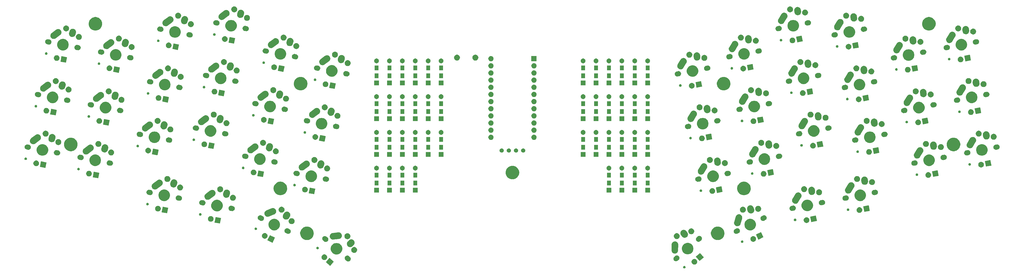
<source format=gbs>
G04 #@! TF.GenerationSoftware,KiCad,Pcbnew,(5.1.4-0-10_14)*
G04 #@! TF.CreationDate,2021-05-16T21:06:51-06:00*
G04 #@! TF.ProjectId,avlo44,61766c6f-3434-42e6-9b69-6361645f7063,0.1*
G04 #@! TF.SameCoordinates,Original*
G04 #@! TF.FileFunction,Soldermask,Bot*
G04 #@! TF.FilePolarity,Negative*
%FSLAX46Y46*%
G04 Gerber Fmt 4.6, Leading zero omitted, Abs format (unit mm)*
G04 Created by KiCad (PCBNEW (5.1.4-0-10_14)) date 2021-05-16 21:06:51*
%MOMM*%
%LPD*%
G04 APERTURE LIST*
%ADD10C,0.020000*%
G04 APERTURE END LIST*
D10*
G36*
X272238716Y-202083639D02*
G01*
X272320791Y-202117636D01*
X272320793Y-202117637D01*
X272357977Y-202142483D01*
X272394659Y-202166993D01*
X272457479Y-202229813D01*
X272506836Y-202303681D01*
X272540833Y-202385756D01*
X272558164Y-202472887D01*
X272558164Y-202561729D01*
X272540833Y-202648860D01*
X272506836Y-202730935D01*
X272506835Y-202730937D01*
X272457478Y-202804804D01*
X272394660Y-202867622D01*
X272320793Y-202916979D01*
X272320792Y-202916980D01*
X272320791Y-202916980D01*
X272238716Y-202950977D01*
X272151585Y-202968308D01*
X272062743Y-202968308D01*
X271975612Y-202950977D01*
X271893537Y-202916980D01*
X271893536Y-202916980D01*
X271893535Y-202916979D01*
X271819668Y-202867622D01*
X271756850Y-202804804D01*
X271707493Y-202730937D01*
X271707492Y-202730935D01*
X271673495Y-202648860D01*
X271656164Y-202561729D01*
X271656164Y-202472887D01*
X271673495Y-202385756D01*
X271707492Y-202303681D01*
X271756849Y-202229813D01*
X271819669Y-202166993D01*
X271856351Y-202142483D01*
X271893535Y-202117637D01*
X271893537Y-202117636D01*
X271975612Y-202083639D01*
X272062743Y-202066308D01*
X272151585Y-202066308D01*
X272238716Y-202083639D01*
X272238716Y-202083639D01*
G37*
G36*
X147974307Y-200541824D02*
G01*
X146657597Y-202056526D01*
X145142895Y-200739816D01*
X146459605Y-199225114D01*
X147974307Y-200541824D01*
X147974307Y-200541824D01*
G37*
G36*
X275792024Y-199592008D02*
G01*
X275958309Y-199625083D01*
X276140935Y-199700729D01*
X276305293Y-199810550D01*
X276445069Y-199950326D01*
X276554890Y-200114684D01*
X276630536Y-200297310D01*
X276669099Y-200491184D01*
X276669099Y-200688856D01*
X276630536Y-200882730D01*
X276554890Y-201065356D01*
X276445069Y-201229714D01*
X276305293Y-201369490D01*
X276140935Y-201479311D01*
X275958309Y-201554957D01*
X275792024Y-201588032D01*
X275764436Y-201593520D01*
X275566762Y-201593520D01*
X275539174Y-201588032D01*
X275372889Y-201554957D01*
X275190263Y-201479311D01*
X275025905Y-201369490D01*
X274886129Y-201229714D01*
X274776308Y-201065356D01*
X274700662Y-200882730D01*
X274662099Y-200688856D01*
X274662099Y-200491184D01*
X274700662Y-200297310D01*
X274776308Y-200114684D01*
X274886129Y-199950326D01*
X275025905Y-199810550D01*
X275190263Y-199700729D01*
X275372889Y-199625083D01*
X275539174Y-199592008D01*
X275566762Y-199586520D01*
X275764436Y-199586520D01*
X275792024Y-199592008D01*
X275792024Y-199592008D01*
G37*
G36*
X153036929Y-198416065D02*
G01*
X153205451Y-198485869D01*
X153357116Y-198587208D01*
X153486097Y-198716189D01*
X153533873Y-198787691D01*
X153549409Y-198806621D01*
X153568342Y-198822160D01*
X153658157Y-198882172D01*
X153783656Y-199007671D01*
X153882259Y-199155241D01*
X153950179Y-199319213D01*
X153984803Y-199493284D01*
X153984803Y-199670766D01*
X153950179Y-199844837D01*
X153882259Y-200008809D01*
X153783656Y-200156379D01*
X153658157Y-200281878D01*
X153510587Y-200380481D01*
X153346615Y-200448401D01*
X153197315Y-200478098D01*
X153172545Y-200483025D01*
X152995061Y-200483025D01*
X152970291Y-200478098D01*
X152820991Y-200448401D01*
X152657019Y-200380481D01*
X152509449Y-200281878D01*
X152390946Y-200163375D01*
X152372015Y-200147839D01*
X152350409Y-200136291D01*
X152328199Y-200127091D01*
X152176534Y-200025752D01*
X152047553Y-199896771D01*
X151946214Y-199745106D01*
X151876410Y-199576584D01*
X151840825Y-199397683D01*
X151840825Y-199215277D01*
X151876410Y-199036376D01*
X151946214Y-198867854D01*
X152047553Y-198716189D01*
X152176534Y-198587208D01*
X152328199Y-198485869D01*
X152496721Y-198416065D01*
X152675622Y-198380480D01*
X152858028Y-198380480D01*
X153036929Y-198416065D01*
X153036929Y-198416065D01*
G37*
G36*
X269727479Y-198365265D02*
G01*
X269896001Y-198435069D01*
X270047666Y-198536408D01*
X270176647Y-198665389D01*
X270277986Y-198817054D01*
X270347790Y-198985576D01*
X270383375Y-199164477D01*
X270383375Y-199346883D01*
X270347790Y-199525784D01*
X270277986Y-199694306D01*
X270176647Y-199845971D01*
X270047666Y-199974952D01*
X269896001Y-200076291D01*
X269873791Y-200085491D01*
X269852185Y-200097039D01*
X269833254Y-200112575D01*
X269714751Y-200231078D01*
X269567181Y-200329681D01*
X269403209Y-200397601D01*
X269253909Y-200427298D01*
X269229139Y-200432225D01*
X269051655Y-200432225D01*
X269026885Y-200427298D01*
X268877585Y-200397601D01*
X268713613Y-200329681D01*
X268566043Y-200231078D01*
X268440544Y-200105579D01*
X268341941Y-199958009D01*
X268274021Y-199794037D01*
X268239397Y-199619966D01*
X268239397Y-199442484D01*
X268274021Y-199268413D01*
X268341941Y-199104441D01*
X268440544Y-198956871D01*
X268566043Y-198831372D01*
X268655858Y-198771360D01*
X268674791Y-198755822D01*
X268690327Y-198736891D01*
X268738103Y-198665389D01*
X268867084Y-198536408D01*
X269018749Y-198435069D01*
X269187271Y-198365265D01*
X269366172Y-198329680D01*
X269548578Y-198329680D01*
X269727479Y-198365265D01*
X269727479Y-198365265D01*
G37*
G36*
X278998267Y-199022626D02*
G01*
X277483565Y-200339336D01*
X276166855Y-198824634D01*
X277681557Y-197507924D01*
X278998267Y-199022626D01*
X278998267Y-199022626D01*
G37*
G36*
X144768064Y-197976418D02*
G01*
X144934349Y-198009493D01*
X145116975Y-198085139D01*
X145281333Y-198194960D01*
X145421109Y-198334736D01*
X145530930Y-198499094D01*
X145606576Y-198681720D01*
X145633495Y-198817054D01*
X145643600Y-198867854D01*
X145645139Y-198875594D01*
X145645139Y-199073266D01*
X145606576Y-199267140D01*
X145530930Y-199449766D01*
X145421109Y-199614124D01*
X145281333Y-199753900D01*
X145116975Y-199863721D01*
X144934349Y-199939367D01*
X144768064Y-199972442D01*
X144740476Y-199977930D01*
X144542802Y-199977930D01*
X144515214Y-199972442D01*
X144348929Y-199939367D01*
X144166303Y-199863721D01*
X144001945Y-199753900D01*
X143862169Y-199614124D01*
X143752348Y-199449766D01*
X143676702Y-199267140D01*
X143638139Y-199073266D01*
X143638139Y-198875594D01*
X143639679Y-198867854D01*
X143649783Y-198817054D01*
X143676702Y-198681720D01*
X143752348Y-198499094D01*
X143862169Y-198334736D01*
X144001945Y-198194960D01*
X144166303Y-198085139D01*
X144348929Y-198009493D01*
X144515214Y-197976418D01*
X144542802Y-197970930D01*
X144740476Y-197970930D01*
X144768064Y-197976418D01*
X144768064Y-197976418D01*
G37*
G36*
X149529374Y-194007384D02*
G01*
X149692381Y-194074904D01*
X149901523Y-194161533D01*
X150236448Y-194385323D01*
X150521277Y-194670152D01*
X150745067Y-195005077D01*
X150808917Y-195159226D01*
X150899216Y-195377226D01*
X150977800Y-195772294D01*
X150977800Y-196175106D01*
X150899216Y-196570174D01*
X150848479Y-196692663D01*
X150745067Y-196942323D01*
X150521277Y-197277248D01*
X150236448Y-197562077D01*
X149901523Y-197785867D01*
X149747374Y-197849717D01*
X149529374Y-197940016D01*
X149134306Y-198018600D01*
X148731494Y-198018600D01*
X148336426Y-197940016D01*
X148118426Y-197849717D01*
X147964277Y-197785867D01*
X147629352Y-197562077D01*
X147344523Y-197277248D01*
X147120733Y-196942323D01*
X147017321Y-196692663D01*
X146966584Y-196570174D01*
X146888000Y-196175106D01*
X146888000Y-195772294D01*
X146966584Y-195377226D01*
X147056883Y-195159226D01*
X147120733Y-195005077D01*
X147344523Y-194670152D01*
X147629352Y-194385323D01*
X147964277Y-194161533D01*
X148173419Y-194074904D01*
X148336426Y-194007384D01*
X148731494Y-193928800D01*
X149134306Y-193928800D01*
X149529374Y-194007384D01*
X149529374Y-194007384D01*
G37*
G36*
X273887774Y-193956584D02*
G01*
X274010418Y-194007385D01*
X274259923Y-194110733D01*
X274594848Y-194334523D01*
X274879677Y-194619352D01*
X275103467Y-194954277D01*
X275124509Y-195005077D01*
X275257616Y-195326426D01*
X275336200Y-195721494D01*
X275336200Y-196124306D01*
X275257616Y-196519374D01*
X275185837Y-196692663D01*
X275103467Y-196891523D01*
X274879677Y-197226448D01*
X274594848Y-197511277D01*
X274259923Y-197735067D01*
X274137280Y-197785867D01*
X273887774Y-197889216D01*
X273492706Y-197967800D01*
X273089894Y-197967800D01*
X272694826Y-197889216D01*
X272445320Y-197785867D01*
X272322677Y-197735067D01*
X271987752Y-197511277D01*
X271702923Y-197226448D01*
X271479133Y-196891523D01*
X271396763Y-196692663D01*
X271324984Y-196519374D01*
X271246400Y-196124306D01*
X271246400Y-195721494D01*
X271324984Y-195326426D01*
X271458091Y-195005077D01*
X271479133Y-194954277D01*
X271702923Y-194619352D01*
X271987752Y-194334523D01*
X272322677Y-194110733D01*
X272572182Y-194007385D01*
X272694826Y-193956584D01*
X273089894Y-193878000D01*
X273492706Y-193878000D01*
X273887774Y-193956584D01*
X273887774Y-193956584D01*
G37*
G36*
X268840235Y-193367400D02*
G01*
X268854422Y-193368209D01*
X268896117Y-193368209D01*
X268957109Y-193380341D01*
X268967270Y-193381930D01*
X269028988Y-193388989D01*
X269068644Y-193401702D01*
X269082403Y-193405264D01*
X269123317Y-193413402D01*
X269180813Y-193437218D01*
X269190448Y-193440751D01*
X269249582Y-193459708D01*
X269285977Y-193479903D01*
X269298766Y-193486075D01*
X269337335Y-193502051D01*
X269389112Y-193536648D01*
X269397847Y-193541977D01*
X269452140Y-193572103D01*
X269483873Y-193598991D01*
X269495228Y-193607552D01*
X269529946Y-193630750D01*
X269573981Y-193674785D01*
X269581558Y-193681760D01*
X269628879Y-193721856D01*
X269654747Y-193754406D01*
X269664212Y-193765016D01*
X269693749Y-193794553D01*
X269724449Y-193840498D01*
X269728360Y-193846352D01*
X269734412Y-193854648D01*
X269773006Y-193903211D01*
X269792024Y-193940177D01*
X269799225Y-193952409D01*
X269822448Y-193987164D01*
X269846304Y-194044758D01*
X269850607Y-194054043D01*
X269878984Y-194109200D01*
X269890426Y-194149169D01*
X269895100Y-194162563D01*
X269911097Y-194201182D01*
X269922030Y-194256146D01*
X269923255Y-194262306D01*
X269925669Y-194272280D01*
X269942739Y-194331906D01*
X269946162Y-194373321D01*
X269948137Y-194387395D01*
X269956290Y-194428382D01*
X269956290Y-194490705D01*
X269956715Y-194500993D01*
X269957039Y-194504917D01*
X269956564Y-194535174D01*
X269956305Y-194551620D01*
X269956290Y-194553583D01*
X269956290Y-194661674D01*
X269954280Y-194680559D01*
X269924414Y-196581758D01*
X269904687Y-196754234D01*
X269833968Y-196974828D01*
X269721573Y-197177386D01*
X269571820Y-197354125D01*
X269390465Y-197498252D01*
X269184476Y-197604230D01*
X268961770Y-197667985D01*
X268730907Y-197687067D01*
X268500756Y-197660743D01*
X268280162Y-197590024D01*
X268077604Y-197477629D01*
X267900865Y-197327876D01*
X267756738Y-197146521D01*
X267650760Y-196940532D01*
X267587005Y-196717826D01*
X267572705Y-196544815D01*
X267604276Y-194535094D01*
X267604290Y-194533211D01*
X267604290Y-194428382D01*
X267616388Y-194367562D01*
X267617977Y-194357402D01*
X267625057Y-194295498D01*
X267637811Y-194255714D01*
X267641373Y-194241954D01*
X267649483Y-194201183D01*
X267650032Y-194199857D01*
X267673221Y-194143873D01*
X267676754Y-194134238D01*
X267695776Y-194074904D01*
X267716042Y-194038380D01*
X267722217Y-194025586D01*
X267738132Y-193987164D01*
X267761346Y-193952422D01*
X267772595Y-193935586D01*
X267777953Y-193926804D01*
X267808171Y-193872346D01*
X267835173Y-193840479D01*
X267843723Y-193829136D01*
X267866829Y-193794555D01*
X267910709Y-193750675D01*
X267917689Y-193743093D01*
X267920964Y-193739228D01*
X267957924Y-193695607D01*
X267990600Y-193669638D01*
X268001211Y-193660173D01*
X268030634Y-193630750D01*
X268082249Y-193596262D01*
X268090558Y-193590199D01*
X268139279Y-193551480D01*
X268176399Y-193532383D01*
X268188616Y-193525189D01*
X268223245Y-193502051D01*
X268280639Y-193478278D01*
X268289940Y-193473967D01*
X268345268Y-193445502D01*
X268385384Y-193434018D01*
X268398771Y-193429346D01*
X268437263Y-193413402D01*
X268498197Y-193401281D01*
X268508180Y-193398865D01*
X268567974Y-193381747D01*
X268609523Y-193378313D01*
X268623596Y-193376338D01*
X268664463Y-193368209D01*
X268726621Y-193368209D01*
X268736892Y-193367785D01*
X268798837Y-193362665D01*
X268840235Y-193367400D01*
X268840235Y-193367400D01*
G37*
G36*
X155506036Y-195375488D02*
G01*
X155697305Y-195454714D01*
X155697307Y-195454715D01*
X155869445Y-195569734D01*
X156015837Y-195716126D01*
X156105559Y-195850404D01*
X156130857Y-195888266D01*
X156210083Y-196079535D01*
X156250472Y-196282583D01*
X156250472Y-196489615D01*
X156210083Y-196692663D01*
X156130857Y-196883932D01*
X156130856Y-196883934D01*
X156015837Y-197056072D01*
X155869445Y-197202464D01*
X155697307Y-197317483D01*
X155697306Y-197317484D01*
X155697305Y-197317484D01*
X155506036Y-197396710D01*
X155302988Y-197437099D01*
X155095956Y-197437099D01*
X154892908Y-197396710D01*
X154701639Y-197317484D01*
X154701638Y-197317484D01*
X154701637Y-197317483D01*
X154529499Y-197202464D01*
X154383107Y-197056072D01*
X154268088Y-196883934D01*
X154268087Y-196883932D01*
X154188861Y-196692663D01*
X154148472Y-196489615D01*
X154148472Y-196282583D01*
X154188861Y-196079535D01*
X154268087Y-195888266D01*
X154293386Y-195850404D01*
X154383107Y-195716126D01*
X154529499Y-195569734D01*
X154701637Y-195454715D01*
X154701639Y-195454714D01*
X154892908Y-195375488D01*
X155095956Y-195335099D01*
X155302988Y-195335099D01*
X155506036Y-195375488D01*
X155506036Y-195375488D01*
G37*
G36*
X142369420Y-195285183D02*
G01*
X142451495Y-195319180D01*
X142451497Y-195319181D01*
X142488681Y-195344027D01*
X142525363Y-195368537D01*
X142588183Y-195431357D01*
X142637540Y-195505225D01*
X142671537Y-195587300D01*
X142688868Y-195674431D01*
X142688868Y-195763273D01*
X142671537Y-195850404D01*
X142637540Y-195932479D01*
X142588183Y-196006347D01*
X142525363Y-196069167D01*
X142509846Y-196079535D01*
X142451497Y-196118523D01*
X142451496Y-196118524D01*
X142451495Y-196118524D01*
X142369420Y-196152521D01*
X142282289Y-196169852D01*
X142193447Y-196169852D01*
X142106316Y-196152521D01*
X142024241Y-196118524D01*
X142024240Y-196118524D01*
X142024239Y-196118523D01*
X141965890Y-196079535D01*
X141950373Y-196069167D01*
X141887553Y-196006347D01*
X141838196Y-195932479D01*
X141804199Y-195850404D01*
X141786868Y-195763273D01*
X141786868Y-195674431D01*
X141804199Y-195587300D01*
X141838196Y-195505225D01*
X141887553Y-195431357D01*
X141950373Y-195368537D01*
X141987055Y-195344027D01*
X142024239Y-195319181D01*
X142024241Y-195319180D01*
X142106316Y-195285183D01*
X142193447Y-195267852D01*
X142282289Y-195267852D01*
X142369420Y-195285183D01*
X142369420Y-195285183D01*
G37*
G36*
X154236404Y-192629584D02*
G01*
X154248439Y-192630165D01*
X154298469Y-192630165D01*
X154345410Y-192639502D01*
X154357756Y-192641322D01*
X154410829Y-192646456D01*
X154464166Y-192662534D01*
X154475829Y-192665444D01*
X154525669Y-192675358D01*
X154570591Y-192693965D01*
X154582320Y-192698151D01*
X154632623Y-192713314D01*
X154681072Y-192739102D01*
X154691930Y-192744225D01*
X154739687Y-192764007D01*
X154739688Y-192764008D01*
X154780800Y-192791478D01*
X154791508Y-192797884D01*
X154837112Y-192822157D01*
X154878886Y-192856318D01*
X154888569Y-192863487D01*
X154932298Y-192892706D01*
X154967889Y-192928297D01*
X154977130Y-192936658D01*
X155016438Y-192968802D01*
X155050164Y-193009751D01*
X155058250Y-193018658D01*
X155096103Y-193056511D01*
X155124564Y-193099106D01*
X155132002Y-193109118D01*
X155163708Y-193147614D01*
X155188356Y-193193534D01*
X155194553Y-193203852D01*
X155224800Y-193249120D01*
X155244750Y-193297284D01*
X155250084Y-193308535D01*
X155273265Y-193351722D01*
X155288224Y-193400727D01*
X155292279Y-193412030D01*
X155313449Y-193463138D01*
X155320016Y-193496152D01*
X155323779Y-193515073D01*
X155326813Y-193527144D01*
X155340897Y-193573281D01*
X155344333Y-193607552D01*
X155345923Y-193623418D01*
X155347701Y-193635334D01*
X155358642Y-193690338D01*
X155358642Y-193744033D01*
X155359266Y-193756503D01*
X155364006Y-193803777D01*
X155359223Y-193853218D01*
X155358642Y-193865253D01*
X155358642Y-193921992D01*
X155348042Y-193975283D01*
X155346221Y-193987633D01*
X155341702Y-194034352D01*
X155327534Y-194081352D01*
X155324621Y-194093024D01*
X155313449Y-194149192D01*
X155292456Y-194199873D01*
X155288274Y-194211594D01*
X155274844Y-194256146D01*
X155251983Y-194299096D01*
X155246858Y-194309957D01*
X155224800Y-194363210D01*
X155194128Y-194409114D01*
X155187736Y-194419800D01*
X155166001Y-194460635D01*
X155135383Y-194498076D01*
X155128220Y-194507752D01*
X155096103Y-194555819D01*
X154924292Y-194727630D01*
X154922450Y-194729144D01*
X154564169Y-195088679D01*
X154468453Y-195167511D01*
X154430164Y-195199046D01*
X154226061Y-195308600D01*
X154226059Y-195308601D01*
X154004499Y-195376233D01*
X153791769Y-195397561D01*
X153774004Y-195399342D01*
X153774003Y-195399342D01*
X153543429Y-195377038D01*
X153321635Y-195310181D01*
X153117146Y-195201338D01*
X152937820Y-195054693D01*
X152790550Y-194875880D01*
X152790548Y-194875878D01*
X152680994Y-194671775D01*
X152680993Y-194671773D01*
X152613361Y-194450213D01*
X152590252Y-194219717D01*
X152612556Y-193989143D01*
X152679413Y-193767349D01*
X152788256Y-193562860D01*
X152898153Y-193428472D01*
X153390088Y-192934815D01*
X153390258Y-192934645D01*
X153398816Y-192926876D01*
X153432986Y-192892706D01*
X153471408Y-192867033D01*
X153481422Y-192859592D01*
X153524091Y-192824450D01*
X153574948Y-192797152D01*
X153585254Y-192790963D01*
X153625597Y-192764007D01*
X153668462Y-192746252D01*
X153679703Y-192740924D01*
X153728199Y-192714893D01*
X153783164Y-192698115D01*
X153794467Y-192694059D01*
X153839615Y-192675358D01*
X153885448Y-192666241D01*
X153897527Y-192663205D01*
X153949757Y-192647261D01*
X154006478Y-192641574D01*
X154018389Y-192639797D01*
X154066814Y-192630165D01*
X154114036Y-192630165D01*
X154126506Y-192629541D01*
X154180253Y-192624152D01*
X154236404Y-192629584D01*
X154236404Y-192629584D01*
G37*
G36*
X292721106Y-193018063D02*
G01*
X292803181Y-193052060D01*
X292803183Y-193052061D01*
X292877050Y-193101418D01*
X292939868Y-193164236D01*
X292984981Y-193231751D01*
X292989226Y-193238105D01*
X293023223Y-193320180D01*
X293040554Y-193407311D01*
X293040554Y-193496153D01*
X293023223Y-193583284D01*
X292989226Y-193665359D01*
X292939869Y-193739227D01*
X292877049Y-193802047D01*
X292840367Y-193826557D01*
X292803183Y-193851403D01*
X292803182Y-193851404D01*
X292803181Y-193851404D01*
X292721106Y-193885401D01*
X292633975Y-193902732D01*
X292545133Y-193902732D01*
X292458002Y-193885401D01*
X292375927Y-193851404D01*
X292375926Y-193851404D01*
X292375925Y-193851403D01*
X292338741Y-193826557D01*
X292302059Y-193802047D01*
X292239239Y-193739227D01*
X292189882Y-193665359D01*
X292155885Y-193583284D01*
X292138554Y-193496153D01*
X292138554Y-193407311D01*
X292155885Y-193320180D01*
X292189882Y-193238105D01*
X292194128Y-193231751D01*
X292239240Y-193164236D01*
X292302058Y-193101418D01*
X292375925Y-193052061D01*
X292375927Y-193052060D01*
X292458002Y-193018063D01*
X292545133Y-193000732D01*
X292633975Y-193000732D01*
X292721106Y-193018063D01*
X292721106Y-193018063D01*
G37*
G36*
X127142089Y-192049070D02*
G01*
X126262278Y-193852951D01*
X124458397Y-192973140D01*
X125338208Y-191169259D01*
X127142089Y-192049070D01*
X127142089Y-192049070D01*
G37*
G36*
X144895509Y-191469302D02*
G01*
X145044809Y-191498999D01*
X145208781Y-191566919D01*
X145356351Y-191665522D01*
X145474854Y-191784025D01*
X145493785Y-191799561D01*
X145515391Y-191811109D01*
X145537601Y-191820309D01*
X145689266Y-191921648D01*
X145818247Y-192050629D01*
X145919586Y-192202294D01*
X145989390Y-192370816D01*
X146024975Y-192549717D01*
X146024975Y-192732123D01*
X145989390Y-192911024D01*
X145919586Y-193079546D01*
X145818247Y-193231211D01*
X145689266Y-193360192D01*
X145537601Y-193461531D01*
X145369079Y-193531335D01*
X145190178Y-193566920D01*
X145007772Y-193566920D01*
X144828871Y-193531335D01*
X144660349Y-193461531D01*
X144508684Y-193360192D01*
X144379703Y-193231211D01*
X144331927Y-193159709D01*
X144316391Y-193140779D01*
X144297458Y-193125240D01*
X144207643Y-193065228D01*
X144082144Y-192939729D01*
X143983541Y-192792159D01*
X143915621Y-192628187D01*
X143880997Y-192454116D01*
X143880997Y-192276634D01*
X143915621Y-192102563D01*
X143983541Y-191938591D01*
X144082144Y-191791021D01*
X144207643Y-191665522D01*
X144355213Y-191566919D01*
X144519185Y-191498999D01*
X144668485Y-191469302D01*
X144693255Y-191464375D01*
X144870739Y-191464375D01*
X144895509Y-191469302D01*
X144895509Y-191469302D01*
G37*
G36*
X277550159Y-191417397D02*
G01*
X277705015Y-191448199D01*
X277868987Y-191516119D01*
X278016557Y-191614722D01*
X278142056Y-191740221D01*
X278240659Y-191887791D01*
X278308579Y-192051763D01*
X278328416Y-192151494D01*
X278343203Y-192225833D01*
X278343203Y-192403317D01*
X278341422Y-192412269D01*
X278308579Y-192577387D01*
X278240659Y-192741359D01*
X278142056Y-192888929D01*
X278016557Y-193014428D01*
X277926742Y-193074440D01*
X277907809Y-193089978D01*
X277892273Y-193108909D01*
X277844497Y-193180411D01*
X277715516Y-193309392D01*
X277563851Y-193410731D01*
X277395329Y-193480535D01*
X277216428Y-193516120D01*
X277034022Y-193516120D01*
X276855121Y-193480535D01*
X276686599Y-193410731D01*
X276534934Y-193309392D01*
X276405953Y-193180411D01*
X276304614Y-193028746D01*
X276234810Y-192860224D01*
X276199225Y-192681323D01*
X276199225Y-192498917D01*
X276234810Y-192320016D01*
X276304614Y-192151494D01*
X276405953Y-191999829D01*
X276534934Y-191870848D01*
X276686599Y-191769509D01*
X276708809Y-191760309D01*
X276730415Y-191748761D01*
X276749346Y-191733225D01*
X276867849Y-191614722D01*
X277015419Y-191516119D01*
X277179391Y-191448199D01*
X277334247Y-191417397D01*
X277353461Y-191413575D01*
X277530945Y-191413575D01*
X277550159Y-191417397D01*
X277550159Y-191417397D01*
G37*
G36*
X296651982Y-191513093D02*
G01*
X296818267Y-191546168D01*
X297000893Y-191621814D01*
X297165251Y-191731635D01*
X297305027Y-191871411D01*
X297414848Y-192035769D01*
X297490494Y-192218395D01*
X297515478Y-192344001D01*
X297529057Y-192412268D01*
X297529057Y-192609942D01*
X297528388Y-192613303D01*
X297490494Y-192803815D01*
X297414848Y-192986441D01*
X297305027Y-193150799D01*
X297165251Y-193290575D01*
X297000893Y-193400396D01*
X296818267Y-193476042D01*
X296651982Y-193509117D01*
X296624394Y-193514605D01*
X296426720Y-193514605D01*
X296399132Y-193509117D01*
X296232847Y-193476042D01*
X296050221Y-193400396D01*
X295885863Y-193290575D01*
X295746087Y-193150799D01*
X295636266Y-192986441D01*
X295560620Y-192803815D01*
X295522726Y-192613303D01*
X295522057Y-192609942D01*
X295522057Y-192412268D01*
X295535636Y-192344001D01*
X295560620Y-192218395D01*
X295636266Y-192035769D01*
X295746087Y-191871411D01*
X295885863Y-191731635D01*
X296050221Y-191621814D01*
X296232847Y-191546168D01*
X296399132Y-191513093D01*
X296426720Y-191507605D01*
X296624394Y-191507605D01*
X296651982Y-191513093D01*
X296651982Y-191513093D01*
G37*
G36*
X284389612Y-188145135D02*
G01*
X284621546Y-188191269D01*
X284930520Y-188319251D01*
X285021952Y-188357123D01*
X285058500Y-188372262D01*
X285451748Y-188635022D01*
X285786178Y-188969452D01*
X286048938Y-189362700D01*
X286048939Y-189362702D01*
X286056281Y-189380427D01*
X286229931Y-189799654D01*
X286259485Y-189948231D01*
X286322200Y-190263521D01*
X286322200Y-190736479D01*
X286317929Y-190757950D01*
X286229931Y-191200346D01*
X286127266Y-191448200D01*
X286054270Y-191624429D01*
X286048938Y-191637300D01*
X285786178Y-192030548D01*
X285451748Y-192364978D01*
X285058500Y-192627738D01*
X285058499Y-192627739D01*
X285058498Y-192627739D01*
X284943536Y-192675358D01*
X284621546Y-192808731D01*
X284542521Y-192824450D01*
X284157679Y-192901000D01*
X283684721Y-192901000D01*
X283299879Y-192824450D01*
X283220854Y-192808731D01*
X282898864Y-192675358D01*
X282783902Y-192627739D01*
X282783901Y-192627739D01*
X282783900Y-192627738D01*
X282390652Y-192364978D01*
X282056222Y-192030548D01*
X281793462Y-191637300D01*
X281788131Y-191624429D01*
X281715134Y-191448200D01*
X281612469Y-191200346D01*
X281524471Y-190757950D01*
X281520200Y-190736479D01*
X281520200Y-190263521D01*
X281582915Y-189948231D01*
X281612469Y-189799654D01*
X281786119Y-189380427D01*
X281793461Y-189362702D01*
X281793462Y-189362700D01*
X282056222Y-188969452D01*
X282390652Y-188635022D01*
X282783900Y-188372262D01*
X282820449Y-188357123D01*
X282911880Y-188319251D01*
X283220854Y-188191269D01*
X283452788Y-188145135D01*
X283684721Y-188099000D01*
X284157679Y-188099000D01*
X284389612Y-188145135D01*
X284389612Y-188145135D01*
G37*
G36*
X138936512Y-188145135D02*
G01*
X139168446Y-188191269D01*
X139477420Y-188319251D01*
X139568852Y-188357123D01*
X139605400Y-188372262D01*
X139998648Y-188635022D01*
X140333078Y-188969452D01*
X140595838Y-189362700D01*
X140595839Y-189362702D01*
X140603181Y-189380427D01*
X140776831Y-189799654D01*
X140806385Y-189948231D01*
X140869100Y-190263521D01*
X140869100Y-190736479D01*
X140864829Y-190757950D01*
X140776831Y-191200346D01*
X140674166Y-191448200D01*
X140601170Y-191624429D01*
X140595838Y-191637300D01*
X140333078Y-192030548D01*
X139998648Y-192364978D01*
X139605400Y-192627738D01*
X139605399Y-192627739D01*
X139605398Y-192627739D01*
X139490436Y-192675358D01*
X139168446Y-192808731D01*
X139089421Y-192824450D01*
X138704579Y-192901000D01*
X138231621Y-192901000D01*
X137846779Y-192824450D01*
X137767754Y-192808731D01*
X137445764Y-192675358D01*
X137330802Y-192627739D01*
X137330801Y-192627739D01*
X137330800Y-192627738D01*
X136937552Y-192364978D01*
X136603122Y-192030548D01*
X136340362Y-191637300D01*
X136335031Y-191624429D01*
X136262034Y-191448200D01*
X136159369Y-191200346D01*
X136071371Y-190757950D01*
X136067100Y-190736479D01*
X136067100Y-190263521D01*
X136129815Y-189948231D01*
X136159369Y-189799654D01*
X136333019Y-189380427D01*
X136340361Y-189362702D01*
X136340362Y-189362700D01*
X136603122Y-188969452D01*
X136937552Y-188635022D01*
X137330800Y-188372262D01*
X137367349Y-188357123D01*
X137458780Y-188319251D01*
X137767754Y-188191269D01*
X137999688Y-188145135D01*
X138231621Y-188099000D01*
X138704579Y-188099000D01*
X138936512Y-188145135D01*
X138936512Y-188145135D01*
G37*
G36*
X300150340Y-191859677D02*
G01*
X298346459Y-192739488D01*
X297466648Y-190935607D01*
X299270529Y-190055796D01*
X300150340Y-191859677D01*
X300150340Y-191859677D01*
G37*
G36*
X149760456Y-190136899D02*
G01*
X149781675Y-190138714D01*
X149786188Y-190138714D01*
X149882993Y-190157970D01*
X149886066Y-190158540D01*
X149984163Y-190175440D01*
X149988500Y-190177107D01*
X150008949Y-190183024D01*
X150013389Y-190183907D01*
X150078160Y-190210736D01*
X150104577Y-190221678D01*
X150107556Y-190222868D01*
X150200393Y-190258551D01*
X150203636Y-190260599D01*
X150204312Y-190261026D01*
X150223213Y-190270819D01*
X150227407Y-190272556D01*
X150309571Y-190327457D01*
X150312182Y-190329152D01*
X150378956Y-190371324D01*
X150396256Y-190382250D01*
X150399608Y-190385434D01*
X150416241Y-190398730D01*
X150420015Y-190401252D01*
X150489923Y-190471160D01*
X150492203Y-190473381D01*
X150564218Y-190541780D01*
X150566884Y-190545556D01*
X150580597Y-190561834D01*
X150583821Y-190565058D01*
X150638797Y-190647335D01*
X150640576Y-190649924D01*
X150697832Y-190731015D01*
X150699705Y-190735227D01*
X150709973Y-190753857D01*
X150712520Y-190757669D01*
X150743002Y-190831259D01*
X150750409Y-190849142D01*
X150751679Y-190852099D01*
X150791962Y-190942682D01*
X150792973Y-190947159D01*
X150799416Y-190967456D01*
X150801169Y-190971687D01*
X150820502Y-191068880D01*
X150821170Y-191072026D01*
X150842988Y-191168642D01*
X150842988Y-191168647D01*
X150843106Y-191173216D01*
X150845465Y-191194379D01*
X150846362Y-191198889D01*
X150846362Y-191298086D01*
X150846402Y-191301226D01*
X150848951Y-191400217D01*
X150848950Y-191400221D01*
X150848177Y-191404709D01*
X150846362Y-191425931D01*
X150846362Y-191430541D01*
X150826988Y-191527939D01*
X150826412Y-191531040D01*
X150809621Y-191628505D01*
X150807987Y-191632757D01*
X150802073Y-191653194D01*
X150801169Y-191657741D01*
X150763108Y-191749628D01*
X150761969Y-191752483D01*
X150726510Y-191844735D01*
X150724084Y-191848576D01*
X150714298Y-191867465D01*
X150712520Y-191871759D01*
X150657220Y-191954520D01*
X150655524Y-191957132D01*
X150602812Y-192040595D01*
X150599699Y-192043873D01*
X150586403Y-192060506D01*
X150583822Y-192064369D01*
X150513410Y-192134781D01*
X150511187Y-192137064D01*
X150443281Y-192208559D01*
X150439595Y-192211162D01*
X150423315Y-192224876D01*
X150420016Y-192228175D01*
X150337187Y-192283519D01*
X150334653Y-192285258D01*
X150254045Y-192342174D01*
X150249928Y-192344005D01*
X150231288Y-192354279D01*
X150227407Y-192356872D01*
X150135348Y-192395004D01*
X150132483Y-192396234D01*
X150042380Y-192436303D01*
X150037985Y-192437295D01*
X150017706Y-192443733D01*
X150013389Y-192445521D01*
X149915677Y-192464957D01*
X149912531Y-192465625D01*
X149873040Y-192474543D01*
X149862672Y-192475834D01*
X149853735Y-192477278D01*
X149786189Y-192490714D01*
X149750967Y-192490714D01*
X149735517Y-192491673D01*
X147811889Y-192731274D01*
X147811879Y-192731274D01*
X147811873Y-192731275D01*
X147638331Y-192735744D01*
X147548951Y-192720346D01*
X147410045Y-192696415D01*
X147410042Y-192696414D01*
X147193812Y-192613303D01*
X146997952Y-192489606D01*
X146829988Y-192330074D01*
X146696373Y-192140839D01*
X146602244Y-191929173D01*
X146551218Y-191703212D01*
X146545255Y-191471638D01*
X146574600Y-191301304D01*
X146584584Y-191243352D01*
X146601114Y-191200346D01*
X146667696Y-191027119D01*
X146791393Y-190831259D01*
X146950925Y-190663295D01*
X147140160Y-190529680D01*
X147351826Y-190435551D01*
X147521163Y-190397312D01*
X147521165Y-190397312D01*
X147521177Y-190397309D01*
X149478405Y-190153523D01*
X149487338Y-190152080D01*
X149511230Y-190147328D01*
X149554535Y-190138714D01*
X149653161Y-190138714D01*
X149656314Y-190138674D01*
X149755875Y-190136110D01*
X149760456Y-190136899D01*
X149760456Y-190136899D01*
G37*
G36*
X153110212Y-190510302D02*
G01*
X153301481Y-190589528D01*
X153301483Y-190589529D01*
X153473621Y-190704548D01*
X153620013Y-190850940D01*
X153706002Y-190979631D01*
X153735033Y-191023080D01*
X153814259Y-191214349D01*
X153854648Y-191417397D01*
X153854648Y-191624429D01*
X153814259Y-191827477D01*
X153742868Y-191999830D01*
X153735032Y-192018748D01*
X153620013Y-192190886D01*
X153473621Y-192337278D01*
X153301483Y-192452297D01*
X153301482Y-192452298D01*
X153301481Y-192452298D01*
X153110212Y-192531524D01*
X152907164Y-192571913D01*
X152700132Y-192571913D01*
X152497084Y-192531524D01*
X152305815Y-192452298D01*
X152305814Y-192452298D01*
X152305813Y-192452297D01*
X152133675Y-192337278D01*
X151987283Y-192190886D01*
X151872264Y-192018748D01*
X151864428Y-191999830D01*
X151793037Y-191827477D01*
X151752648Y-191624429D01*
X151752648Y-191417397D01*
X151793037Y-191214349D01*
X151872263Y-191023080D01*
X151901295Y-190979631D01*
X151987283Y-190850940D01*
X152133675Y-190704548D01*
X152305813Y-190589529D01*
X152305815Y-190589528D01*
X152497084Y-190510302D01*
X152700132Y-190469913D01*
X152907164Y-190469913D01*
X153110212Y-190510302D01*
X153110212Y-190510302D01*
G37*
G36*
X269727116Y-190459502D02*
G01*
X269918385Y-190538728D01*
X269918387Y-190538729D01*
X270090525Y-190653748D01*
X270236917Y-190800140D01*
X270350179Y-190969648D01*
X270351937Y-190972280D01*
X270431163Y-191163549D01*
X270471552Y-191366597D01*
X270471552Y-191573629D01*
X270431163Y-191776677D01*
X270377686Y-191905782D01*
X270351936Y-191967948D01*
X270236917Y-192140086D01*
X270090525Y-192286478D01*
X269918387Y-192401497D01*
X269918386Y-192401498D01*
X269918385Y-192401498D01*
X269727116Y-192480724D01*
X269524068Y-192521113D01*
X269317036Y-192521113D01*
X269113988Y-192480724D01*
X268922719Y-192401498D01*
X268922718Y-192401498D01*
X268922717Y-192401497D01*
X268750579Y-192286478D01*
X268604187Y-192140086D01*
X268489168Y-191967948D01*
X268463418Y-191905782D01*
X268409941Y-191776677D01*
X268369552Y-191573629D01*
X268369552Y-191366597D01*
X268409941Y-191163549D01*
X268489167Y-190972280D01*
X268490926Y-190969648D01*
X268604187Y-190800140D01*
X268750579Y-190653748D01*
X268922717Y-190538729D01*
X268922719Y-190538728D01*
X269113988Y-190459502D01*
X269317036Y-190419113D01*
X269524068Y-190419113D01*
X269727116Y-190459502D01*
X269727116Y-190459502D01*
G37*
G36*
X123632064Y-190397309D02*
G01*
X123810016Y-190432705D01*
X123992642Y-190508351D01*
X124157000Y-190618172D01*
X124296776Y-190757948D01*
X124406597Y-190922306D01*
X124482243Y-191104932D01*
X124509775Y-191243349D01*
X124520806Y-191298805D01*
X124520806Y-191496479D01*
X124518593Y-191507605D01*
X124482243Y-191690352D01*
X124406597Y-191872978D01*
X124296776Y-192037336D01*
X124157000Y-192177112D01*
X123992642Y-192286933D01*
X123810016Y-192362579D01*
X123647046Y-192394995D01*
X123616143Y-192401142D01*
X123418469Y-192401142D01*
X123387566Y-192394995D01*
X123224596Y-192362579D01*
X123041970Y-192286933D01*
X122877612Y-192177112D01*
X122737836Y-192037336D01*
X122628015Y-191872978D01*
X122552369Y-191690352D01*
X122516019Y-191507605D01*
X122513806Y-191496479D01*
X122513806Y-191298805D01*
X122524837Y-191243349D01*
X122552369Y-191104932D01*
X122628015Y-190922306D01*
X122737836Y-190757948D01*
X122877612Y-190618172D01*
X123041970Y-190508351D01*
X123224596Y-190432705D01*
X123402548Y-190397309D01*
X123418469Y-190394142D01*
X123616143Y-190394142D01*
X123632064Y-190397309D01*
X123632064Y-190397309D01*
G37*
G36*
X271889023Y-189246487D02*
G01*
X271893959Y-189246585D01*
X271991309Y-189246585D01*
X272006597Y-189249626D01*
X272026018Y-189251929D01*
X272037532Y-189252386D01*
X272116638Y-189271414D01*
X272121465Y-189272475D01*
X272218509Y-189291778D01*
X272233300Y-189297905D01*
X272251881Y-189303946D01*
X272262760Y-189306563D01*
X272335427Y-189340101D01*
X272339915Y-189342066D01*
X272432527Y-189380427D01*
X272446108Y-189389502D01*
X272463152Y-189399051D01*
X272473091Y-189403638D01*
X272537047Y-189450148D01*
X272541089Y-189452966D01*
X272625138Y-189509126D01*
X272636835Y-189520823D01*
X272651705Y-189533528D01*
X272660441Y-189539881D01*
X272713720Y-189597569D01*
X272717146Y-189601134D01*
X272788942Y-189672930D01*
X272836523Y-189744140D01*
X272840759Y-189750094D01*
X273198607Y-190223254D01*
X273198609Y-190223258D01*
X273198614Y-190223264D01*
X273289256Y-190371323D01*
X273369339Y-190588690D01*
X273405478Y-190817506D01*
X273401502Y-190917583D01*
X273396283Y-191048975D01*
X273369194Y-191161589D01*
X273342106Y-191274202D01*
X273254165Y-191464743D01*
X273245030Y-191484535D01*
X273108790Y-191671882D01*
X273044092Y-191731635D01*
X272938612Y-191829055D01*
X272741044Y-191950006D01*
X272523675Y-192030090D01*
X272294859Y-192066229D01*
X272189563Y-192062046D01*
X272063391Y-192057034D01*
X271977866Y-192036461D01*
X271838164Y-192002857D01*
X271627833Y-191905782D01*
X271543886Y-191844735D01*
X271440485Y-191769541D01*
X271422904Y-191750505D01*
X271322698Y-191642008D01*
X271322697Y-191642006D01*
X271322690Y-191641999D01*
X270989359Y-191201256D01*
X270978050Y-191188268D01*
X270962021Y-191172239D01*
X270923159Y-191114077D01*
X270918922Y-191108121D01*
X270902316Y-191086164D01*
X270902310Y-191086156D01*
X270879621Y-191049094D01*
X270876960Y-191044936D01*
X270833325Y-190979631D01*
X270833324Y-190979630D01*
X270829186Y-190969641D01*
X270820319Y-190952229D01*
X270811668Y-190938097D01*
X270776686Y-190843146D01*
X270774914Y-190838615D01*
X270744675Y-190765612D01*
X270742545Y-190754903D01*
X270737240Y-190736078D01*
X270731586Y-190720732D01*
X270729274Y-190706093D01*
X270715920Y-190621545D01*
X270715066Y-190616757D01*
X270699482Y-190538411D01*
X270699482Y-190527270D01*
X270697953Y-190507788D01*
X270695446Y-190491912D01*
X270699384Y-190392793D01*
X270699482Y-190387857D01*
X270699482Y-190306760D01*
X270701717Y-190295523D01*
X270704019Y-190276102D01*
X270704641Y-190260446D01*
X270704641Y-190260445D01*
X270727484Y-190165480D01*
X270728543Y-190160660D01*
X270729079Y-190157963D01*
X270744675Y-190079558D01*
X270749220Y-190068584D01*
X270755260Y-190050008D01*
X270758818Y-190035217D01*
X270798984Y-189948190D01*
X270800944Y-189943713D01*
X270833324Y-189865540D01*
X270840188Y-189855268D01*
X270849734Y-189838231D01*
X270855893Y-189824886D01*
X270911049Y-189749041D01*
X270913871Y-189744993D01*
X270962022Y-189672930D01*
X270971127Y-189663825D01*
X270983833Y-189648953D01*
X270992134Y-189637538D01*
X271031550Y-189601134D01*
X271059402Y-189575411D01*
X271062968Y-189571984D01*
X271125827Y-189509125D01*
X271137001Y-189501659D01*
X271152360Y-189489557D01*
X271162312Y-189480365D01*
X271238472Y-189433739D01*
X271242644Y-189431070D01*
X271290555Y-189399057D01*
X271318437Y-189380427D01*
X271331384Y-189375064D01*
X271348812Y-189366189D01*
X271354511Y-189362700D01*
X271359880Y-189359413D01*
X271441609Y-189329302D01*
X271446189Y-189327510D01*
X271532455Y-189291778D01*
X271546757Y-189288933D01*
X271565579Y-189283629D01*
X271577245Y-189279331D01*
X271577247Y-189279331D01*
X271577249Y-189279330D01*
X271661190Y-189266072D01*
X271666006Y-189265213D01*
X271759656Y-189246585D01*
X271774772Y-189246585D01*
X271794254Y-189245056D01*
X271806065Y-189243191D01*
X271889023Y-189246487D01*
X271889023Y-189246487D01*
G37*
G36*
X274878388Y-188764097D02*
G01*
X275069657Y-188843323D01*
X275069659Y-188843324D01*
X275241797Y-188958343D01*
X275388189Y-189104735D01*
X275501830Y-189274810D01*
X275503209Y-189276875D01*
X275582435Y-189468144D01*
X275622824Y-189671192D01*
X275622824Y-189878224D01*
X275582435Y-190081272D01*
X275506945Y-190263521D01*
X275503208Y-190272543D01*
X275388189Y-190444681D01*
X275241797Y-190591073D01*
X275069659Y-190706092D01*
X275069658Y-190706093D01*
X275069657Y-190706093D01*
X274878388Y-190785319D01*
X274675340Y-190825708D01*
X274468308Y-190825708D01*
X274265260Y-190785319D01*
X274073991Y-190706093D01*
X274073990Y-190706093D01*
X274073989Y-190706092D01*
X273901851Y-190591073D01*
X273755459Y-190444681D01*
X273640440Y-190272543D01*
X273636703Y-190263521D01*
X273561213Y-190081272D01*
X273520824Y-189878224D01*
X273520824Y-189671192D01*
X273561213Y-189468144D01*
X273640439Y-189276875D01*
X273641819Y-189274810D01*
X273755459Y-189104735D01*
X273901851Y-188958343D01*
X274073989Y-188843324D01*
X274073991Y-188843323D01*
X274265260Y-188764097D01*
X274468308Y-188723708D01*
X274675340Y-188723708D01*
X274878388Y-188764097D01*
X274878388Y-188764097D01*
G37*
G36*
X291144330Y-188725010D02*
G01*
X291312852Y-188794814D01*
X291464517Y-188896153D01*
X291593498Y-189025134D01*
X291694837Y-189176799D01*
X291764641Y-189345321D01*
X291800226Y-189524222D01*
X291800226Y-189706628D01*
X291764641Y-189885529D01*
X291694837Y-190054051D01*
X291593498Y-190205716D01*
X291464517Y-190334697D01*
X291312852Y-190436036D01*
X291144330Y-190505840D01*
X291050682Y-190524467D01*
X291027241Y-190531578D01*
X291005644Y-190543121D01*
X290923517Y-190597997D01*
X290759545Y-190665917D01*
X290610245Y-190695614D01*
X290585475Y-190700541D01*
X290407991Y-190700541D01*
X290383221Y-190695614D01*
X290233921Y-190665917D01*
X290069949Y-190597997D01*
X289922379Y-190499394D01*
X289796880Y-190373895D01*
X289698277Y-190226325D01*
X289630357Y-190062353D01*
X289595733Y-189888282D01*
X289595733Y-189710800D01*
X289630357Y-189536729D01*
X289698277Y-189372757D01*
X289796880Y-189225187D01*
X289922379Y-189099688D01*
X290069949Y-189001085D01*
X290233154Y-188933483D01*
X290254757Y-188921936D01*
X290273688Y-188906400D01*
X290283935Y-188896153D01*
X290435600Y-188794814D01*
X290604122Y-188725010D01*
X290783023Y-188689425D01*
X290965429Y-188689425D01*
X291144330Y-188725010D01*
X291144330Y-188725010D01*
G37*
G36*
X131721678Y-188725010D02*
G01*
X131890200Y-188794814D01*
X132041865Y-188896153D01*
X132052112Y-188906400D01*
X132071043Y-188921936D01*
X132092646Y-188933483D01*
X132255851Y-189001085D01*
X132403421Y-189099688D01*
X132528920Y-189225187D01*
X132627523Y-189372757D01*
X132695443Y-189536729D01*
X132730067Y-189710800D01*
X132730067Y-189888282D01*
X132695443Y-190062353D01*
X132627523Y-190226325D01*
X132528920Y-190373895D01*
X132403421Y-190499394D01*
X132255851Y-190597997D01*
X132091879Y-190665917D01*
X131942579Y-190695614D01*
X131917809Y-190700541D01*
X131740325Y-190700541D01*
X131715555Y-190695614D01*
X131566255Y-190665917D01*
X131402283Y-190597997D01*
X131320156Y-190543121D01*
X131298560Y-190531578D01*
X131275118Y-190524467D01*
X131181470Y-190505840D01*
X131012948Y-190436036D01*
X130861283Y-190334697D01*
X130732302Y-190205716D01*
X130630963Y-190054051D01*
X130561159Y-189885529D01*
X130525574Y-189706628D01*
X130525574Y-189524222D01*
X130561159Y-189345321D01*
X130630963Y-189176799D01*
X130732302Y-189025134D01*
X130861283Y-188896153D01*
X131012948Y-188794814D01*
X131181470Y-188725010D01*
X131360371Y-188689425D01*
X131542777Y-188689425D01*
X131721678Y-188725010D01*
X131721678Y-188725010D01*
G37*
G36*
X127482174Y-185422184D02*
G01*
X127667059Y-185498766D01*
X127854323Y-185576333D01*
X128189248Y-185800123D01*
X128474077Y-186084952D01*
X128697867Y-186419877D01*
X128719251Y-186471503D01*
X128852016Y-186792026D01*
X128930600Y-187187094D01*
X128930600Y-187589906D01*
X128852016Y-187984974D01*
X128804785Y-188099000D01*
X128697867Y-188357123D01*
X128474077Y-188692048D01*
X128189248Y-188976877D01*
X127854323Y-189200667D01*
X127700174Y-189264517D01*
X127482174Y-189354816D01*
X127087106Y-189433400D01*
X126684294Y-189433400D01*
X126289226Y-189354816D01*
X126071226Y-189264517D01*
X125917077Y-189200667D01*
X125582152Y-188976877D01*
X125297323Y-188692048D01*
X125073533Y-188357123D01*
X124966615Y-188099000D01*
X124919384Y-187984974D01*
X124840800Y-187589906D01*
X124840800Y-187187094D01*
X124919384Y-186792026D01*
X125052149Y-186471503D01*
X125073533Y-186419877D01*
X125297323Y-186084952D01*
X125582152Y-185800123D01*
X125917077Y-185576333D01*
X126104341Y-185498766D01*
X126289226Y-185422184D01*
X126684294Y-185343600D01*
X127087106Y-185343600D01*
X127482174Y-185422184D01*
X127482174Y-185422184D01*
G37*
G36*
X296036574Y-185422184D02*
G01*
X296221459Y-185498766D01*
X296408723Y-185576333D01*
X296743648Y-185800123D01*
X297028477Y-186084952D01*
X297252267Y-186419877D01*
X297273651Y-186471503D01*
X297406416Y-186792026D01*
X297485000Y-187187094D01*
X297485000Y-187589906D01*
X297406416Y-187984974D01*
X297359185Y-188099000D01*
X297252267Y-188357123D01*
X297028477Y-188692048D01*
X296743648Y-188976877D01*
X296408723Y-189200667D01*
X296254574Y-189264517D01*
X296036574Y-189354816D01*
X295641506Y-189433400D01*
X295238694Y-189433400D01*
X294843626Y-189354816D01*
X294625626Y-189264517D01*
X294471477Y-189200667D01*
X294136552Y-188976877D01*
X293851723Y-188692048D01*
X293627933Y-188357123D01*
X293521015Y-188099000D01*
X293473784Y-187984974D01*
X293395200Y-187589906D01*
X293395200Y-187187094D01*
X293473784Y-186792026D01*
X293606549Y-186471503D01*
X293627933Y-186419877D01*
X293851723Y-186084952D01*
X294136552Y-185800123D01*
X294471477Y-185576333D01*
X294658741Y-185498766D01*
X294843626Y-185422184D01*
X295238694Y-185343600D01*
X295641506Y-185343600D01*
X296036574Y-185422184D01*
X296036574Y-185422184D01*
G37*
G36*
X120484388Y-188441469D02*
G01*
X120566463Y-188475466D01*
X120566465Y-188475467D01*
X120603649Y-188500313D01*
X120640331Y-188524823D01*
X120703151Y-188587643D01*
X120752508Y-188661511D01*
X120786505Y-188743586D01*
X120803836Y-188830717D01*
X120803836Y-188919559D01*
X120786505Y-189006690D01*
X120752508Y-189088765D01*
X120752507Y-189088767D01*
X120745209Y-189099689D01*
X120703151Y-189162633D01*
X120640331Y-189225453D01*
X120608853Y-189246486D01*
X120566465Y-189274809D01*
X120566464Y-189274810D01*
X120566463Y-189274810D01*
X120484388Y-189308807D01*
X120397257Y-189326138D01*
X120308415Y-189326138D01*
X120221284Y-189308807D01*
X120139209Y-189274810D01*
X120139208Y-189274810D01*
X120139207Y-189274809D01*
X120096819Y-189246486D01*
X120065341Y-189225453D01*
X120002521Y-189162633D01*
X119960463Y-189099689D01*
X119953165Y-189088767D01*
X119953164Y-189088765D01*
X119919167Y-189006690D01*
X119901836Y-188919559D01*
X119901836Y-188830717D01*
X119919167Y-188743586D01*
X119953164Y-188661511D01*
X120002521Y-188587643D01*
X120065341Y-188524823D01*
X120102023Y-188500313D01*
X120139207Y-188475467D01*
X120139209Y-188475466D01*
X120221284Y-188441469D01*
X120308415Y-188424138D01*
X120397257Y-188424138D01*
X120484388Y-188441469D01*
X120484388Y-188441469D01*
G37*
G36*
X291554511Y-183713064D02*
G01*
X291658140Y-183733677D01*
X291660230Y-183734074D01*
X291703848Y-183741981D01*
X291763352Y-183752768D01*
X291763353Y-183752769D01*
X291764288Y-183752938D01*
X291781770Y-183758078D01*
X291782655Y-183758445D01*
X291782657Y-183758445D01*
X291879613Y-183798605D01*
X291881400Y-183799328D01*
X291978847Y-183837762D01*
X291978848Y-183837763D01*
X291979749Y-183838118D01*
X291995892Y-183846571D01*
X291996674Y-183847094D01*
X291996675Y-183847094D01*
X292010303Y-183856200D01*
X292084001Y-183905443D01*
X292085721Y-183906571D01*
X292173621Y-183963165D01*
X292173626Y-183963170D01*
X292174448Y-183963699D01*
X292188627Y-183975134D01*
X292263678Y-184050185D01*
X292265074Y-184051557D01*
X292340188Y-184124157D01*
X292340192Y-184124163D01*
X292340905Y-184124852D01*
X292352581Y-184138835D01*
X292411584Y-184227140D01*
X292412749Y-184228851D01*
X292468050Y-184308641D01*
X292472714Y-184315371D01*
X292481439Y-184331366D01*
X292481786Y-184332204D01*
X292481788Y-184332207D01*
X292522132Y-184429606D01*
X292522940Y-184431510D01*
X292564823Y-184527950D01*
X292570261Y-184545344D01*
X292570436Y-184546222D01*
X292570437Y-184546225D01*
X292591018Y-184649693D01*
X292591422Y-184651640D01*
X292613476Y-184753428D01*
X292613476Y-184753438D01*
X292613691Y-184754430D01*
X292615630Y-184772535D01*
X292615630Y-184878976D01*
X292615647Y-184880991D01*
X292617418Y-184985046D01*
X292617418Y-184985049D01*
X292617435Y-184986074D01*
X292615805Y-185004199D01*
X292615630Y-185005078D01*
X292601494Y-185076147D01*
X292595033Y-185108625D01*
X292594647Y-185110657D01*
X292594387Y-185112089D01*
X292586451Y-185155867D01*
X292585142Y-185160461D01*
X292582763Y-185170310D01*
X292570437Y-185232279D01*
X292554767Y-185270109D01*
X292550047Y-185283663D01*
X292066462Y-186981303D01*
X292017412Y-187153493D01*
X291953717Y-187314988D01*
X291828317Y-187509757D01*
X291828314Y-187509760D01*
X291667323Y-187676327D01*
X291538760Y-187765431D01*
X291476929Y-187808285D01*
X291351731Y-187862657D01*
X291264451Y-187900562D01*
X291038052Y-187949615D01*
X290806434Y-187953557D01*
X290578498Y-187912237D01*
X290423955Y-187851283D01*
X290363001Y-187827242D01*
X290168232Y-187701842D01*
X290162837Y-187696627D01*
X290001662Y-187540848D01*
X289912558Y-187412285D01*
X289869704Y-187350454D01*
X289815332Y-187225256D01*
X289777427Y-187137976D01*
X289728374Y-186911577D01*
X289724432Y-186679959D01*
X289755398Y-186509143D01*
X290294188Y-184617701D01*
X290296560Y-184607876D01*
X290308823Y-184546225D01*
X290348673Y-184450019D01*
X290349435Y-184448133D01*
X290356764Y-184429552D01*
X290388133Y-184350018D01*
X290388465Y-184349176D01*
X290396906Y-184333054D01*
X290455301Y-184245660D01*
X290456467Y-184243882D01*
X290514025Y-184154484D01*
X290525451Y-184140316D01*
X290599849Y-184065918D01*
X290601248Y-184064495D01*
X290674527Y-183988678D01*
X290674534Y-183988673D01*
X290675170Y-183988015D01*
X290689143Y-183976348D01*
X290735972Y-183945058D01*
X290776650Y-183917878D01*
X290778288Y-183916763D01*
X290864920Y-183856720D01*
X290864925Y-183856718D01*
X290865672Y-183856200D01*
X290881662Y-183847477D01*
X290882582Y-183847096D01*
X290882585Y-183847094D01*
X290979005Y-183807156D01*
X290980730Y-183806424D01*
X291077398Y-183764442D01*
X291077410Y-183764439D01*
X291078256Y-183764072D01*
X291095640Y-183758637D01*
X291096601Y-183758446D01*
X291096603Y-183758445D01*
X291199057Y-183738066D01*
X291201046Y-183737652D01*
X291303797Y-183715390D01*
X291303800Y-183715390D01*
X291304709Y-183715193D01*
X291322827Y-183713252D01*
X291428379Y-183713252D01*
X291430446Y-183713235D01*
X291535415Y-183711448D01*
X291535416Y-183711448D01*
X291536367Y-183711432D01*
X291554511Y-183713064D01*
X291554511Y-183713064D01*
G37*
G36*
X133352045Y-185154327D02*
G01*
X133540238Y-185232279D01*
X133543316Y-185233554D01*
X133715454Y-185348573D01*
X133861846Y-185494965D01*
X133969270Y-185655736D01*
X133976866Y-185667105D01*
X134056092Y-185858374D01*
X134096481Y-186061422D01*
X134096481Y-186268454D01*
X134056092Y-186471502D01*
X134007106Y-186589764D01*
X133976865Y-186662773D01*
X133861846Y-186834911D01*
X133715454Y-186981303D01*
X133543316Y-187096322D01*
X133543315Y-187096323D01*
X133543314Y-187096323D01*
X133352045Y-187175549D01*
X133148997Y-187215938D01*
X132941965Y-187215938D01*
X132738917Y-187175549D01*
X132547648Y-187096323D01*
X132547647Y-187096323D01*
X132547646Y-187096322D01*
X132375508Y-186981303D01*
X132229116Y-186834911D01*
X132114097Y-186662773D01*
X132083856Y-186589764D01*
X132034870Y-186471502D01*
X131994481Y-186268454D01*
X131994481Y-186061422D01*
X132034870Y-185858374D01*
X132114096Y-185667105D01*
X132121693Y-185655736D01*
X132229116Y-185494965D01*
X132375508Y-185348573D01*
X132547646Y-185233554D01*
X132550724Y-185232279D01*
X132738917Y-185154327D01*
X132941965Y-185113938D01*
X133148997Y-185113938D01*
X133352045Y-185154327D01*
X133352045Y-185154327D01*
G37*
G36*
X106255091Y-184714648D02*
G01*
X108070397Y-185067507D01*
X108070397Y-185067508D01*
X108038369Y-185232279D01*
X107687444Y-187037634D01*
X107687443Y-187037634D01*
X107366814Y-186975310D01*
X105717317Y-186654681D01*
X105729936Y-186589764D01*
X105846974Y-185987652D01*
X106100270Y-184684554D01*
X106100271Y-184684554D01*
X106255091Y-184714648D01*
X106255091Y-184714648D01*
G37*
G36*
X315507568Y-184812282D02*
G01*
X315673853Y-184845357D01*
X315856479Y-184921003D01*
X316020837Y-185030824D01*
X316160613Y-185170600D01*
X316270434Y-185334958D01*
X316346080Y-185517584D01*
X316384643Y-185711458D01*
X316384643Y-185909130D01*
X316346080Y-186103004D01*
X316270434Y-186285630D01*
X316160613Y-186449988D01*
X316020837Y-186589764D01*
X315856479Y-186699585D01*
X315673853Y-186775231D01*
X315507568Y-186808306D01*
X315479980Y-186813794D01*
X315282306Y-186813794D01*
X315254718Y-186808306D01*
X315088433Y-186775231D01*
X314905807Y-186699585D01*
X314741449Y-186589764D01*
X314601673Y-186449988D01*
X314491852Y-186285630D01*
X314416206Y-186103004D01*
X314377643Y-185909130D01*
X314377643Y-185711458D01*
X314416206Y-185517584D01*
X314491852Y-185334958D01*
X314601673Y-185170600D01*
X314741449Y-185030824D01*
X314905807Y-184921003D01*
X315088433Y-184845357D01*
X315254718Y-184812282D01*
X315282306Y-184806794D01*
X315479980Y-184806794D01*
X315507568Y-184812282D01*
X315507568Y-184812282D01*
G37*
G36*
X318953758Y-185618877D02*
G01*
X319047246Y-186099828D01*
X319051016Y-186119226D01*
X317504297Y-186419877D01*
X317080890Y-186502179D01*
X317080889Y-186502179D01*
X316735043Y-184722950D01*
X316697936Y-184532053D01*
X316697936Y-184532052D01*
X318444377Y-184192579D01*
X318668062Y-184149099D01*
X318668063Y-184149099D01*
X318953758Y-185618877D01*
X318953758Y-185618877D01*
G37*
G36*
X104526949Y-184378427D02*
G01*
X104693234Y-184411502D01*
X104875860Y-184487148D01*
X105040218Y-184596969D01*
X105179994Y-184736745D01*
X105289815Y-184901103D01*
X105365461Y-185083729D01*
X105404024Y-185277603D01*
X105404024Y-185475275D01*
X105365461Y-185669149D01*
X105289815Y-185851775D01*
X105179994Y-186016133D01*
X105040218Y-186155909D01*
X104875860Y-186265730D01*
X104693234Y-186341376D01*
X104526949Y-186374451D01*
X104499361Y-186379939D01*
X104301687Y-186379939D01*
X104274099Y-186374451D01*
X104107814Y-186341376D01*
X103925188Y-186265730D01*
X103760830Y-186155909D01*
X103621054Y-186016133D01*
X103511233Y-185851775D01*
X103435587Y-185669149D01*
X103397024Y-185475275D01*
X103397024Y-185277603D01*
X103435587Y-185083729D01*
X103511233Y-184901103D01*
X103621054Y-184736745D01*
X103760830Y-184596969D01*
X103925188Y-184487148D01*
X104107814Y-184411502D01*
X104274099Y-184378427D01*
X104301687Y-184372939D01*
X104499361Y-184372939D01*
X104526949Y-184378427D01*
X104526949Y-184378427D01*
G37*
G36*
X311467356Y-185266488D02*
G01*
X311549431Y-185300485D01*
X311549433Y-185300486D01*
X311586617Y-185325332D01*
X311621400Y-185348573D01*
X311623300Y-185349843D01*
X311686118Y-185412661D01*
X311727957Y-185475276D01*
X311735476Y-185486530D01*
X311769473Y-185568605D01*
X311786804Y-185655736D01*
X311786804Y-185744578D01*
X311769473Y-185831709D01*
X311735476Y-185913784D01*
X311686119Y-185987652D01*
X311623299Y-186050472D01*
X311621027Y-186051990D01*
X311549433Y-186099828D01*
X311549432Y-186099829D01*
X311549431Y-186099829D01*
X311467356Y-186133826D01*
X311380225Y-186151157D01*
X311291383Y-186151157D01*
X311204252Y-186133826D01*
X311122177Y-186099829D01*
X311122176Y-186099829D01*
X311122175Y-186099828D01*
X311050581Y-186051990D01*
X311048309Y-186050472D01*
X310985489Y-185987652D01*
X310936132Y-185913784D01*
X310902135Y-185831709D01*
X310884804Y-185744578D01*
X310884804Y-185655736D01*
X310902135Y-185568605D01*
X310936132Y-185486530D01*
X310943652Y-185475276D01*
X310985490Y-185412661D01*
X311048308Y-185349843D01*
X311050209Y-185348573D01*
X311084991Y-185325332D01*
X311122175Y-185300486D01*
X311122177Y-185300485D01*
X311204252Y-185266488D01*
X311291383Y-185249157D01*
X311380225Y-185249157D01*
X311467356Y-185266488D01*
X311467356Y-185266488D01*
G37*
G36*
X300496979Y-184081386D02*
G01*
X300646279Y-184111083D01*
X300810251Y-184179003D01*
X300957821Y-184277606D01*
X301083320Y-184403105D01*
X301181923Y-184550675D01*
X301249843Y-184714647D01*
X301275842Y-184845357D01*
X301284467Y-184888717D01*
X301284467Y-185066201D01*
X301282486Y-185076158D01*
X301249843Y-185240271D01*
X301181923Y-185404243D01*
X301083320Y-185551813D01*
X300957821Y-185677312D01*
X300810251Y-185775915D01*
X300647046Y-185843517D01*
X300625443Y-185855064D01*
X300606512Y-185870600D01*
X300596265Y-185880847D01*
X300444600Y-185982186D01*
X300276078Y-186051990D01*
X300097177Y-186087575D01*
X299914771Y-186087575D01*
X299735870Y-186051990D01*
X299567348Y-185982186D01*
X299415683Y-185880847D01*
X299286702Y-185751866D01*
X299185363Y-185600201D01*
X299115559Y-185431679D01*
X299079974Y-185252778D01*
X299079974Y-185070372D01*
X299115559Y-184891471D01*
X299185363Y-184722949D01*
X299286702Y-184571284D01*
X299415683Y-184442303D01*
X299567348Y-184340964D01*
X299735870Y-184271160D01*
X299829518Y-184252533D01*
X299852959Y-184245422D01*
X299874556Y-184233879D01*
X299956683Y-184179003D01*
X300120655Y-184111083D01*
X300269955Y-184081386D01*
X300294725Y-184076459D01*
X300472209Y-184076459D01*
X300496979Y-184081386D01*
X300496979Y-184081386D01*
G37*
G36*
X122055845Y-184081386D02*
G01*
X122205145Y-184111083D01*
X122369117Y-184179003D01*
X122451244Y-184233879D01*
X122472840Y-184245422D01*
X122496282Y-184252533D01*
X122589930Y-184271160D01*
X122758452Y-184340964D01*
X122910117Y-184442303D01*
X123039098Y-184571284D01*
X123140437Y-184722949D01*
X123210241Y-184891471D01*
X123245826Y-185070372D01*
X123245826Y-185252778D01*
X123210241Y-185431679D01*
X123140437Y-185600201D01*
X123039098Y-185751866D01*
X122910117Y-185880847D01*
X122758452Y-185982186D01*
X122589930Y-186051990D01*
X122411029Y-186087575D01*
X122228623Y-186087575D01*
X122049722Y-186051990D01*
X121881200Y-185982186D01*
X121729535Y-185880847D01*
X121719288Y-185870600D01*
X121700357Y-185855064D01*
X121678754Y-185843517D01*
X121515549Y-185775915D01*
X121367979Y-185677312D01*
X121242480Y-185551813D01*
X121143877Y-185404243D01*
X121075957Y-185240271D01*
X121043314Y-185076158D01*
X121041333Y-185066201D01*
X121041333Y-184888717D01*
X121049958Y-184845357D01*
X121075957Y-184714647D01*
X121143877Y-184550675D01*
X121242480Y-184403105D01*
X121367979Y-184277606D01*
X121515549Y-184179003D01*
X121679521Y-184111083D01*
X121828821Y-184081386D01*
X121853591Y-184076459D01*
X122031075Y-184076459D01*
X122055845Y-184081386D01*
X122055845Y-184081386D01*
G37*
G36*
X131322262Y-182757039D02*
G01*
X131418794Y-182760030D01*
X131422606Y-182760089D01*
X131511388Y-182760089D01*
X131517980Y-182761400D01*
X131538464Y-182763738D01*
X131547362Y-182764014D01*
X131645226Y-182786653D01*
X131648846Y-182787431D01*
X131738589Y-182805282D01*
X131745260Y-182808045D01*
X131764902Y-182814337D01*
X131773054Y-182816223D01*
X131861989Y-182856332D01*
X131865478Y-182857841D01*
X131952607Y-182893931D01*
X131959061Y-182898243D01*
X131977099Y-182908246D01*
X131984223Y-182911459D01*
X132061238Y-182966445D01*
X132064403Y-182968631D01*
X132145218Y-183022630D01*
X132151087Y-183028499D01*
X132166836Y-183041837D01*
X132172755Y-183046063D01*
X132219903Y-183096226D01*
X132235569Y-183112895D01*
X132238264Y-183115676D01*
X132309020Y-183186432D01*
X132313927Y-183193776D01*
X132326774Y-183209933D01*
X132331405Y-183214860D01*
X132378575Y-183290421D01*
X132380629Y-183293601D01*
X132437720Y-183379044D01*
X132441295Y-183387675D01*
X132450737Y-183406017D01*
X132454076Y-183411366D01*
X132476797Y-183471416D01*
X132484722Y-183492362D01*
X132486137Y-183495932D01*
X132526369Y-183593062D01*
X132528279Y-183602667D01*
X132533961Y-183622495D01*
X132536054Y-183628027D01*
X132549972Y-183711422D01*
X132550652Y-183715140D01*
X132568194Y-183803331D01*
X132571562Y-183820264D01*
X132571562Y-183830433D01*
X132573266Y-183851003D01*
X132574187Y-183856519D01*
X132571621Y-183939319D01*
X132571562Y-183943138D01*
X132571562Y-184051915D01*
X132569517Y-184062198D01*
X132567179Y-184082683D01*
X132567012Y-184088059D01*
X132548608Y-184167617D01*
X132547803Y-184171360D01*
X132526670Y-184277606D01*
X132526369Y-184279116D01*
X132522280Y-184288989D01*
X132515988Y-184308629D01*
X132514803Y-184313751D01*
X132481487Y-184387623D01*
X132479993Y-184391079D01*
X132437720Y-184493134D01*
X132393851Y-184558788D01*
X132389440Y-184565897D01*
X132096034Y-185076147D01*
X132096026Y-185076158D01*
X131995154Y-185217446D01*
X131826356Y-185376096D01*
X131629850Y-185498767D01*
X131413189Y-185580744D01*
X131184698Y-185618878D01*
X130953158Y-185611702D01*
X130727466Y-185559493D01*
X130516297Y-185464257D01*
X130327764Y-185329654D01*
X130169114Y-185160856D01*
X130046443Y-184964350D01*
X129964466Y-184747689D01*
X129926332Y-184519198D01*
X129933508Y-184287658D01*
X129985717Y-184061966D01*
X130057087Y-183903714D01*
X130335518Y-183419509D01*
X130342632Y-183405051D01*
X130353404Y-183379044D01*
X130389678Y-183324756D01*
X130394094Y-183317642D01*
X130404493Y-183299558D01*
X130434899Y-183256970D01*
X130437089Y-183253801D01*
X130482103Y-183186433D01*
X130485818Y-183182718D01*
X130499156Y-183166970D01*
X130505366Y-183158271D01*
X130585433Y-183083018D01*
X130588196Y-183080340D01*
X130645906Y-183022630D01*
X130650365Y-183019650D01*
X130666514Y-183006811D01*
X130674164Y-182999621D01*
X130766510Y-182941973D01*
X130769745Y-182939883D01*
X130838517Y-182893931D01*
X130838519Y-182893930D01*
X130843663Y-182891800D01*
X130862017Y-182882352D01*
X130865881Y-182879940D01*
X130870670Y-182876950D01*
X130971071Y-182838961D01*
X130974615Y-182837558D01*
X131052535Y-182805282D01*
X131058300Y-182804135D01*
X131078131Y-182798453D01*
X131087331Y-182794972D01*
X131191294Y-182777622D01*
X131195040Y-182776936D01*
X131279735Y-182760089D01*
X131285991Y-182760089D01*
X131306559Y-182758385D01*
X131315821Y-182756839D01*
X131315823Y-182756839D01*
X131322262Y-182757039D01*
X131322262Y-182757039D01*
G37*
G36*
X126447667Y-181520708D02*
G01*
X126460747Y-181521396D01*
X126508025Y-181521396D01*
X126563320Y-181532395D01*
X126574529Y-181534098D01*
X126630817Y-181540039D01*
X126676135Y-181554132D01*
X126688846Y-181557363D01*
X126735226Y-181566589D01*
X126787335Y-181588173D01*
X126797995Y-181592029D01*
X126852019Y-181608830D01*
X126893710Y-181631490D01*
X126905540Y-181637135D01*
X126936574Y-181649990D01*
X126949244Y-181655238D01*
X126996137Y-181686571D01*
X127005873Y-181692454D01*
X127055550Y-181719454D01*
X127092001Y-181749797D01*
X127102508Y-181757646D01*
X127141853Y-181783935D01*
X127181754Y-181823836D01*
X127190165Y-181831512D01*
X127233589Y-181867659D01*
X127263404Y-181904510D01*
X127272182Y-181914264D01*
X127305658Y-181947740D01*
X127337013Y-181994666D01*
X127343762Y-182003833D01*
X127379294Y-182047750D01*
X127400338Y-182087791D01*
X127401334Y-182089686D01*
X127408042Y-182100968D01*
X127434357Y-182140351D01*
X127455968Y-182192525D01*
X127460794Y-182202823D01*
X127487064Y-182252806D01*
X127500496Y-182298226D01*
X127504870Y-182310584D01*
X127523006Y-182354369D01*
X127528274Y-182380853D01*
X127534025Y-182409767D01*
X127536750Y-182420812D01*
X127552760Y-182474946D01*
X127557072Y-182522101D01*
X127558952Y-182535082D01*
X127568199Y-182581569D01*
X127568199Y-182638087D01*
X127568716Y-182649431D01*
X127573856Y-182705636D01*
X127568887Y-182752716D01*
X127568199Y-182765795D01*
X127568199Y-182813223D01*
X127557169Y-182868675D01*
X127555461Y-182879923D01*
X127549541Y-182936008D01*
X127535491Y-182981187D01*
X127532263Y-182993887D01*
X127523006Y-183040423D01*
X127501359Y-183092684D01*
X127497499Y-183103353D01*
X127480750Y-183157210D01*
X127458163Y-183198768D01*
X127452518Y-183210597D01*
X127446167Y-183225928D01*
X127434357Y-183254441D01*
X127402928Y-183301478D01*
X127397048Y-183311211D01*
X127370127Y-183360741D01*
X127339885Y-183397070D01*
X127332031Y-183407583D01*
X127305660Y-183447050D01*
X127265637Y-183487073D01*
X127257971Y-183495472D01*
X127221921Y-183538779D01*
X127185186Y-183568500D01*
X127175433Y-183577277D01*
X127141853Y-183610857D01*
X127094789Y-183642304D01*
X127085624Y-183649052D01*
X127041830Y-183684483D01*
X127000009Y-183706463D01*
X126988726Y-183713173D01*
X126949244Y-183739554D01*
X126896936Y-183761221D01*
X126889548Y-183764684D01*
X126863319Y-183775334D01*
X126840319Y-183784673D01*
X126839998Y-183784805D01*
X126735226Y-183828203D01*
X126735221Y-183828204D01*
X126728628Y-183830935D01*
X126720100Y-183833490D01*
X124963677Y-184546698D01*
X124963675Y-184546699D01*
X124963669Y-184546701D01*
X124797196Y-184595934D01*
X124566507Y-184617029D01*
X124336135Y-184592715D01*
X124114933Y-184523924D01*
X123911402Y-184413300D01*
X123733363Y-184265095D01*
X123587659Y-184085004D01*
X123576831Y-184064401D01*
X123499200Y-183916693D01*
X123479888Y-183879948D01*
X123414192Y-183657808D01*
X123393097Y-183427119D01*
X123417411Y-183196747D01*
X123486202Y-182975545D01*
X123596826Y-182772014D01*
X123745031Y-182593975D01*
X123925122Y-182448271D01*
X123925121Y-182448271D01*
X123925123Y-182448270D01*
X123998383Y-182409767D01*
X124078792Y-182367506D01*
X125919673Y-181620003D01*
X125947078Y-181608875D01*
X125947731Y-181608607D01*
X126049172Y-181566589D01*
X126104440Y-181555596D01*
X126115483Y-181552871D01*
X126169756Y-181536820D01*
X126217034Y-181532497D01*
X126230020Y-181530616D01*
X126276372Y-181521396D01*
X126332732Y-181521396D01*
X126344077Y-181520879D01*
X126400445Y-181515724D01*
X126447667Y-181520708D01*
X126447667Y-181520708D01*
G37*
G36*
X100822560Y-183325242D02*
G01*
X100904635Y-183359239D01*
X100904637Y-183359240D01*
X100934275Y-183379044D01*
X100978503Y-183408596D01*
X101041323Y-183471416D01*
X101055319Y-183492362D01*
X101086334Y-183538779D01*
X101090680Y-183545284D01*
X101124677Y-183627359D01*
X101142008Y-183714490D01*
X101142008Y-183803332D01*
X101124677Y-183890463D01*
X101102858Y-183943138D01*
X101090679Y-183972540D01*
X101080339Y-183988015D01*
X101041323Y-184046406D01*
X100978503Y-184109226D01*
X100975722Y-184111084D01*
X100904637Y-184158582D01*
X100904636Y-184158583D01*
X100904635Y-184158583D01*
X100822560Y-184192580D01*
X100735429Y-184209911D01*
X100646587Y-184209911D01*
X100559456Y-184192580D01*
X100477381Y-184158583D01*
X100477380Y-184158583D01*
X100477379Y-184158582D01*
X100406294Y-184111084D01*
X100403513Y-184109226D01*
X100340693Y-184046406D01*
X100301677Y-183988015D01*
X100291337Y-183972540D01*
X100279158Y-183943138D01*
X100257339Y-183890463D01*
X100240008Y-183803332D01*
X100240008Y-183714490D01*
X100257339Y-183627359D01*
X100291336Y-183545284D01*
X100295683Y-183538779D01*
X100326697Y-183492362D01*
X100340693Y-183471416D01*
X100403513Y-183408596D01*
X100447741Y-183379044D01*
X100477379Y-183359240D01*
X100477381Y-183359239D01*
X100559456Y-183325242D01*
X100646587Y-183307911D01*
X100735429Y-183307911D01*
X100822560Y-183325242D01*
X100822560Y-183325242D01*
G37*
G36*
X295549417Y-180532475D02*
G01*
X295562515Y-180533164D01*
X295611937Y-180533164D01*
X295669652Y-180544644D01*
X295680888Y-180546351D01*
X295734310Y-180551990D01*
X295777253Y-180565345D01*
X295789964Y-180568576D01*
X295839138Y-180578357D01*
X295894260Y-180601189D01*
X295904948Y-180605055D01*
X295955512Y-180620780D01*
X295994453Y-180641945D01*
X296006276Y-180647588D01*
X296053156Y-180667006D01*
X296053159Y-180667008D01*
X296103342Y-180700539D01*
X296113078Y-180706421D01*
X296159042Y-180731404D01*
X296192674Y-180759400D01*
X296203183Y-180767251D01*
X296245765Y-180795703D01*
X296288839Y-180838777D01*
X296297247Y-180846450D01*
X296337081Y-180879610D01*
X296363956Y-180912827D01*
X296364333Y-180913294D01*
X296373122Y-180923060D01*
X296409571Y-180959509D01*
X296443618Y-181010464D01*
X296450373Y-181019638D01*
X296482786Y-181059701D01*
X296502839Y-181097855D01*
X296509532Y-181109111D01*
X296538269Y-181152119D01*
X296626918Y-181366137D01*
X296628806Y-181370696D01*
X296632667Y-181383586D01*
X296814553Y-181831517D01*
X296825747Y-181859086D01*
X296874980Y-182025560D01*
X296896075Y-182256249D01*
X296871760Y-182486622D01*
X296802969Y-182707823D01*
X296692346Y-182911354D01*
X296544140Y-183089393D01*
X296364049Y-183235098D01*
X296158993Y-183342868D01*
X295936853Y-183408563D01*
X295706163Y-183429659D01*
X295475792Y-183405344D01*
X295254590Y-183336553D01*
X295051059Y-183225929D01*
X294873020Y-183077724D01*
X294727316Y-182897633D01*
X294646552Y-182743963D01*
X294646547Y-182743953D01*
X294383191Y-182095381D01*
X294382935Y-182094756D01*
X294365304Y-182052191D01*
X294355260Y-182001694D01*
X294352535Y-181990651D01*
X294335122Y-181931773D01*
X294330419Y-181880345D01*
X294328539Y-181867359D01*
X294321410Y-181831517D01*
X294320111Y-181824990D01*
X294320111Y-181773314D01*
X294319593Y-181761951D01*
X294314027Y-181701084D01*
X294319422Y-181649967D01*
X294320111Y-181636870D01*
X294320111Y-181593336D01*
X294330265Y-181542287D01*
X294331976Y-181531023D01*
X294338341Y-181470717D01*
X294338342Y-181470715D01*
X294338342Y-181470712D01*
X294353488Y-181422009D01*
X294356720Y-181409292D01*
X294365304Y-181366137D01*
X294385440Y-181317524D01*
X294389298Y-181306856D01*
X294407132Y-181249510D01*
X294431242Y-181205151D01*
X294436881Y-181193334D01*
X294453953Y-181152119D01*
X294483572Y-181107792D01*
X294489440Y-181098078D01*
X294517756Y-181045980D01*
X294549622Y-181007699D01*
X294557475Y-180997188D01*
X294582652Y-180959508D01*
X294620916Y-180921244D01*
X294628597Y-180912827D01*
X294665959Y-180867944D01*
X294665961Y-180867943D01*
X294665962Y-180867941D01*
X294704093Y-180837091D01*
X294713853Y-180828307D01*
X294746457Y-180795703D01*
X294792198Y-180765140D01*
X294801366Y-180758391D01*
X294846053Y-180722236D01*
X294888760Y-180699790D01*
X294900030Y-180693089D01*
X294939066Y-180667006D01*
X294990799Y-180645578D01*
X295001062Y-180640768D01*
X295051108Y-180614465D01*
X295096580Y-180601017D01*
X295108909Y-180596655D01*
X295153084Y-180578357D01*
X295208954Y-180567244D01*
X295219998Y-180564518D01*
X295273249Y-180548770D01*
X295319604Y-180544531D01*
X295332594Y-180542650D01*
X295380284Y-180533164D01*
X295438215Y-180533164D01*
X295449577Y-180532646D01*
X295503938Y-180527675D01*
X295549417Y-180532475D01*
X295549417Y-180532475D01*
G37*
G36*
X87653072Y-181075005D02*
G01*
X89375997Y-181409907D01*
X89375997Y-181409908D01*
X89330919Y-181641813D01*
X88993044Y-183380034D01*
X88993043Y-183380034D01*
X88639077Y-183311230D01*
X87022917Y-182997081D01*
X87027103Y-182975548D01*
X87110284Y-182547615D01*
X87405870Y-181026954D01*
X87405871Y-181026954D01*
X87653072Y-181075005D01*
X87653072Y-181075005D01*
G37*
G36*
X334252768Y-181205482D02*
G01*
X334419053Y-181238557D01*
X334601679Y-181314203D01*
X334766037Y-181424024D01*
X334905813Y-181563800D01*
X335015634Y-181728158D01*
X335091280Y-181910784D01*
X335129843Y-182104658D01*
X335129843Y-182302330D01*
X335091280Y-182496204D01*
X335015634Y-182678830D01*
X334905813Y-182843188D01*
X334766037Y-182982964D01*
X334601679Y-183092785D01*
X334419053Y-183168431D01*
X334276695Y-183196747D01*
X334225180Y-183206994D01*
X334027506Y-183206994D01*
X333975991Y-183196747D01*
X333833633Y-183168431D01*
X333651007Y-183092785D01*
X333486649Y-182982964D01*
X333346873Y-182843188D01*
X333237052Y-182678830D01*
X333161406Y-182496204D01*
X333122843Y-182302330D01*
X333122843Y-182104658D01*
X333161406Y-181910784D01*
X333237052Y-181728158D01*
X333346873Y-181563800D01*
X333486649Y-181424024D01*
X333651007Y-181314203D01*
X333833633Y-181238557D01*
X333999918Y-181205482D01*
X334027506Y-181199994D01*
X334225180Y-181199994D01*
X334252768Y-181205482D01*
X334252768Y-181205482D01*
G37*
G36*
X293160274Y-181075004D02*
G01*
X293351543Y-181154230D01*
X293351545Y-181154231D01*
X293523683Y-181269250D01*
X293670075Y-181415642D01*
X293770935Y-181566589D01*
X293785095Y-181587782D01*
X293864321Y-181779051D01*
X293904710Y-181982099D01*
X293904710Y-182189131D01*
X293864321Y-182392179D01*
X293806509Y-182531749D01*
X293785094Y-182583450D01*
X293670075Y-182755588D01*
X293523683Y-182901980D01*
X293351545Y-183016999D01*
X293351544Y-183017000D01*
X293351543Y-183017000D01*
X293160274Y-183096226D01*
X292957226Y-183136615D01*
X292750194Y-183136615D01*
X292547146Y-183096226D01*
X292355877Y-183017000D01*
X292355876Y-183017000D01*
X292355875Y-183016999D01*
X292183737Y-182901980D01*
X292037345Y-182755588D01*
X291922326Y-182583450D01*
X291900911Y-182531749D01*
X291843099Y-182392179D01*
X291802710Y-182189131D01*
X291802710Y-181982099D01*
X291843099Y-181779051D01*
X291922325Y-181587782D01*
X291936486Y-181566589D01*
X292037345Y-181415642D01*
X292183737Y-181269250D01*
X292355875Y-181154231D01*
X292355877Y-181154230D01*
X292547146Y-181075004D01*
X292750194Y-181034615D01*
X292957226Y-181034615D01*
X293160274Y-181075004D01*
X293160274Y-181075004D01*
G37*
G36*
X129778654Y-181075004D02*
G01*
X129969923Y-181154230D01*
X129969925Y-181154231D01*
X130142063Y-181269250D01*
X130288455Y-181415642D01*
X130389315Y-181566589D01*
X130403475Y-181587782D01*
X130482701Y-181779051D01*
X130523090Y-181982099D01*
X130523090Y-182189131D01*
X130482701Y-182392179D01*
X130424889Y-182531749D01*
X130403474Y-182583450D01*
X130288455Y-182755588D01*
X130142063Y-182901980D01*
X129969925Y-183016999D01*
X129969924Y-183017000D01*
X129969923Y-183017000D01*
X129778654Y-183096226D01*
X129575606Y-183136615D01*
X129368574Y-183136615D01*
X129165526Y-183096226D01*
X128974257Y-183017000D01*
X128974256Y-183017000D01*
X128974255Y-183016999D01*
X128802117Y-182901980D01*
X128655725Y-182755588D01*
X128540706Y-182583450D01*
X128519291Y-182531749D01*
X128461479Y-182392179D01*
X128421090Y-182189131D01*
X128421090Y-181982099D01*
X128461479Y-181779051D01*
X128540705Y-181587782D01*
X128554866Y-181566589D01*
X128655725Y-181415642D01*
X128802117Y-181269250D01*
X128974255Y-181154231D01*
X128974257Y-181154230D01*
X129165526Y-181075004D01*
X129368574Y-181034615D01*
X129575606Y-181034615D01*
X129778654Y-181075004D01*
X129778654Y-181075004D01*
G37*
G36*
X337713676Y-182087792D02*
G01*
X337792446Y-182493028D01*
X337796216Y-182512426D01*
X336248751Y-182813222D01*
X335826090Y-182895379D01*
X335826089Y-182895379D01*
X335468628Y-181056396D01*
X335443136Y-180925253D01*
X335443136Y-180925252D01*
X337227760Y-180578357D01*
X337413262Y-180542299D01*
X337413263Y-180542299D01*
X337713676Y-182087792D01*
X337713676Y-182087792D01*
G37*
G36*
X298574824Y-180770616D02*
G01*
X298766093Y-180849842D01*
X298766095Y-180849843D01*
X298938233Y-180964862D01*
X299084625Y-181111254D01*
X299197716Y-181280506D01*
X299199645Y-181283394D01*
X299278871Y-181474663D01*
X299319260Y-181677711D01*
X299319260Y-181884743D01*
X299278871Y-182087791D01*
X299199645Y-182279060D01*
X299199644Y-182279062D01*
X299084625Y-182451200D01*
X298938233Y-182597592D01*
X298766095Y-182712611D01*
X298766094Y-182712612D01*
X298766093Y-182712612D01*
X298574824Y-182791838D01*
X298371776Y-182832227D01*
X298164744Y-182832227D01*
X297961696Y-182791838D01*
X297770427Y-182712612D01*
X297770426Y-182712612D01*
X297770425Y-182712611D01*
X297598287Y-182597592D01*
X297451895Y-182451200D01*
X297336876Y-182279062D01*
X297336875Y-182279060D01*
X297257649Y-182087791D01*
X297217260Y-181884743D01*
X297217260Y-181677711D01*
X297257649Y-181474663D01*
X297336875Y-181283394D01*
X297338805Y-181280506D01*
X297451895Y-181111254D01*
X297598287Y-180964862D01*
X297770425Y-180849843D01*
X297770427Y-180849842D01*
X297961696Y-180770616D01*
X298164744Y-180730227D01*
X298371776Y-180730227D01*
X298574824Y-180770616D01*
X298574824Y-180770616D01*
G37*
G36*
X85832549Y-180720827D02*
G01*
X85998834Y-180753902D01*
X86181460Y-180829548D01*
X86345818Y-180939369D01*
X86485594Y-181079145D01*
X86595415Y-181243503D01*
X86671061Y-181426129D01*
X86709624Y-181620003D01*
X86709624Y-181817675D01*
X86671061Y-182011549D01*
X86595415Y-182194175D01*
X86485594Y-182358533D01*
X86345818Y-182498309D01*
X86181460Y-182608130D01*
X85998834Y-182683776D01*
X85832549Y-182716851D01*
X85804961Y-182722339D01*
X85607287Y-182722339D01*
X85579699Y-182716851D01*
X85413414Y-182683776D01*
X85230788Y-182608130D01*
X85066430Y-182498309D01*
X84926654Y-182358533D01*
X84816833Y-182194175D01*
X84741187Y-182011549D01*
X84702624Y-181817675D01*
X84702624Y-181620003D01*
X84741187Y-181426129D01*
X84816833Y-181243503D01*
X84926654Y-181079145D01*
X85066430Y-180939369D01*
X85230788Y-180829548D01*
X85413414Y-180753902D01*
X85579699Y-180720827D01*
X85607287Y-180715339D01*
X85804961Y-180715339D01*
X85832549Y-180720827D01*
X85832549Y-180720827D01*
G37*
G36*
X107212974Y-178665784D02*
G01*
X107361426Y-178727275D01*
X107585123Y-178819933D01*
X107920048Y-179043723D01*
X108204877Y-179328552D01*
X108428667Y-179663477D01*
X108483005Y-179794662D01*
X108582816Y-180035626D01*
X108661400Y-180430694D01*
X108661400Y-180833506D01*
X108582816Y-181228574D01*
X108525835Y-181366137D01*
X108428667Y-181600723D01*
X108204877Y-181935648D01*
X107920048Y-182220477D01*
X107585123Y-182444267D01*
X107459738Y-182496203D01*
X107212974Y-182598416D01*
X106817906Y-182677000D01*
X106415094Y-182677000D01*
X106020026Y-182598416D01*
X105773262Y-182496203D01*
X105647877Y-182444267D01*
X105312952Y-182220477D01*
X105028123Y-181935648D01*
X104804333Y-181600723D01*
X104707165Y-181366137D01*
X104650184Y-181228574D01*
X104571600Y-180833506D01*
X104571600Y-180430694D01*
X104650184Y-180035626D01*
X104749995Y-179794662D01*
X104804333Y-179663477D01*
X105028123Y-179328552D01*
X105312952Y-179043723D01*
X105647877Y-178819933D01*
X105871574Y-178727275D01*
X106020026Y-178665784D01*
X106415094Y-178587200D01*
X106817906Y-178587200D01*
X107212974Y-178665784D01*
X107212974Y-178665784D01*
G37*
G36*
X316254974Y-178614984D02*
G01*
X316377618Y-178665785D01*
X316627123Y-178769133D01*
X316962048Y-178992923D01*
X317246877Y-179277752D01*
X317470667Y-179612677D01*
X317508160Y-179703193D01*
X317624816Y-179984826D01*
X317703400Y-180379894D01*
X317703400Y-180782706D01*
X317624816Y-181177774D01*
X317571357Y-181306835D01*
X317470667Y-181549923D01*
X317246877Y-181884848D01*
X316962048Y-182169677D01*
X316627123Y-182393467D01*
X316472974Y-182457317D01*
X316254974Y-182547616D01*
X315859906Y-182626200D01*
X315457094Y-182626200D01*
X315062026Y-182547616D01*
X314844026Y-182457317D01*
X314689877Y-182393467D01*
X314354952Y-182169677D01*
X314070123Y-181884848D01*
X313846333Y-181549923D01*
X313745643Y-181306835D01*
X313692184Y-181177774D01*
X313613600Y-180782706D01*
X313613600Y-180379894D01*
X313692184Y-179984826D01*
X313808840Y-179703193D01*
X313846333Y-179612677D01*
X314070123Y-179277752D01*
X314354952Y-178992923D01*
X314689877Y-178769133D01*
X314939382Y-178665785D01*
X315062026Y-178614984D01*
X315457094Y-178536400D01*
X315859906Y-178536400D01*
X316254974Y-178614984D01*
X316254974Y-178614984D01*
G37*
G36*
X111873270Y-180710995D02*
G01*
X112018223Y-180771036D01*
X112041664Y-180778147D01*
X112066050Y-180780549D01*
X112104192Y-180780549D01*
X112128962Y-180785476D01*
X112278262Y-180815173D01*
X112442234Y-180883093D01*
X112589804Y-180981696D01*
X112715303Y-181107195D01*
X112813906Y-181254765D01*
X112881826Y-181418737D01*
X112906401Y-181542287D01*
X112916450Y-181592807D01*
X112916450Y-181770291D01*
X112913736Y-181783935D01*
X112881826Y-181944361D01*
X112813906Y-182108333D01*
X112715303Y-182255903D01*
X112589804Y-182381402D01*
X112442234Y-182480005D01*
X112278262Y-182547925D01*
X112128962Y-182577622D01*
X112104192Y-182582549D01*
X111926708Y-182582549D01*
X111901938Y-182577622D01*
X111752638Y-182547925D01*
X111726073Y-182536921D01*
X111702636Y-182529812D01*
X111678250Y-182527410D01*
X111511963Y-182527410D01*
X111333062Y-182491825D01*
X111164540Y-182422021D01*
X111012875Y-182320682D01*
X110883894Y-182191701D01*
X110782555Y-182040036D01*
X110712751Y-181871514D01*
X110677166Y-181692613D01*
X110677166Y-181510207D01*
X110712751Y-181331306D01*
X110782555Y-181162784D01*
X110883894Y-181011119D01*
X111012875Y-180882138D01*
X111164540Y-180780799D01*
X111333062Y-180710995D01*
X111511963Y-180675410D01*
X111694369Y-180675410D01*
X111873270Y-180710995D01*
X111873270Y-180710995D01*
G37*
G36*
X330212556Y-181659688D02*
G01*
X330292043Y-181692613D01*
X330294633Y-181693686D01*
X330331817Y-181718532D01*
X330346227Y-181728160D01*
X330368500Y-181743043D01*
X330431318Y-181805861D01*
X330475187Y-181871514D01*
X330480676Y-181879730D01*
X330514673Y-181961805D01*
X330532004Y-182048936D01*
X330532004Y-182137778D01*
X330514673Y-182224909D01*
X330484309Y-182298213D01*
X330480675Y-182306986D01*
X330464896Y-182330601D01*
X330431319Y-182380852D01*
X330368499Y-182443672D01*
X330345828Y-182458820D01*
X330294633Y-182493028D01*
X330294632Y-182493029D01*
X330294631Y-182493029D01*
X330212556Y-182527026D01*
X330125425Y-182544357D01*
X330036583Y-182544357D01*
X329949452Y-182527026D01*
X329867377Y-182493029D01*
X329867376Y-182493029D01*
X329867375Y-182493028D01*
X329816180Y-182458820D01*
X329793509Y-182443672D01*
X329730689Y-182380852D01*
X329697112Y-182330601D01*
X329681333Y-182306986D01*
X329677699Y-182298213D01*
X329647335Y-182224909D01*
X329630004Y-182137778D01*
X329630004Y-182048936D01*
X329647335Y-181961805D01*
X329681332Y-181879730D01*
X329686822Y-181871514D01*
X329730690Y-181805861D01*
X329793508Y-181743043D01*
X329815782Y-181728160D01*
X329830191Y-181718532D01*
X329867375Y-181693686D01*
X329869965Y-181692613D01*
X329949452Y-181659688D01*
X330036583Y-181642357D01*
X330125425Y-181642357D01*
X330212556Y-181659688D01*
X330212556Y-181659688D01*
G37*
G36*
X310941938Y-180660195D02*
G01*
X311110460Y-180729999D01*
X311262125Y-180831338D01*
X311391106Y-180960319D01*
X311492445Y-181111984D01*
X311562249Y-181280506D01*
X311597834Y-181459407D01*
X311597834Y-181641813D01*
X311562249Y-181820714D01*
X311492445Y-181989236D01*
X311391106Y-182140901D01*
X311262125Y-182269882D01*
X311110460Y-182371221D01*
X310941938Y-182441025D01*
X310763037Y-182476610D01*
X310596750Y-182476610D01*
X310572364Y-182479012D01*
X310548927Y-182486121D01*
X310522362Y-182497125D01*
X310373062Y-182526822D01*
X310348292Y-182531749D01*
X310170808Y-182531749D01*
X310146038Y-182526822D01*
X309996738Y-182497125D01*
X309832766Y-182429205D01*
X309685196Y-182330602D01*
X309559697Y-182205103D01*
X309461094Y-182057533D01*
X309393174Y-181893561D01*
X309363235Y-181743042D01*
X309358550Y-181719491D01*
X309358550Y-181542007D01*
X309363778Y-181515724D01*
X309393174Y-181367937D01*
X309461094Y-181203965D01*
X309559697Y-181056395D01*
X309685196Y-180930896D01*
X309832766Y-180832293D01*
X309996738Y-180764373D01*
X310146038Y-180734676D01*
X310170808Y-180729749D01*
X310208950Y-180729749D01*
X310233336Y-180727347D01*
X310256777Y-180720236D01*
X310401730Y-180660195D01*
X310580631Y-180624610D01*
X310763037Y-180624610D01*
X310941938Y-180660195D01*
X310941938Y-180660195D01*
G37*
G36*
X101328105Y-178685990D02*
G01*
X101480362Y-178716275D01*
X101506927Y-178727279D01*
X101530364Y-178734388D01*
X101554750Y-178736790D01*
X101721037Y-178736790D01*
X101899938Y-178772375D01*
X102068460Y-178842179D01*
X102220125Y-178943518D01*
X102349106Y-179072499D01*
X102450445Y-179224164D01*
X102520249Y-179392686D01*
X102555834Y-179571587D01*
X102555834Y-179753993D01*
X102520249Y-179932894D01*
X102450445Y-180101416D01*
X102349106Y-180253081D01*
X102220125Y-180382062D01*
X102068460Y-180483401D01*
X101899938Y-180553205D01*
X101721037Y-180588790D01*
X101538631Y-180588790D01*
X101359730Y-180553205D01*
X101214777Y-180493164D01*
X101191336Y-180486053D01*
X101166950Y-180483651D01*
X101128808Y-180483651D01*
X101104038Y-180478724D01*
X100954738Y-180449027D01*
X100790766Y-180381107D01*
X100643196Y-180282504D01*
X100517697Y-180157005D01*
X100419094Y-180009435D01*
X100351174Y-179845463D01*
X100321477Y-179696163D01*
X100316550Y-179671393D01*
X100316550Y-179493909D01*
X100321617Y-179468436D01*
X100351174Y-179319839D01*
X100419094Y-179155867D01*
X100517697Y-179008297D01*
X100643196Y-178882798D01*
X100790766Y-178784195D01*
X100954738Y-178716275D01*
X101106995Y-178685990D01*
X101128808Y-178681651D01*
X101306292Y-178681651D01*
X101328105Y-178685990D01*
X101328105Y-178685990D01*
G37*
G36*
X82128160Y-179667642D02*
G01*
X82210235Y-179701639D01*
X82210237Y-179701640D01*
X82284104Y-179750997D01*
X82346922Y-179813815D01*
X82393052Y-179882852D01*
X82396280Y-179887684D01*
X82430277Y-179969759D01*
X82447608Y-180056890D01*
X82447608Y-180145732D01*
X82430277Y-180232863D01*
X82396280Y-180314938D01*
X82396279Y-180314940D01*
X82346922Y-180388807D01*
X82284104Y-180451625D01*
X82210237Y-180500982D01*
X82210236Y-180500983D01*
X82210235Y-180500983D01*
X82128160Y-180534980D01*
X82041029Y-180552311D01*
X81952187Y-180552311D01*
X81865056Y-180534980D01*
X81782981Y-180500983D01*
X81782980Y-180500983D01*
X81782979Y-180500982D01*
X81709112Y-180451625D01*
X81646294Y-180388807D01*
X81596937Y-180314940D01*
X81596936Y-180314938D01*
X81562939Y-180232863D01*
X81545608Y-180145732D01*
X81545608Y-180056890D01*
X81562939Y-179969759D01*
X81596936Y-179887684D01*
X81600165Y-179882852D01*
X81646294Y-179813815D01*
X81709112Y-179750997D01*
X81782979Y-179701640D01*
X81782981Y-179701639D01*
X81865056Y-179667642D01*
X81952187Y-179650311D01*
X82041029Y-179650311D01*
X82128160Y-179667642D01*
X82128160Y-179667642D01*
G37*
G36*
X321170962Y-178635778D02*
G01*
X321320262Y-178665475D01*
X321484234Y-178733395D01*
X321631804Y-178831998D01*
X321757303Y-178957497D01*
X321855906Y-179105067D01*
X321923826Y-179269039D01*
X321958450Y-179443110D01*
X321958450Y-179620592D01*
X321923826Y-179794663D01*
X321855906Y-179958635D01*
X321757303Y-180106205D01*
X321631804Y-180231704D01*
X321484234Y-180330307D01*
X321320262Y-180398227D01*
X321170962Y-180427924D01*
X321146192Y-180432851D01*
X321108050Y-180432851D01*
X321083664Y-180435253D01*
X321060223Y-180442364D01*
X320915270Y-180502405D01*
X320736369Y-180537990D01*
X320553963Y-180537990D01*
X320375062Y-180502405D01*
X320206540Y-180432601D01*
X320054875Y-180331262D01*
X319925894Y-180202281D01*
X319824555Y-180050616D01*
X319754751Y-179882094D01*
X319719166Y-179703193D01*
X319719166Y-179520787D01*
X319754751Y-179341886D01*
X319824555Y-179173364D01*
X319925894Y-179021699D01*
X320054875Y-178892718D01*
X320206540Y-178791379D01*
X320375062Y-178721575D01*
X320553963Y-178685990D01*
X320720250Y-178685990D01*
X320744636Y-178683588D01*
X320768073Y-178676479D01*
X320794638Y-178665475D01*
X320943938Y-178635778D01*
X320968708Y-178630851D01*
X321146192Y-178630851D01*
X321170962Y-178635778D01*
X321170962Y-178635778D01*
G37*
G36*
X312466792Y-175955668D02*
G01*
X312472802Y-175955814D01*
X312557024Y-175955814D01*
X312576048Y-175959598D01*
X312594369Y-175961852D01*
X312613811Y-175962794D01*
X312695741Y-175983260D01*
X312701580Y-175984568D01*
X312750982Y-175994395D01*
X312784224Y-176001007D01*
X312802151Y-176008433D01*
X312819684Y-176014220D01*
X312838557Y-176018934D01*
X312914837Y-176054951D01*
X312920360Y-176057397D01*
X312998241Y-176089656D01*
X313014401Y-176100454D01*
X313030459Y-176109544D01*
X313048032Y-176117841D01*
X313073073Y-176136387D01*
X313115774Y-176168013D01*
X313120719Y-176171493D01*
X313168825Y-176203637D01*
X313190852Y-176218355D01*
X313204599Y-176232102D01*
X313218591Y-176244163D01*
X313225410Y-176249213D01*
X313234187Y-176255714D01*
X313290814Y-176318110D01*
X313294972Y-176322475D01*
X313354657Y-176382160D01*
X313365469Y-176398341D01*
X313376827Y-176412886D01*
X313389867Y-176427254D01*
X313433222Y-176499481D01*
X313436414Y-176504518D01*
X313483354Y-176574769D01*
X313483356Y-176574774D01*
X313490808Y-176592764D01*
X313499110Y-176609245D01*
X313509090Y-176625871D01*
X313537507Y-176705128D01*
X313539657Y-176710696D01*
X313570689Y-176785615D01*
X313572003Y-176788788D01*
X313575804Y-176807897D01*
X313580734Y-176825689D01*
X313587274Y-176843930D01*
X313599675Y-176927153D01*
X313600707Y-176933091D01*
X313617196Y-177015987D01*
X313617196Y-177035492D01*
X313618560Y-177053896D01*
X313621414Y-177073052D01*
X313617342Y-177157063D01*
X313617196Y-177163073D01*
X313617196Y-177247639D01*
X313613389Y-177266779D01*
X313611136Y-177285103D01*
X313610199Y-177304432D01*
X313596474Y-177359376D01*
X313589826Y-177385990D01*
X313588502Y-177391895D01*
X313572003Y-177474841D01*
X313564533Y-177492876D01*
X313558749Y-177510402D01*
X313554059Y-177529179D01*
X313518155Y-177605221D01*
X313515726Y-177610706D01*
X313483354Y-177688859D01*
X313469459Y-177709654D01*
X313436845Y-177758465D01*
X313433521Y-177763718D01*
X312501575Y-179320885D01*
X312413262Y-179468444D01*
X312309939Y-179607950D01*
X312138398Y-179763630D01*
X311939782Y-179882853D01*
X311721723Y-179961037D01*
X311492601Y-179995177D01*
X311261221Y-179983961D01*
X311036475Y-179927822D01*
X310827000Y-179828915D01*
X310640845Y-179691042D01*
X310485165Y-179519501D01*
X310365942Y-179320885D01*
X310287758Y-179102826D01*
X310253618Y-178873704D01*
X310264834Y-178642324D01*
X310320973Y-178417578D01*
X310395094Y-178260596D01*
X310395098Y-178260590D01*
X310395100Y-178260585D01*
X310832839Y-177529177D01*
X311383084Y-176609784D01*
X311391301Y-176593449D01*
X311399038Y-176574769D01*
X311445295Y-176505541D01*
X311448561Y-176500380D01*
X311461769Y-176478311D01*
X311477579Y-176456964D01*
X311481017Y-176452079D01*
X311527735Y-176382160D01*
X311541424Y-176368471D01*
X311553478Y-176354488D01*
X311565092Y-176338806D01*
X311627713Y-176281975D01*
X311632074Y-176277821D01*
X311691542Y-176218353D01*
X311707635Y-176207600D01*
X311722187Y-176196236D01*
X311736633Y-176183126D01*
X311809133Y-176139607D01*
X311814213Y-176136387D01*
X311884148Y-176089658D01*
X311884151Y-176089656D01*
X311902055Y-176082240D01*
X311918524Y-176073943D01*
X311935250Y-176063903D01*
X312014823Y-176035372D01*
X312020433Y-176033206D01*
X312098169Y-176001007D01*
X312117168Y-175997228D01*
X312134953Y-175992300D01*
X312153308Y-175985719D01*
X312236882Y-175973266D01*
X312242824Y-175972233D01*
X312325369Y-175955814D01*
X312344756Y-175955814D01*
X312363160Y-175954450D01*
X312382430Y-175951579D01*
X312466792Y-175955668D01*
X312466792Y-175955668D01*
G37*
G36*
X335000174Y-175008184D02*
G01*
X335185696Y-175085030D01*
X335372323Y-175162333D01*
X335707248Y-175386123D01*
X335992077Y-175670952D01*
X336215867Y-176005877D01*
X336276450Y-176152137D01*
X336370016Y-176378026D01*
X336448600Y-176773094D01*
X336448600Y-177175906D01*
X336370016Y-177570974D01*
X336291248Y-177761137D01*
X336215867Y-177943123D01*
X335992077Y-178278048D01*
X335707248Y-178562877D01*
X335372323Y-178786667D01*
X335218174Y-178850517D01*
X335000174Y-178940816D01*
X334605106Y-179019400D01*
X334202294Y-179019400D01*
X333807226Y-178940816D01*
X333589226Y-178850517D01*
X333435077Y-178786667D01*
X333100152Y-178562877D01*
X332815323Y-178278048D01*
X332591533Y-177943123D01*
X332516152Y-177761137D01*
X332437384Y-177570974D01*
X332358800Y-177175906D01*
X332358800Y-176773094D01*
X332437384Y-176378026D01*
X332530950Y-176152137D01*
X332591533Y-176005877D01*
X332815323Y-175670952D01*
X333100152Y-175386123D01*
X333435077Y-175162333D01*
X333621704Y-175085030D01*
X333807226Y-175008184D01*
X334202294Y-174929600D01*
X334605106Y-174929600D01*
X335000174Y-175008184D01*
X335000174Y-175008184D01*
G37*
G36*
X88518574Y-175008184D02*
G01*
X88704096Y-175085030D01*
X88890723Y-175162333D01*
X89225648Y-175386123D01*
X89510477Y-175670952D01*
X89734267Y-176005877D01*
X89794850Y-176152137D01*
X89888416Y-176378026D01*
X89967000Y-176773094D01*
X89967000Y-177175906D01*
X89888416Y-177570974D01*
X89809648Y-177761137D01*
X89734267Y-177943123D01*
X89510477Y-178278048D01*
X89225648Y-178562877D01*
X88890723Y-178786667D01*
X88736574Y-178850517D01*
X88518574Y-178940816D01*
X88123506Y-179019400D01*
X87720694Y-179019400D01*
X87325626Y-178940816D01*
X87107626Y-178850517D01*
X86953477Y-178786667D01*
X86618552Y-178562877D01*
X86333723Y-178278048D01*
X86109933Y-177943123D01*
X86034552Y-177761137D01*
X85955784Y-177570974D01*
X85877200Y-177175906D01*
X85877200Y-176773094D01*
X85955784Y-176378026D01*
X86049350Y-176152137D01*
X86109933Y-176005877D01*
X86333723Y-175670952D01*
X86618552Y-175386123D01*
X86953477Y-175162333D01*
X87140104Y-175085030D01*
X87325626Y-175008184D01*
X87720694Y-174929600D01*
X88123506Y-174929600D01*
X88518574Y-175008184D01*
X88518574Y-175008184D01*
G37*
G36*
X329687138Y-177053395D02*
G01*
X329855660Y-177123199D01*
X330007325Y-177224538D01*
X330136306Y-177353519D01*
X330237645Y-177505184D01*
X330307449Y-177673706D01*
X330343034Y-177852607D01*
X330343034Y-178035013D01*
X330307449Y-178213914D01*
X330237645Y-178382436D01*
X330136306Y-178534101D01*
X330007325Y-178663082D01*
X329855660Y-178764421D01*
X329687138Y-178834225D01*
X329508237Y-178869810D01*
X329341950Y-178869810D01*
X329317564Y-178872212D01*
X329294127Y-178879321D01*
X329267562Y-178890325D01*
X329118262Y-178920022D01*
X329093492Y-178924949D01*
X328916008Y-178924949D01*
X328891238Y-178920022D01*
X328741938Y-178890325D01*
X328577966Y-178822405D01*
X328430396Y-178723802D01*
X328304897Y-178598303D01*
X328206294Y-178450733D01*
X328138374Y-178286761D01*
X328103750Y-178112690D01*
X328103750Y-177935208D01*
X328138374Y-177761137D01*
X328206294Y-177597165D01*
X328304897Y-177449595D01*
X328430396Y-177324096D01*
X328577966Y-177225493D01*
X328741938Y-177157573D01*
X328891238Y-177127876D01*
X328916008Y-177122949D01*
X328954150Y-177122949D01*
X328978536Y-177120547D01*
X329001977Y-177113436D01*
X329146930Y-177053395D01*
X329325831Y-177017810D01*
X329508237Y-177017810D01*
X329687138Y-177053395D01*
X329687138Y-177053395D01*
G37*
G36*
X93178870Y-177053395D02*
G01*
X93323823Y-177113436D01*
X93347264Y-177120547D01*
X93371650Y-177122949D01*
X93409792Y-177122949D01*
X93434562Y-177127876D01*
X93583862Y-177157573D01*
X93747834Y-177225493D01*
X93895404Y-177324096D01*
X94020903Y-177449595D01*
X94119506Y-177597165D01*
X94187426Y-177761137D01*
X94222050Y-177935208D01*
X94222050Y-178112690D01*
X94187426Y-178286761D01*
X94119506Y-178450733D01*
X94020903Y-178598303D01*
X93895404Y-178723802D01*
X93747834Y-178822405D01*
X93583862Y-178890325D01*
X93434562Y-178920022D01*
X93409792Y-178924949D01*
X93232308Y-178924949D01*
X93207538Y-178920022D01*
X93058238Y-178890325D01*
X93031673Y-178879321D01*
X93008236Y-178872212D01*
X92983850Y-178869810D01*
X92817563Y-178869810D01*
X92638662Y-178834225D01*
X92470140Y-178764421D01*
X92318475Y-178663082D01*
X92189494Y-178534101D01*
X92088155Y-178382436D01*
X92018351Y-178213914D01*
X91982766Y-178035013D01*
X91982766Y-177852607D01*
X92018351Y-177673706D01*
X92088155Y-177505184D01*
X92189494Y-177353519D01*
X92318475Y-177224538D01*
X92470140Y-177123199D01*
X92638662Y-177053395D01*
X92817563Y-177017810D01*
X92999969Y-177017810D01*
X93178870Y-177053395D01*
X93178870Y-177053395D01*
G37*
G36*
X112556274Y-176845351D02*
G01*
X112706757Y-176907683D01*
X112747545Y-176924578D01*
X112919683Y-177039597D01*
X113066075Y-177185989D01*
X113178016Y-177353520D01*
X113181095Y-177358129D01*
X113260321Y-177549398D01*
X113300710Y-177752446D01*
X113300710Y-177959478D01*
X113260321Y-178162526D01*
X113208861Y-178286761D01*
X113181094Y-178353797D01*
X113066075Y-178525935D01*
X112919683Y-178672327D01*
X112747545Y-178787346D01*
X112747544Y-178787347D01*
X112747543Y-178787347D01*
X112556274Y-178866573D01*
X112353226Y-178906962D01*
X112146194Y-178906962D01*
X111943146Y-178866573D01*
X111751877Y-178787347D01*
X111751876Y-178787347D01*
X111751875Y-178787346D01*
X111579737Y-178672327D01*
X111433345Y-178525935D01*
X111318326Y-178353797D01*
X111290559Y-178286761D01*
X111239099Y-178162526D01*
X111198710Y-177959478D01*
X111198710Y-177752446D01*
X111239099Y-177549398D01*
X111318325Y-177358129D01*
X111321405Y-177353520D01*
X111433345Y-177185989D01*
X111579737Y-177039597D01*
X111751875Y-176924578D01*
X111792663Y-176907683D01*
X111943146Y-176845351D01*
X112146194Y-176804962D01*
X112353226Y-176804962D01*
X112556274Y-176845351D01*
X112556274Y-176845351D01*
G37*
G36*
X104946747Y-175052470D02*
G01*
X104951703Y-175052569D01*
X105041494Y-175052569D01*
X105054898Y-175055235D01*
X105074316Y-175057538D01*
X105088077Y-175058085D01*
X105088081Y-175058086D01*
X105088082Y-175058086D01*
X105175748Y-175079173D01*
X105180588Y-175080236D01*
X105268695Y-175097762D01*
X105281342Y-175103001D01*
X105299915Y-175109040D01*
X105313305Y-175112261D01*
X105395191Y-175150054D01*
X105399631Y-175151997D01*
X105482713Y-175186411D01*
X105494109Y-175194026D01*
X105511150Y-175203573D01*
X105523636Y-175209336D01*
X105596498Y-175262322D01*
X105600543Y-175265143D01*
X105675324Y-175315110D01*
X105685016Y-175324802D01*
X105699888Y-175337509D01*
X105710987Y-175345580D01*
X105772048Y-175411694D01*
X105775487Y-175415273D01*
X105839129Y-175478915D01*
X105846753Y-175490325D01*
X105858855Y-175505683D01*
X105868157Y-175515755D01*
X105915154Y-175592522D01*
X105917763Y-175596600D01*
X105967826Y-175671524D01*
X105973086Y-175684223D01*
X105981953Y-175701634D01*
X105989109Y-175713323D01*
X106020202Y-175797718D01*
X106021978Y-175802258D01*
X106056475Y-175885542D01*
X106056475Y-175885544D01*
X106059158Y-175899032D01*
X106064460Y-175917847D01*
X106069192Y-175930692D01*
X106083216Y-176019483D01*
X106084074Y-176024293D01*
X106101668Y-176112743D01*
X106101668Y-176126512D01*
X106103197Y-176145994D01*
X106105331Y-176159508D01*
X106102106Y-176240680D01*
X106101767Y-176249213D01*
X106101668Y-176254174D01*
X106101668Y-176344397D01*
X106098981Y-176357906D01*
X106096678Y-176377328D01*
X106096136Y-176390975D01*
X106084821Y-176438013D01*
X106080247Y-176457030D01*
X106075147Y-176478229D01*
X106074087Y-176483053D01*
X106056475Y-176571596D01*
X106051194Y-176584346D01*
X106045154Y-176602923D01*
X106041959Y-176616204D01*
X106004340Y-176697712D01*
X106002396Y-176702154D01*
X105967826Y-176785614D01*
X105963942Y-176791427D01*
X105960159Y-176797088D01*
X105950608Y-176814133D01*
X105944884Y-176826535D01*
X105929213Y-176848085D01*
X105892142Y-176899061D01*
X105889303Y-176903132D01*
X105839129Y-176978223D01*
X105829367Y-176987985D01*
X105816663Y-177002854D01*
X105808640Y-177013886D01*
X105742754Y-177074738D01*
X105739190Y-177078162D01*
X105675322Y-177142030D01*
X105610484Y-177185353D01*
X105604529Y-177189589D01*
X104024460Y-178384585D01*
X104024450Y-178384591D01*
X103876391Y-178475233D01*
X103659022Y-178555317D01*
X103430206Y-178591455D01*
X103198738Y-178582260D01*
X102973511Y-178528083D01*
X102763180Y-178431008D01*
X102575829Y-178294765D01*
X102418658Y-178124589D01*
X102297707Y-177927021D01*
X102217623Y-177709652D01*
X102181485Y-177480836D01*
X102190680Y-177249368D01*
X102244857Y-177024141D01*
X102341932Y-176813810D01*
X102478175Y-176626459D01*
X102605706Y-176508675D01*
X102605708Y-176508674D01*
X102605715Y-176508667D01*
X104144704Y-175344739D01*
X104157692Y-175333430D01*
X104176012Y-175315110D01*
X104240517Y-175272009D01*
X104246470Y-175267774D01*
X104262353Y-175255762D01*
X104262354Y-175255762D01*
X104262365Y-175255753D01*
X104289928Y-175238879D01*
X104293978Y-175236287D01*
X104368623Y-175186411D01*
X104381241Y-175181185D01*
X104398654Y-175172316D01*
X104410424Y-175165111D01*
X104495174Y-175133887D01*
X104499710Y-175132113D01*
X104582641Y-175097762D01*
X104596041Y-175095097D01*
X104614851Y-175089796D01*
X104627793Y-175085028D01*
X104716988Y-175070941D01*
X104721790Y-175070084D01*
X104809842Y-175052569D01*
X104823506Y-175052569D01*
X104842985Y-175051041D01*
X104856609Y-175048889D01*
X104946747Y-175052470D01*
X104946747Y-175052470D01*
G37*
G36*
X110164817Y-174952456D02*
G01*
X110184949Y-174954089D01*
X110194969Y-174954089D01*
X110285351Y-174972067D01*
X110289468Y-174972813D01*
X110382552Y-174988014D01*
X110392370Y-174991690D01*
X110411793Y-174997218D01*
X110422170Y-174999282D01*
X110509690Y-175035534D01*
X110513647Y-175037094D01*
X110599498Y-175069235D01*
X110607930Y-175074458D01*
X110625902Y-175083671D01*
X110636188Y-175087931D01*
X110717118Y-175142007D01*
X110720671Y-175144293D01*
X110796430Y-175191220D01*
X110803282Y-175197615D01*
X110819119Y-175210162D01*
X110828798Y-175216629D01*
X110899321Y-175287152D01*
X110902371Y-175290098D01*
X110965781Y-175349280D01*
X110970960Y-175356481D01*
X110984039Y-175371870D01*
X110992602Y-175380433D01*
X111045549Y-175459673D01*
X111049198Y-175465135D01*
X111051618Y-175468626D01*
X111101041Y-175537342D01*
X111101042Y-175537345D01*
X111104525Y-175544996D01*
X111114358Y-175562653D01*
X111121301Y-175573044D01*
X111161003Y-175668894D01*
X111162686Y-175672767D01*
X111197013Y-175748177D01*
X111198854Y-175756010D01*
X111205043Y-175775215D01*
X111209950Y-175787062D01*
X111224785Y-175861644D01*
X111230472Y-175890234D01*
X111231363Y-175894342D01*
X111250009Y-175973686D01*
X111250276Y-175981428D01*
X111252601Y-176001483D01*
X111255050Y-176013793D01*
X111255143Y-176014264D01*
X111255143Y-176120439D01*
X111255216Y-176124698D01*
X111257231Y-176183126D01*
X111257992Y-176205202D01*
X111256777Y-176212640D01*
X111255143Y-176232786D01*
X111255143Y-176245916D01*
X111234334Y-176350530D01*
X111233569Y-176354754D01*
X111230012Y-176376532D01*
X111230009Y-176376547D01*
X111227665Y-176385357D01*
X111225865Y-176393105D01*
X111209950Y-176473116D01*
X111207832Y-176478229D01*
X111197367Y-176503494D01*
X111192055Y-176519186D01*
X111163511Y-176626462D01*
X111050811Y-177050017D01*
X110989943Y-177212598D01*
X110867958Y-177409530D01*
X110709898Y-177578881D01*
X110521837Y-177714141D01*
X110311001Y-177810113D01*
X110085492Y-177863109D01*
X109853979Y-177871092D01*
X109625356Y-177833756D01*
X109408410Y-177752535D01*
X109211478Y-177630550D01*
X109042127Y-177472490D01*
X108906867Y-177284429D01*
X108810895Y-177073593D01*
X108757899Y-176848084D01*
X108749916Y-176616571D01*
X108777896Y-176445240D01*
X108933437Y-175860674D01*
X108935227Y-175852963D01*
X108948336Y-175787062D01*
X108979041Y-175712934D01*
X108980586Y-175709012D01*
X109017965Y-175609173D01*
X109017965Y-175609172D01*
X109024866Y-175598032D01*
X109034082Y-175580054D01*
X109036985Y-175573044D01*
X109081827Y-175505933D01*
X109084133Y-175502351D01*
X109139949Y-175412240D01*
X109148818Y-175402738D01*
X109161354Y-175386914D01*
X109161883Y-175386123D01*
X109165684Y-175380433D01*
X109223469Y-175322648D01*
X109226437Y-175319575D01*
X109298010Y-175242890D01*
X109308364Y-175235443D01*
X109323758Y-175222359D01*
X109329489Y-175216628D01*
X109398613Y-175170441D01*
X109402128Y-175168005D01*
X109486071Y-175107630D01*
X109486073Y-175107629D01*
X109497382Y-175102481D01*
X109515039Y-175092648D01*
X109522098Y-175087931D01*
X109600620Y-175055406D01*
X109604553Y-175053697D01*
X109650046Y-175032989D01*
X109696907Y-175011658D01*
X109708611Y-175008907D01*
X109727830Y-175002714D01*
X109736116Y-174999282D01*
X109821600Y-174982278D01*
X109825779Y-174981372D01*
X109922416Y-174958661D01*
X109933968Y-174958263D01*
X109954026Y-174955937D01*
X109963316Y-174954089D01*
X110052888Y-174954089D01*
X110057111Y-174954016D01*
X110153929Y-174950678D01*
X110164817Y-174952456D01*
X110164817Y-174952456D01*
G37*
G36*
X293638154Y-172184415D02*
G01*
X293917946Y-172240069D01*
X294197815Y-172355995D01*
X294333349Y-172412135D01*
X294354900Y-172421062D01*
X294748148Y-172683822D01*
X295082578Y-173018252D01*
X295343793Y-173409188D01*
X295345339Y-173411502D01*
X295347667Y-173417123D01*
X295526331Y-173848454D01*
X295567194Y-174053884D01*
X295618600Y-174312321D01*
X295618600Y-174785279D01*
X295585036Y-174954015D01*
X295526331Y-175249146D01*
X295424069Y-175496028D01*
X295384124Y-175592464D01*
X295345338Y-175686100D01*
X295082578Y-176079348D01*
X294748148Y-176413778D01*
X294354900Y-176676538D01*
X294354899Y-176676539D01*
X294354898Y-176676539D01*
X294285979Y-176705086D01*
X293917946Y-176857531D01*
X293726540Y-176895604D01*
X293454079Y-176949800D01*
X292981121Y-176949800D01*
X292708660Y-176895604D01*
X292517254Y-176857531D01*
X292149221Y-176705086D01*
X292080302Y-176676539D01*
X292080301Y-176676539D01*
X292080300Y-176676538D01*
X291687052Y-176413778D01*
X291352622Y-176079348D01*
X291089862Y-175686100D01*
X291051077Y-175592464D01*
X291011131Y-175496028D01*
X290908869Y-175249146D01*
X290850164Y-174954015D01*
X290816600Y-174785279D01*
X290816600Y-174312321D01*
X290868006Y-174053884D01*
X290908869Y-173848454D01*
X291087533Y-173417123D01*
X291089861Y-173411502D01*
X291091407Y-173409188D01*
X291352622Y-173018252D01*
X291687052Y-172683822D01*
X292080300Y-172421062D01*
X292101852Y-172412135D01*
X292237385Y-172355995D01*
X292517254Y-172240069D01*
X292797046Y-172184415D01*
X292981121Y-172147800D01*
X293454079Y-172147800D01*
X293638154Y-172184415D01*
X293638154Y-172184415D01*
G37*
G36*
X129477954Y-172184415D02*
G01*
X129757746Y-172240069D01*
X130037615Y-172355995D01*
X130173149Y-172412135D01*
X130194700Y-172421062D01*
X130587948Y-172683822D01*
X130922378Y-173018252D01*
X131183593Y-173409188D01*
X131185139Y-173411502D01*
X131187467Y-173417123D01*
X131366131Y-173848454D01*
X131406994Y-174053884D01*
X131458400Y-174312321D01*
X131458400Y-174785279D01*
X131424836Y-174954015D01*
X131366131Y-175249146D01*
X131263869Y-175496028D01*
X131223924Y-175592464D01*
X131185138Y-175686100D01*
X130922378Y-176079348D01*
X130587948Y-176413778D01*
X130194700Y-176676538D01*
X130194699Y-176676539D01*
X130194698Y-176676539D01*
X130125779Y-176705086D01*
X129757746Y-176857531D01*
X129566340Y-176895604D01*
X129293879Y-176949800D01*
X128820921Y-176949800D01*
X128548460Y-176895604D01*
X128357054Y-176857531D01*
X127989021Y-176705086D01*
X127920102Y-176676539D01*
X127920101Y-176676539D01*
X127920100Y-176676538D01*
X127526852Y-176413778D01*
X127192422Y-176079348D01*
X126929662Y-175686100D01*
X126890877Y-175592464D01*
X126850931Y-175496028D01*
X126748669Y-175249146D01*
X126689964Y-174954015D01*
X126656400Y-174785279D01*
X126656400Y-174312321D01*
X126707806Y-174053884D01*
X126748669Y-173848454D01*
X126927333Y-173417123D01*
X126929661Y-173411502D01*
X126931207Y-173409188D01*
X127192422Y-173018252D01*
X127526852Y-172683822D01*
X127920100Y-172421062D01*
X127941652Y-172412135D01*
X128077185Y-172355995D01*
X128357054Y-172240069D01*
X128636846Y-172184415D01*
X128820921Y-172147800D01*
X129293879Y-172147800D01*
X129477954Y-172184415D01*
X129477954Y-172184415D01*
G37*
G36*
X320148126Y-174886461D02*
G01*
X320339395Y-174965687D01*
X320339397Y-174965688D01*
X320511535Y-175080707D01*
X320657927Y-175227099D01*
X320764184Y-175386123D01*
X320772947Y-175399239D01*
X320852173Y-175590508D01*
X320892562Y-175793556D01*
X320892562Y-176000588D01*
X320852173Y-176203636D01*
X320772947Y-176394905D01*
X320772946Y-176394907D01*
X320657927Y-176567045D01*
X320511535Y-176713437D01*
X320339397Y-176828456D01*
X320339396Y-176828457D01*
X320339395Y-176828457D01*
X320148126Y-176907683D01*
X319945078Y-176948072D01*
X319738046Y-176948072D01*
X319534998Y-176907683D01*
X319343729Y-176828457D01*
X319343728Y-176828457D01*
X319343727Y-176828456D01*
X319171589Y-176713437D01*
X319025197Y-176567045D01*
X318910178Y-176394907D01*
X318910177Y-176394905D01*
X318830951Y-176203636D01*
X318790562Y-176000588D01*
X318790562Y-175793556D01*
X318830951Y-175590508D01*
X318910177Y-175399239D01*
X318918941Y-175386123D01*
X319025197Y-175227099D01*
X319171589Y-175080707D01*
X319343727Y-174965688D01*
X319343729Y-174965687D01*
X319534998Y-174886461D01*
X319738046Y-174846072D01*
X319945078Y-174846072D01*
X320148126Y-174886461D01*
X320148126Y-174886461D01*
G37*
G36*
X339916162Y-175028978D02*
G01*
X340065462Y-175058675D01*
X340229434Y-175126595D01*
X340377004Y-175225198D01*
X340502503Y-175350697D01*
X340601106Y-175498267D01*
X340669026Y-175662239D01*
X340698723Y-175811539D01*
X340703650Y-175836309D01*
X340703650Y-176013793D01*
X340703556Y-176014264D01*
X340669026Y-176187863D01*
X340601106Y-176351835D01*
X340502503Y-176499405D01*
X340377004Y-176624904D01*
X340229434Y-176723507D01*
X340065462Y-176791427D01*
X339916162Y-176821124D01*
X339891392Y-176826051D01*
X339853250Y-176826051D01*
X339828864Y-176828453D01*
X339805423Y-176835564D01*
X339660470Y-176895605D01*
X339481569Y-176931190D01*
X339299163Y-176931190D01*
X339120262Y-176895605D01*
X338951740Y-176825801D01*
X338800075Y-176724462D01*
X338671094Y-176595481D01*
X338569755Y-176443816D01*
X338499951Y-176275294D01*
X338464366Y-176096393D01*
X338464366Y-175913987D01*
X338499951Y-175735086D01*
X338569755Y-175566564D01*
X338671094Y-175414899D01*
X338800075Y-175285918D01*
X338951740Y-175184579D01*
X339120262Y-175114775D01*
X339299163Y-175079190D01*
X339465450Y-175079190D01*
X339489836Y-175076788D01*
X339513273Y-175069679D01*
X339539838Y-175058675D01*
X339689138Y-175028978D01*
X339713908Y-175024051D01*
X339891392Y-175024051D01*
X339916162Y-175028978D01*
X339916162Y-175028978D01*
G37*
G36*
X82636662Y-175028978D02*
G01*
X82785962Y-175058675D01*
X82812527Y-175069679D01*
X82835964Y-175076788D01*
X82860350Y-175079190D01*
X83026637Y-175079190D01*
X83205538Y-175114775D01*
X83374060Y-175184579D01*
X83525725Y-175285918D01*
X83654706Y-175414899D01*
X83756045Y-175566564D01*
X83825849Y-175735086D01*
X83861434Y-175913987D01*
X83861434Y-176096393D01*
X83825849Y-176275294D01*
X83756045Y-176443816D01*
X83654706Y-176595481D01*
X83525725Y-176724462D01*
X83374060Y-176825801D01*
X83205538Y-176895605D01*
X83026637Y-176931190D01*
X82844231Y-176931190D01*
X82665330Y-176895605D01*
X82520377Y-176835564D01*
X82496936Y-176828453D01*
X82472550Y-176826051D01*
X82434408Y-176826051D01*
X82409638Y-176821124D01*
X82260338Y-176791427D01*
X82096366Y-176723507D01*
X81948796Y-176624904D01*
X81823297Y-176499405D01*
X81724694Y-176351835D01*
X81656774Y-176187863D01*
X81622244Y-176014264D01*
X81622150Y-176013793D01*
X81622150Y-175836309D01*
X81627077Y-175811539D01*
X81656774Y-175662239D01*
X81724694Y-175498267D01*
X81823297Y-175350697D01*
X81948796Y-175225198D01*
X82096366Y-175126595D01*
X82260338Y-175058675D01*
X82409638Y-175028978D01*
X82434408Y-175024051D01*
X82611892Y-175024051D01*
X82636662Y-175028978D01*
X82636662Y-175028978D01*
G37*
G36*
X317271762Y-173932164D02*
G01*
X317292981Y-173933979D01*
X317298350Y-173933979D01*
X317400632Y-173954324D01*
X317403763Y-173954905D01*
X317495870Y-173970773D01*
X317499356Y-173972113D01*
X317519795Y-173978027D01*
X317525550Y-173979172D01*
X317624950Y-174020345D01*
X317627790Y-174021478D01*
X317712100Y-174053884D01*
X317714850Y-174055621D01*
X317733736Y-174065405D01*
X317739568Y-174067821D01*
X317831447Y-174129213D01*
X317833982Y-174130860D01*
X317907960Y-174177582D01*
X317909996Y-174179516D01*
X317926629Y-174192811D01*
X317932177Y-174196518D01*
X318012047Y-174276388D01*
X318014325Y-174278607D01*
X318075924Y-174337113D01*
X318077333Y-174339108D01*
X318091047Y-174355388D01*
X318095982Y-174360323D01*
X318159815Y-174455856D01*
X318161581Y-174458427D01*
X318209539Y-174526348D01*
X318210419Y-174528326D01*
X318220692Y-174546963D01*
X318224681Y-174552934D01*
X318269179Y-174660362D01*
X318270390Y-174663182D01*
X318298763Y-174726985D01*
X318303669Y-174738017D01*
X318304102Y-174739933D01*
X318310546Y-174760231D01*
X318313330Y-174766951D01*
X318336134Y-174881596D01*
X318336792Y-174884697D01*
X318341908Y-174907351D01*
X318342441Y-174911632D01*
X318343882Y-174920548D01*
X318358523Y-174994152D01*
X318358523Y-175032989D01*
X318359482Y-175048439D01*
X318428048Y-175598909D01*
X318428048Y-175598919D01*
X318428049Y-175598925D01*
X318432518Y-175772469D01*
X318393189Y-176000758D01*
X318310078Y-176216987D01*
X318186380Y-176412848D01*
X318026849Y-176580812D01*
X317837614Y-176714427D01*
X317773124Y-176743106D01*
X317625951Y-176808555D01*
X317625949Y-176808555D01*
X317625948Y-176808556D01*
X317399987Y-176859583D01*
X317168413Y-176865546D01*
X317042944Y-176843930D01*
X316940127Y-176826217D01*
X316939695Y-176826051D01*
X316723894Y-176743106D01*
X316528034Y-176619408D01*
X316360070Y-176459877D01*
X316226455Y-176270642D01*
X316166751Y-176136387D01*
X316132327Y-176058979D01*
X316124301Y-176023438D01*
X316094086Y-175889639D01*
X316093576Y-175885544D01*
X316020129Y-175295890D01*
X316018686Y-175286954D01*
X316006523Y-175225806D01*
X316006523Y-175144438D01*
X316006483Y-175141282D01*
X316003476Y-175024521D01*
X316004708Y-175017368D01*
X316006523Y-174996149D01*
X316006523Y-174994152D01*
X316022530Y-174913681D01*
X316023107Y-174910570D01*
X316042805Y-174796232D01*
X316045371Y-174789557D01*
X316051286Y-174769112D01*
X316051715Y-174766956D01*
X316051715Y-174766955D01*
X316051716Y-174766952D01*
X316083639Y-174689882D01*
X316084784Y-174687015D01*
X316125916Y-174580002D01*
X316129618Y-174574141D01*
X316139407Y-174555247D01*
X316140365Y-174552934D01*
X316187814Y-174481921D01*
X316189463Y-174479384D01*
X316249614Y-174384142D01*
X316254171Y-174379344D01*
X316267471Y-174362706D01*
X316269062Y-174360325D01*
X316331165Y-174298222D01*
X316333389Y-174295939D01*
X316409145Y-174216178D01*
X316414243Y-174212578D01*
X316430523Y-174198864D01*
X316432869Y-174196518D01*
X316508309Y-174146111D01*
X316510863Y-174144357D01*
X316598380Y-174082563D01*
X316603678Y-174080207D01*
X316622313Y-174069936D01*
X316625478Y-174067821D01*
X316712303Y-174031857D01*
X316715132Y-174030643D01*
X316787660Y-173998389D01*
X316810047Y-173988433D01*
X316815209Y-173987268D01*
X316835501Y-173980827D01*
X316839496Y-173979172D01*
X316934965Y-173960182D01*
X316938111Y-173959514D01*
X316961094Y-173954324D01*
X317036007Y-173937407D01*
X317040788Y-173937284D01*
X317061940Y-173934925D01*
X317066697Y-173933979D01*
X317167546Y-173933979D01*
X317170689Y-173933939D01*
X317267581Y-173931444D01*
X317271762Y-173932164D01*
X317271762Y-173932164D01*
G37*
G36*
X139744370Y-174322745D02*
G01*
X141445997Y-174653507D01*
X141445997Y-174653508D01*
X141385315Y-174965688D01*
X141063044Y-176623634D01*
X141063043Y-176623634D01*
X140742414Y-176561310D01*
X139092917Y-176240681D01*
X139094452Y-176232786D01*
X139161037Y-175890234D01*
X139475870Y-174270554D01*
X139475871Y-174270554D01*
X139744370Y-174322745D01*
X139744370Y-174322745D01*
G37*
G36*
X282131968Y-174449082D02*
G01*
X282298253Y-174482157D01*
X282480879Y-174557803D01*
X282645237Y-174667624D01*
X282785013Y-174807400D01*
X282894834Y-174971758D01*
X282970480Y-175154384D01*
X283002450Y-175315110D01*
X283008511Y-175345580D01*
X283009043Y-175348258D01*
X283009043Y-175545930D01*
X282970480Y-175739804D01*
X282894834Y-175922430D01*
X282785013Y-176086788D01*
X282645237Y-176226564D01*
X282480879Y-176336385D01*
X282298253Y-176412031D01*
X282138460Y-176443815D01*
X282104380Y-176450594D01*
X281906706Y-176450594D01*
X281872626Y-176443815D01*
X281712833Y-176412031D01*
X281530207Y-176336385D01*
X281365849Y-176226564D01*
X281226073Y-176086788D01*
X281116252Y-175922430D01*
X281040606Y-175739804D01*
X281002043Y-175545930D01*
X281002043Y-175348258D01*
X281002576Y-175345580D01*
X281008636Y-175315110D01*
X281040606Y-175154384D01*
X281116252Y-174971758D01*
X281226073Y-174807400D01*
X281365849Y-174667624D01*
X281530207Y-174557803D01*
X281712833Y-174482157D01*
X281879118Y-174449082D01*
X281906706Y-174443594D01*
X282104380Y-174443594D01*
X282131968Y-174449082D01*
X282131968Y-174449082D01*
G37*
G36*
X331211992Y-172348868D02*
G01*
X331218002Y-172349014D01*
X331302224Y-172349014D01*
X331321248Y-172352798D01*
X331339569Y-172355052D01*
X331359011Y-172355994D01*
X331440941Y-172376460D01*
X331446780Y-172377768D01*
X331496182Y-172387595D01*
X331529424Y-172394207D01*
X331547351Y-172401633D01*
X331564884Y-172407420D01*
X331583757Y-172412134D01*
X331660037Y-172448151D01*
X331665560Y-172450597D01*
X331743441Y-172482856D01*
X331759601Y-172493654D01*
X331775659Y-172502744D01*
X331793232Y-172511041D01*
X331793234Y-172511042D01*
X331793233Y-172511042D01*
X331860974Y-172561213D01*
X331865919Y-172564693D01*
X331914025Y-172596837D01*
X331936052Y-172611555D01*
X331949799Y-172625302D01*
X331963791Y-172637363D01*
X331979387Y-172648914D01*
X332036014Y-172711310D01*
X332040172Y-172715675D01*
X332099857Y-172775360D01*
X332110669Y-172791541D01*
X332122027Y-172806086D01*
X332135067Y-172820454D01*
X332178422Y-172892681D01*
X332181614Y-172897718D01*
X332228554Y-172967969D01*
X332228556Y-172967974D01*
X332236008Y-172985964D01*
X332244310Y-173002445D01*
X332254290Y-173019071D01*
X332282707Y-173098328D01*
X332284857Y-173103896D01*
X332317203Y-173181987D01*
X332318350Y-173187751D01*
X332321004Y-173201097D01*
X332325934Y-173218889D01*
X332332474Y-173237130D01*
X332344875Y-173320353D01*
X332345907Y-173326291D01*
X332362396Y-173409187D01*
X332362396Y-173428692D01*
X332363760Y-173447096D01*
X332366614Y-173466252D01*
X332362542Y-173550263D01*
X332362396Y-173556273D01*
X332362396Y-173640840D01*
X332358589Y-173659979D01*
X332356336Y-173678303D01*
X332355399Y-173697632D01*
X332335051Y-173779090D01*
X332335026Y-173779190D01*
X332333702Y-173785095D01*
X332317203Y-173868041D01*
X332309733Y-173886076D01*
X332303949Y-173903602D01*
X332299259Y-173922379D01*
X332263355Y-173998421D01*
X332260926Y-174003906D01*
X332228554Y-174082059D01*
X332207548Y-174113497D01*
X332182045Y-174151665D01*
X332178721Y-174156918D01*
X331159665Y-175859635D01*
X331158462Y-175861644D01*
X331055139Y-176001150D01*
X330883598Y-176156830D01*
X330684982Y-176276053D01*
X330466923Y-176354237D01*
X330237801Y-176388377D01*
X330006421Y-176377161D01*
X329781675Y-176321022D01*
X329572200Y-176222115D01*
X329386045Y-176084242D01*
X329230365Y-175912701D01*
X329111142Y-175714085D01*
X329032958Y-175496026D01*
X328998818Y-175266904D01*
X329010034Y-175035524D01*
X329066173Y-174810778D01*
X329140294Y-174653796D01*
X329140298Y-174653790D01*
X329140300Y-174653785D01*
X329585976Y-173909115D01*
X330128284Y-173002984D01*
X330136501Y-172986649D01*
X330144238Y-172967969D01*
X330190495Y-172898741D01*
X330193761Y-172893580D01*
X330206969Y-172871511D01*
X330222779Y-172850164D01*
X330226217Y-172845279D01*
X330272935Y-172775360D01*
X330286624Y-172761671D01*
X330298678Y-172747688D01*
X330310292Y-172732006D01*
X330372913Y-172675175D01*
X330377274Y-172671021D01*
X330436742Y-172611553D01*
X330452835Y-172600800D01*
X330467387Y-172589436D01*
X330481833Y-172576326D01*
X330554333Y-172532807D01*
X330559413Y-172529587D01*
X330629348Y-172482858D01*
X330629351Y-172482856D01*
X330647255Y-172475440D01*
X330663724Y-172467143D01*
X330680450Y-172457103D01*
X330760023Y-172428572D01*
X330765633Y-172426406D01*
X330843369Y-172394207D01*
X330862368Y-172390428D01*
X330880153Y-172385500D01*
X330898508Y-172378919D01*
X330982082Y-172366466D01*
X330988024Y-172365433D01*
X331070569Y-172349014D01*
X331089956Y-172349014D01*
X331108360Y-172347650D01*
X331127630Y-172344779D01*
X331211992Y-172348868D01*
X331211992Y-172348868D01*
G37*
G36*
X285580510Y-175267774D02*
G01*
X285673891Y-175748177D01*
X285675416Y-175756026D01*
X284116854Y-176058979D01*
X283705290Y-176138979D01*
X283705289Y-176138979D01*
X283383203Y-174481988D01*
X283322336Y-174168853D01*
X283322336Y-174168852D01*
X285066148Y-173829890D01*
X285292462Y-173785899D01*
X285292463Y-173785899D01*
X285580510Y-175267774D01*
X285580510Y-175267774D01*
G37*
G36*
X250825100Y-175985100D02*
G01*
X249123100Y-175985100D01*
X249123100Y-174283100D01*
X250825100Y-174283100D01*
X250825100Y-175985100D01*
X250825100Y-175985100D01*
G37*
G36*
X168529100Y-175985100D02*
G01*
X166827100Y-175985100D01*
X166827100Y-174283100D01*
X168529100Y-174283100D01*
X168529100Y-175985100D01*
X168529100Y-175985100D01*
G37*
G36*
X177673100Y-175985100D02*
G01*
X175971100Y-175985100D01*
X175971100Y-174283100D01*
X177673100Y-174283100D01*
X177673100Y-175985100D01*
X177673100Y-175985100D01*
G37*
G36*
X163957100Y-175985100D02*
G01*
X162255100Y-175985100D01*
X162255100Y-174283100D01*
X163957100Y-174283100D01*
X163957100Y-175985100D01*
X163957100Y-175985100D01*
G37*
G36*
X259969100Y-175985100D02*
G01*
X258267100Y-175985100D01*
X258267100Y-174283100D01*
X259969100Y-174283100D01*
X259969100Y-175985100D01*
X259969100Y-175985100D01*
G37*
G36*
X255397100Y-175985100D02*
G01*
X253695100Y-175985100D01*
X253695100Y-174283100D01*
X255397100Y-174283100D01*
X255397100Y-175985100D01*
X255397100Y-175985100D01*
G37*
G36*
X173101100Y-175985100D02*
G01*
X171399100Y-175985100D01*
X171399100Y-174283100D01*
X173101100Y-174283100D01*
X173101100Y-175985100D01*
X173101100Y-175985100D01*
G37*
G36*
X246253100Y-175985100D02*
G01*
X244551100Y-175985100D01*
X244551100Y-174283100D01*
X246253100Y-174283100D01*
X246253100Y-175985100D01*
X246253100Y-175985100D01*
G37*
G36*
X137902549Y-173964427D02*
G01*
X138068834Y-173997502D01*
X138251460Y-174073148D01*
X138415818Y-174182969D01*
X138555594Y-174322745D01*
X138665415Y-174487103D01*
X138741061Y-174669729D01*
X138768445Y-174807400D01*
X138779624Y-174863602D01*
X138779624Y-175061276D01*
X138777953Y-175069675D01*
X138741061Y-175255149D01*
X138665415Y-175437775D01*
X138555594Y-175602133D01*
X138415818Y-175741909D01*
X138251460Y-175851730D01*
X138068834Y-175927376D01*
X137906839Y-175959598D01*
X137874961Y-175965939D01*
X137677287Y-175965939D01*
X137645409Y-175959598D01*
X137483414Y-175927376D01*
X137300788Y-175851730D01*
X137136430Y-175741909D01*
X136996654Y-175602133D01*
X136886833Y-175437775D01*
X136811187Y-175255149D01*
X136774295Y-175069675D01*
X136772624Y-175061276D01*
X136772624Y-174863602D01*
X136783803Y-174807400D01*
X136811187Y-174669729D01*
X136886833Y-174487103D01*
X136996654Y-174322745D01*
X137136430Y-174182969D01*
X137300788Y-174073148D01*
X137483414Y-173997502D01*
X137649699Y-173964427D01*
X137677287Y-173958939D01*
X137874961Y-173958939D01*
X137902549Y-173964427D01*
X137902549Y-173964427D01*
G37*
G36*
X108048837Y-173829889D02*
G01*
X108226813Y-173903609D01*
X108240108Y-173909116D01*
X108412246Y-174024135D01*
X108558638Y-174170527D01*
X108653382Y-174312321D01*
X108673658Y-174342667D01*
X108752884Y-174533936D01*
X108793273Y-174736984D01*
X108793273Y-174944016D01*
X108752884Y-175147064D01*
X108680155Y-175322648D01*
X108673657Y-175338335D01*
X108558638Y-175510473D01*
X108412246Y-175656865D01*
X108240108Y-175771884D01*
X108240107Y-175771885D01*
X108240106Y-175771885D01*
X108048837Y-175851111D01*
X107845789Y-175891500D01*
X107638757Y-175891500D01*
X107435709Y-175851111D01*
X107244440Y-175771885D01*
X107244439Y-175771885D01*
X107244438Y-175771884D01*
X107072300Y-175656865D01*
X106925908Y-175510473D01*
X106810889Y-175338335D01*
X106804391Y-175322648D01*
X106731662Y-175147064D01*
X106691273Y-174944016D01*
X106691273Y-174736984D01*
X106731662Y-174533936D01*
X106810888Y-174342667D01*
X106831165Y-174312321D01*
X106925908Y-174170527D01*
X107072300Y-174024135D01*
X107244438Y-173909116D01*
X107257733Y-173903609D01*
X107435709Y-173829889D01*
X107638757Y-173789500D01*
X107845789Y-173789500D01*
X108048837Y-173829889D01*
X108048837Y-173829889D01*
G37*
G36*
X314839291Y-173779089D02*
G01*
X315030560Y-173858315D01*
X315030562Y-173858316D01*
X315202700Y-173973335D01*
X315349092Y-174119727D01*
X315455270Y-174278633D01*
X315464112Y-174291867D01*
X315543338Y-174483136D01*
X315583727Y-174686184D01*
X315583727Y-174893216D01*
X315543338Y-175096264D01*
X315464352Y-175286954D01*
X315464111Y-175287535D01*
X315349092Y-175459673D01*
X315202700Y-175606065D01*
X315030562Y-175721084D01*
X315030561Y-175721085D01*
X315030560Y-175721085D01*
X314839291Y-175800311D01*
X314636243Y-175840700D01*
X314429211Y-175840700D01*
X314226163Y-175800311D01*
X314034894Y-175721085D01*
X314034893Y-175721085D01*
X314034892Y-175721084D01*
X313862754Y-175606065D01*
X313716362Y-175459673D01*
X313601343Y-175287535D01*
X313601102Y-175286954D01*
X313522116Y-175096264D01*
X313481727Y-174893216D01*
X313481727Y-174686184D01*
X313522116Y-174483136D01*
X313601342Y-174291867D01*
X313610185Y-174278633D01*
X313716362Y-174119727D01*
X313862754Y-173973335D01*
X314034892Y-173858316D01*
X314034894Y-173858315D01*
X314226163Y-173779089D01*
X314429211Y-173738700D01*
X314636243Y-173738700D01*
X314839291Y-173779089D01*
X314839291Y-173779089D01*
G37*
G36*
X278091756Y-174903288D02*
G01*
X278165550Y-174933855D01*
X278173833Y-174937286D01*
X278211017Y-174962132D01*
X278247699Y-174986642D01*
X278310519Y-175049462D01*
X278324025Y-175069675D01*
X278354161Y-175114776D01*
X278359876Y-175123330D01*
X278393873Y-175205405D01*
X278411204Y-175292536D01*
X278411204Y-175381378D01*
X278393873Y-175468509D01*
X278361804Y-175545930D01*
X278359875Y-175550586D01*
X278335029Y-175587770D01*
X278327576Y-175598925D01*
X278310518Y-175624453D01*
X278247700Y-175687271D01*
X278173833Y-175736628D01*
X278173832Y-175736629D01*
X278173831Y-175736629D01*
X278091756Y-175770626D01*
X278004625Y-175787957D01*
X277915783Y-175787957D01*
X277828652Y-175770626D01*
X277746577Y-175736629D01*
X277746576Y-175736629D01*
X277746575Y-175736628D01*
X277672708Y-175687271D01*
X277609890Y-175624453D01*
X277592833Y-175598925D01*
X277585379Y-175587770D01*
X277560533Y-175550586D01*
X277558604Y-175545930D01*
X277526535Y-175468509D01*
X277509204Y-175381378D01*
X277509204Y-175292536D01*
X277526535Y-175205405D01*
X277560532Y-175123330D01*
X277566248Y-175114776D01*
X277596383Y-175069675D01*
X277609889Y-175049462D01*
X277672709Y-174986642D01*
X277709391Y-174962132D01*
X277746575Y-174937286D01*
X277754858Y-174933855D01*
X277828652Y-174903288D01*
X277915783Y-174885957D01*
X278004625Y-174885957D01*
X278091756Y-174903288D01*
X278091756Y-174903288D01*
G37*
G36*
X93861874Y-173187751D02*
G01*
X94053143Y-173266977D01*
X94053145Y-173266978D01*
X94225283Y-173381997D01*
X94371675Y-173528389D01*
X94484760Y-173697632D01*
X94486695Y-173700529D01*
X94565921Y-173891798D01*
X94606310Y-174094846D01*
X94606310Y-174301878D01*
X94565921Y-174504926D01*
X94490841Y-174686186D01*
X94486694Y-174696197D01*
X94371675Y-174868335D01*
X94225283Y-175014727D01*
X94053145Y-175129746D01*
X94053144Y-175129747D01*
X94053143Y-175129747D01*
X93861874Y-175208973D01*
X93658826Y-175249362D01*
X93451794Y-175249362D01*
X93248746Y-175208973D01*
X93057477Y-175129747D01*
X93057476Y-175129747D01*
X93057475Y-175129746D01*
X92885337Y-175014727D01*
X92738945Y-174868335D01*
X92623926Y-174696197D01*
X92619779Y-174686186D01*
X92544699Y-174504926D01*
X92504310Y-174301878D01*
X92504310Y-174094846D01*
X92544699Y-173891798D01*
X92623925Y-173700529D01*
X92625861Y-173697632D01*
X92738945Y-173528389D01*
X92885337Y-173381997D01*
X93057475Y-173266978D01*
X93057477Y-173266977D01*
X93248746Y-173187751D01*
X93451794Y-173147362D01*
X93658826Y-173147362D01*
X93861874Y-173187751D01*
X93861874Y-173187751D01*
G37*
G36*
X86252347Y-171394870D02*
G01*
X86257303Y-171394969D01*
X86347094Y-171394969D01*
X86360498Y-171397635D01*
X86379916Y-171399938D01*
X86393677Y-171400485D01*
X86393681Y-171400486D01*
X86393682Y-171400486D01*
X86481348Y-171421573D01*
X86486188Y-171422636D01*
X86574295Y-171440162D01*
X86586942Y-171445401D01*
X86605515Y-171451440D01*
X86618905Y-171454661D01*
X86700791Y-171492454D01*
X86705231Y-171494397D01*
X86788313Y-171528811D01*
X86799709Y-171536426D01*
X86816750Y-171545973D01*
X86829236Y-171551736D01*
X86902098Y-171604722D01*
X86906143Y-171607543D01*
X86980924Y-171657510D01*
X86990616Y-171667202D01*
X87005488Y-171679909D01*
X87016587Y-171687980D01*
X87077648Y-171754094D01*
X87081087Y-171757673D01*
X87144729Y-171821315D01*
X87152353Y-171832725D01*
X87164455Y-171848083D01*
X87173757Y-171858155D01*
X87220754Y-171934922D01*
X87223363Y-171939000D01*
X87273426Y-172013924D01*
X87278686Y-172026623D01*
X87287553Y-172044034D01*
X87294709Y-172055723D01*
X87325802Y-172140118D01*
X87327578Y-172144658D01*
X87362075Y-172227942D01*
X87362075Y-172227944D01*
X87364758Y-172241432D01*
X87370060Y-172260247D01*
X87374792Y-172273092D01*
X87388816Y-172361883D01*
X87389672Y-172366681D01*
X87395147Y-172394207D01*
X87407268Y-172455143D01*
X87407268Y-172468912D01*
X87408797Y-172488394D01*
X87410931Y-172501908D01*
X87407974Y-172576326D01*
X87407367Y-172591613D01*
X87407268Y-172596574D01*
X87407268Y-172686797D01*
X87404581Y-172700306D01*
X87402278Y-172719728D01*
X87401736Y-172733375D01*
X87401222Y-172735510D01*
X87380790Y-172820454D01*
X87380747Y-172820629D01*
X87379687Y-172825453D01*
X87362075Y-172913996D01*
X87356794Y-172926746D01*
X87350754Y-172945323D01*
X87347559Y-172958604D01*
X87309940Y-173040112D01*
X87307996Y-173044554D01*
X87273426Y-173128014D01*
X87267885Y-173136306D01*
X87265759Y-173139488D01*
X87256208Y-173156533D01*
X87250484Y-173168935D01*
X87212145Y-173221656D01*
X87197742Y-173241461D01*
X87194903Y-173245532D01*
X87144729Y-173320623D01*
X87134967Y-173330385D01*
X87122263Y-173345254D01*
X87114240Y-173356286D01*
X87048354Y-173417138D01*
X87044790Y-173420562D01*
X86980922Y-173484430D01*
X86916084Y-173527753D01*
X86910129Y-173531989D01*
X85330060Y-174726985D01*
X85330050Y-174726991D01*
X85181991Y-174817633D01*
X84964622Y-174897717D01*
X84735806Y-174933855D01*
X84504338Y-174924660D01*
X84279111Y-174870483D01*
X84068780Y-174773408D01*
X83881429Y-174637165D01*
X83724258Y-174466989D01*
X83603307Y-174269421D01*
X83523223Y-174052052D01*
X83487085Y-173823236D01*
X83496280Y-173591768D01*
X83550457Y-173366541D01*
X83647532Y-173156210D01*
X83783775Y-172968859D01*
X83911306Y-172851075D01*
X83911308Y-172851074D01*
X83911315Y-172851067D01*
X85450304Y-171687139D01*
X85463292Y-171675830D01*
X85481612Y-171657510D01*
X85546117Y-171614409D01*
X85552070Y-171610174D01*
X85567953Y-171598162D01*
X85567954Y-171598162D01*
X85567965Y-171598153D01*
X85595528Y-171581279D01*
X85599578Y-171578687D01*
X85674223Y-171528811D01*
X85686841Y-171523585D01*
X85704254Y-171514716D01*
X85716024Y-171507511D01*
X85800774Y-171476287D01*
X85805310Y-171474513D01*
X85888241Y-171440162D01*
X85901641Y-171437497D01*
X85920451Y-171432196D01*
X85933393Y-171427428D01*
X86022588Y-171413341D01*
X86027390Y-171412484D01*
X86115442Y-171394969D01*
X86129106Y-171394969D01*
X86148585Y-171393441D01*
X86162209Y-171391289D01*
X86252347Y-171394870D01*
X86252347Y-171394870D01*
G37*
G36*
X91470417Y-171294856D02*
G01*
X91490549Y-171296489D01*
X91500569Y-171296489D01*
X91590951Y-171314467D01*
X91595068Y-171315213D01*
X91688152Y-171330414D01*
X91697970Y-171334090D01*
X91717393Y-171339618D01*
X91727770Y-171341682D01*
X91815290Y-171377934D01*
X91819247Y-171379494D01*
X91905098Y-171411635D01*
X91913530Y-171416858D01*
X91931502Y-171426071D01*
X91941788Y-171430331D01*
X92022718Y-171484407D01*
X92026271Y-171486693D01*
X92102030Y-171533620D01*
X92108882Y-171540015D01*
X92124719Y-171552562D01*
X92134398Y-171559029D01*
X92204921Y-171629552D01*
X92207971Y-171632498D01*
X92271381Y-171691680D01*
X92276560Y-171698881D01*
X92289639Y-171714270D01*
X92298202Y-171722833D01*
X92319458Y-171754644D01*
X92354798Y-171807535D01*
X92357218Y-171811026D01*
X92406641Y-171879742D01*
X92406642Y-171879745D01*
X92410125Y-171887396D01*
X92419958Y-171905053D01*
X92426901Y-171915444D01*
X92466603Y-172011294D01*
X92468286Y-172015167D01*
X92502613Y-172090577D01*
X92504454Y-172098410D01*
X92510643Y-172117615D01*
X92515550Y-172129462D01*
X92530198Y-172203104D01*
X92536072Y-172232634D01*
X92536963Y-172236742D01*
X92555609Y-172316086D01*
X92555876Y-172323828D01*
X92558201Y-172343883D01*
X92559222Y-172349014D01*
X92560743Y-172356664D01*
X92560743Y-172462839D01*
X92560816Y-172467098D01*
X92563514Y-172545337D01*
X92563592Y-172547602D01*
X92562377Y-172555040D01*
X92560743Y-172575186D01*
X92560743Y-172588316D01*
X92539934Y-172692930D01*
X92539169Y-172697154D01*
X92535612Y-172718932D01*
X92535609Y-172718947D01*
X92533265Y-172727757D01*
X92531465Y-172735505D01*
X92515550Y-172815516D01*
X92513432Y-172820629D01*
X92502967Y-172845894D01*
X92497655Y-172861586D01*
X92469111Y-172968862D01*
X92356411Y-173392417D01*
X92295543Y-173554998D01*
X92173558Y-173751930D01*
X92015498Y-173921281D01*
X91827437Y-174056541D01*
X91616601Y-174152513D01*
X91391092Y-174205509D01*
X91159579Y-174213492D01*
X90930956Y-174176156D01*
X90714010Y-174094935D01*
X90517078Y-173972950D01*
X90347727Y-173814890D01*
X90212467Y-173626829D01*
X90116495Y-173415993D01*
X90063499Y-173190484D01*
X90055516Y-172958971D01*
X90083496Y-172787640D01*
X90239037Y-172203074D01*
X90240827Y-172195363D01*
X90253936Y-172129462D01*
X90284641Y-172055334D01*
X90286186Y-172051412D01*
X90323565Y-171951573D01*
X90323565Y-171951572D01*
X90330466Y-171940432D01*
X90339682Y-171922454D01*
X90342585Y-171915444D01*
X90387427Y-171848333D01*
X90389733Y-171844751D01*
X90445549Y-171754640D01*
X90454418Y-171745138D01*
X90466954Y-171729314D01*
X90471285Y-171722832D01*
X90529069Y-171665048D01*
X90532037Y-171661975D01*
X90603610Y-171585290D01*
X90613964Y-171577843D01*
X90629358Y-171564759D01*
X90635089Y-171559028D01*
X90704213Y-171512841D01*
X90707728Y-171510405D01*
X90791671Y-171450030D01*
X90791673Y-171450029D01*
X90802982Y-171444881D01*
X90820639Y-171435048D01*
X90827698Y-171430331D01*
X90906220Y-171397806D01*
X90910153Y-171396097D01*
X90950068Y-171377928D01*
X91002507Y-171354058D01*
X91014211Y-171351307D01*
X91033430Y-171345114D01*
X91041716Y-171341682D01*
X91127200Y-171324678D01*
X91131379Y-171323772D01*
X91228016Y-171301061D01*
X91239568Y-171300663D01*
X91259626Y-171298337D01*
X91268916Y-171296489D01*
X91358488Y-171296489D01*
X91362711Y-171296416D01*
X91459529Y-171293078D01*
X91470417Y-171294856D01*
X91470417Y-171294856D01*
G37*
G36*
X134198160Y-172911242D02*
G01*
X134280235Y-172945239D01*
X134280237Y-172945240D01*
X134354104Y-172994597D01*
X134416922Y-173057415D01*
X134449812Y-173106637D01*
X134466280Y-173131284D01*
X134500277Y-173213359D01*
X134517608Y-173300490D01*
X134517608Y-173389332D01*
X134500277Y-173476463D01*
X134478768Y-173528389D01*
X134466279Y-173558540D01*
X134416922Y-173632407D01*
X134354104Y-173695225D01*
X134280237Y-173744582D01*
X134280236Y-173744583D01*
X134280235Y-173744583D01*
X134198160Y-173778580D01*
X134111029Y-173795911D01*
X134022187Y-173795911D01*
X133935056Y-173778580D01*
X133852981Y-173744583D01*
X133852980Y-173744583D01*
X133852979Y-173744582D01*
X133779112Y-173695225D01*
X133716294Y-173632407D01*
X133666937Y-173558540D01*
X133654448Y-173528389D01*
X133632939Y-173476463D01*
X133615608Y-173389332D01*
X133615608Y-173300490D01*
X133632939Y-173213359D01*
X133666936Y-173131284D01*
X133683405Y-173106637D01*
X133716294Y-173057415D01*
X133779112Y-172994597D01*
X133852979Y-172945240D01*
X133852981Y-172945239D01*
X133935056Y-172911242D01*
X134022187Y-172893911D01*
X134111029Y-172893911D01*
X134198160Y-172911242D01*
X134198160Y-172911242D01*
G37*
G36*
X259769100Y-173485100D02*
G01*
X258467100Y-173485100D01*
X258467100Y-171783100D01*
X259769100Y-171783100D01*
X259769100Y-173485100D01*
X259769100Y-173485100D01*
G37*
G36*
X163757100Y-173485100D02*
G01*
X162455100Y-173485100D01*
X162455100Y-171783100D01*
X163757100Y-171783100D01*
X163757100Y-173485100D01*
X163757100Y-173485100D01*
G37*
G36*
X250625100Y-173485100D02*
G01*
X249323100Y-173485100D01*
X249323100Y-171783100D01*
X250625100Y-171783100D01*
X250625100Y-173485100D01*
X250625100Y-173485100D01*
G37*
G36*
X255197100Y-173485100D02*
G01*
X253895100Y-173485100D01*
X253895100Y-171783100D01*
X255197100Y-171783100D01*
X255197100Y-173485100D01*
X255197100Y-173485100D01*
G37*
G36*
X168329100Y-173485100D02*
G01*
X167027100Y-173485100D01*
X167027100Y-171783100D01*
X168329100Y-171783100D01*
X168329100Y-173485100D01*
X168329100Y-173485100D01*
G37*
G36*
X246053100Y-173485100D02*
G01*
X244751100Y-173485100D01*
X244751100Y-171783100D01*
X246053100Y-171783100D01*
X246053100Y-173485100D01*
X246053100Y-173485100D01*
G37*
G36*
X172901100Y-173485100D02*
G01*
X171599100Y-173485100D01*
X171599100Y-171783100D01*
X172901100Y-171783100D01*
X172901100Y-173485100D01*
X172901100Y-173485100D01*
G37*
G36*
X177473100Y-173485100D02*
G01*
X176171100Y-173485100D01*
X176171100Y-171783100D01*
X177473100Y-171783100D01*
X177473100Y-173485100D01*
X177473100Y-173485100D01*
G37*
G36*
X338893326Y-171279661D02*
G01*
X339084595Y-171358887D01*
X339084597Y-171358888D01*
X339256735Y-171473907D01*
X339403127Y-171620299D01*
X339508300Y-171777701D01*
X339518147Y-171792439D01*
X339597373Y-171983708D01*
X339637762Y-172186756D01*
X339637762Y-172393788D01*
X339597373Y-172596836D01*
X339518147Y-172788105D01*
X339518146Y-172788107D01*
X339403127Y-172960245D01*
X339256735Y-173106637D01*
X339084597Y-173221656D01*
X339084596Y-173221657D01*
X339084595Y-173221657D01*
X338893326Y-173300883D01*
X338690278Y-173341272D01*
X338483246Y-173341272D01*
X338280198Y-173300883D01*
X338088929Y-173221657D01*
X338088928Y-173221657D01*
X338088927Y-173221656D01*
X337916789Y-173106637D01*
X337770397Y-172960245D01*
X337655378Y-172788107D01*
X337655377Y-172788105D01*
X337576151Y-172596836D01*
X337535762Y-172393788D01*
X337535762Y-172186756D01*
X337576151Y-171983708D01*
X337655377Y-171792439D01*
X337665225Y-171777701D01*
X337770397Y-171620299D01*
X337916789Y-171473907D01*
X338088927Y-171358888D01*
X338088929Y-171358887D01*
X338280198Y-171279661D01*
X338483246Y-171239272D01*
X338690278Y-171239272D01*
X338893326Y-171279661D01*
X338893326Y-171279661D01*
G37*
G36*
X336016962Y-170325364D02*
G01*
X336038181Y-170327179D01*
X336043550Y-170327179D01*
X336145832Y-170347524D01*
X336148963Y-170348105D01*
X336241070Y-170363973D01*
X336244556Y-170365313D01*
X336264995Y-170371227D01*
X336270750Y-170372372D01*
X336370150Y-170413545D01*
X336372990Y-170414678D01*
X336457300Y-170447084D01*
X336460050Y-170448821D01*
X336478936Y-170458605D01*
X336484768Y-170461021D01*
X336576647Y-170522413D01*
X336579182Y-170524060D01*
X336653160Y-170570782D01*
X336655196Y-170572716D01*
X336671829Y-170586011D01*
X336677377Y-170589718D01*
X336757247Y-170669588D01*
X336759525Y-170671807D01*
X336821124Y-170730313D01*
X336822533Y-170732308D01*
X336836247Y-170748588D01*
X336841182Y-170753523D01*
X336899477Y-170840767D01*
X336905015Y-170849056D01*
X336906781Y-170851627D01*
X336954739Y-170919548D01*
X336955619Y-170921526D01*
X336965892Y-170940163D01*
X336969881Y-170946134D01*
X337014379Y-171053562D01*
X337015590Y-171056382D01*
X337026148Y-171080125D01*
X337048869Y-171131217D01*
X337049302Y-171133133D01*
X337055746Y-171153431D01*
X337058530Y-171160151D01*
X337081334Y-171274796D01*
X337081992Y-171277897D01*
X337087108Y-171300551D01*
X337087641Y-171304832D01*
X337089082Y-171313748D01*
X337103723Y-171387352D01*
X337103723Y-171426189D01*
X337104682Y-171441639D01*
X337173248Y-171992109D01*
X337173248Y-171992119D01*
X337173249Y-171992125D01*
X337177718Y-172165669D01*
X337138389Y-172393958D01*
X337055278Y-172610187D01*
X336931580Y-172806048D01*
X336772049Y-172974012D01*
X336582814Y-173107627D01*
X336518324Y-173136306D01*
X336371151Y-173201755D01*
X336371149Y-173201755D01*
X336371148Y-173201756D01*
X336145187Y-173252783D01*
X335913613Y-173258746D01*
X335788144Y-173237130D01*
X335685327Y-173219417D01*
X335683974Y-173218897D01*
X335469094Y-173136306D01*
X335273234Y-173012608D01*
X335105270Y-172853077D01*
X334971655Y-172663842D01*
X334903704Y-172511042D01*
X334877527Y-172452179D01*
X334867420Y-172407422D01*
X334839286Y-172282839D01*
X334838072Y-172273092D01*
X334765329Y-171689090D01*
X334763886Y-171680154D01*
X334751723Y-171619006D01*
X334751723Y-171537638D01*
X334751683Y-171534482D01*
X334748676Y-171417721D01*
X334749908Y-171410568D01*
X334751723Y-171389349D01*
X334751723Y-171387352D01*
X334762318Y-171334086D01*
X334767732Y-171306869D01*
X334768307Y-171303770D01*
X334788005Y-171189432D01*
X334790571Y-171182757D01*
X334796486Y-171162312D01*
X334796915Y-171160156D01*
X334796915Y-171160155D01*
X334796916Y-171160152D01*
X334828839Y-171083082D01*
X334829984Y-171080215D01*
X334871116Y-170973202D01*
X334874818Y-170967341D01*
X334884607Y-170948447D01*
X334885565Y-170946134D01*
X334933014Y-170875121D01*
X334934663Y-170872584D01*
X334994814Y-170777342D01*
X334999371Y-170772544D01*
X335012671Y-170755906D01*
X335014262Y-170753525D01*
X335076365Y-170691422D01*
X335078589Y-170689139D01*
X335154345Y-170609378D01*
X335159443Y-170605778D01*
X335175723Y-170592064D01*
X335178069Y-170589718D01*
X335253509Y-170539311D01*
X335256063Y-170537557D01*
X335343580Y-170475763D01*
X335348878Y-170473407D01*
X335367513Y-170463136D01*
X335370678Y-170461021D01*
X335457503Y-170425057D01*
X335460332Y-170423843D01*
X335524287Y-170395402D01*
X335555247Y-170381633D01*
X335560409Y-170380468D01*
X335580701Y-170374027D01*
X335584696Y-170372372D01*
X335680165Y-170353382D01*
X335683311Y-170352714D01*
X335706294Y-170347524D01*
X335781207Y-170330607D01*
X335785988Y-170330484D01*
X335807140Y-170328125D01*
X335811897Y-170327179D01*
X335912746Y-170327179D01*
X335915889Y-170327139D01*
X336012781Y-170324644D01*
X336016962Y-170325364D01*
X336016962Y-170325364D01*
G37*
G36*
X282879374Y-168251784D02*
G01*
X283027826Y-168313275D01*
X283251523Y-168405933D01*
X283586448Y-168629723D01*
X283871277Y-168914552D01*
X284095067Y-169249477D01*
X284132560Y-169339993D01*
X284249216Y-169621626D01*
X284327800Y-170016694D01*
X284327800Y-170419506D01*
X284249216Y-170814574D01*
X284205734Y-170919548D01*
X284095067Y-171186723D01*
X283871277Y-171521648D01*
X283586448Y-171806477D01*
X283251523Y-172030267D01*
X283136707Y-172077825D01*
X282879374Y-172184416D01*
X282484306Y-172263000D01*
X282081494Y-172263000D01*
X281686426Y-172184416D01*
X281429093Y-172077825D01*
X281314277Y-172030267D01*
X280979352Y-171806477D01*
X280694523Y-171521648D01*
X280470733Y-171186723D01*
X280360066Y-170919548D01*
X280316584Y-170814574D01*
X280238000Y-170419506D01*
X280238000Y-170016694D01*
X280316584Y-169621626D01*
X280433240Y-169339993D01*
X280470733Y-169249477D01*
X280694523Y-168914552D01*
X280979352Y-168629723D01*
X281314277Y-168405933D01*
X281537974Y-168313275D01*
X281686426Y-168251784D01*
X282081494Y-168173200D01*
X282484306Y-168173200D01*
X282879374Y-168251784D01*
X282879374Y-168251784D01*
G37*
G36*
X140588574Y-168251784D02*
G01*
X140737026Y-168313275D01*
X140960723Y-168405933D01*
X141295648Y-168629723D01*
X141580477Y-168914552D01*
X141804267Y-169249477D01*
X141841760Y-169339993D01*
X141958416Y-169621626D01*
X142037000Y-170016694D01*
X142037000Y-170419506D01*
X141958416Y-170814574D01*
X141914934Y-170919548D01*
X141804267Y-171186723D01*
X141580477Y-171521648D01*
X141295648Y-171806477D01*
X140960723Y-172030267D01*
X140845907Y-172077825D01*
X140588574Y-172184416D01*
X140193506Y-172263000D01*
X139790694Y-172263000D01*
X139395626Y-172184416D01*
X139138293Y-172077825D01*
X139023477Y-172030267D01*
X138688552Y-171806477D01*
X138403723Y-171521648D01*
X138179933Y-171186723D01*
X138069266Y-170919548D01*
X138025784Y-170814574D01*
X137947200Y-170419506D01*
X137947200Y-170016694D01*
X138025784Y-169621626D01*
X138142440Y-169339993D01*
X138179933Y-169249477D01*
X138403723Y-168914552D01*
X138688552Y-168629723D01*
X139023477Y-168405933D01*
X139247174Y-168313275D01*
X139395626Y-168251784D01*
X139790694Y-168173200D01*
X140193506Y-168173200D01*
X140588574Y-168251784D01*
X140588574Y-168251784D01*
G37*
G36*
X89354437Y-170172289D02*
G01*
X89545706Y-170251515D01*
X89545708Y-170251516D01*
X89717846Y-170366535D01*
X89864238Y-170512927D01*
X89970416Y-170671833D01*
X89979258Y-170685067D01*
X90058484Y-170876336D01*
X90098873Y-171079384D01*
X90098873Y-171286416D01*
X90058484Y-171489464D01*
X89985755Y-171665048D01*
X89979257Y-171680735D01*
X89864238Y-171852873D01*
X89717846Y-171999265D01*
X89545708Y-172114284D01*
X89545707Y-172114285D01*
X89545706Y-172114285D01*
X89354437Y-172193511D01*
X89151389Y-172233900D01*
X88944357Y-172233900D01*
X88741309Y-172193511D01*
X88550040Y-172114285D01*
X88550039Y-172114285D01*
X88550038Y-172114284D01*
X88377900Y-171999265D01*
X88231508Y-171852873D01*
X88116489Y-171680735D01*
X88109991Y-171665048D01*
X88037262Y-171489464D01*
X87996873Y-171286416D01*
X87996873Y-171079384D01*
X88037262Y-170876336D01*
X88116488Y-170685067D01*
X88125331Y-170671833D01*
X88231508Y-170512927D01*
X88377900Y-170366535D01*
X88550038Y-170251516D01*
X88550040Y-170251515D01*
X88741309Y-170172289D01*
X88944357Y-170131900D01*
X89151389Y-170131900D01*
X89354437Y-170172289D01*
X89354437Y-170172289D01*
G37*
G36*
X333584491Y-170172289D02*
G01*
X333775760Y-170251515D01*
X333775762Y-170251516D01*
X333947900Y-170366535D01*
X334094292Y-170512927D01*
X334200470Y-170671833D01*
X334209312Y-170685067D01*
X334288538Y-170876336D01*
X334328927Y-171079384D01*
X334328927Y-171286416D01*
X334288538Y-171489464D01*
X334215809Y-171665048D01*
X334209311Y-171680735D01*
X334094292Y-171852873D01*
X333947900Y-171999265D01*
X333775762Y-172114284D01*
X333775761Y-172114285D01*
X333775760Y-172114285D01*
X333584491Y-172193511D01*
X333381443Y-172233900D01*
X333174411Y-172233900D01*
X332971363Y-172193511D01*
X332780094Y-172114285D01*
X332780093Y-172114285D01*
X332780092Y-172114284D01*
X332607954Y-171999265D01*
X332461562Y-171852873D01*
X332346543Y-171680735D01*
X332340045Y-171665048D01*
X332267316Y-171489464D01*
X332226927Y-171286416D01*
X332226927Y-171079384D01*
X332267316Y-170876336D01*
X332346542Y-170685067D01*
X332355385Y-170671833D01*
X332461562Y-170512927D01*
X332607954Y-170366535D01*
X332780092Y-170251516D01*
X332780094Y-170251515D01*
X332971363Y-170172289D01*
X333174411Y-170131900D01*
X333381443Y-170131900D01*
X333584491Y-170172289D01*
X333584491Y-170172289D01*
G37*
G36*
X277566338Y-170296995D02*
G01*
X277734860Y-170366799D01*
X277886525Y-170468138D01*
X278015506Y-170597119D01*
X278116845Y-170748784D01*
X278186649Y-170917306D01*
X278222234Y-171096207D01*
X278222234Y-171278613D01*
X278186649Y-171457514D01*
X278116845Y-171626036D01*
X278015506Y-171777701D01*
X277886525Y-171906682D01*
X277734860Y-172008021D01*
X277566338Y-172077825D01*
X277387437Y-172113410D01*
X277221150Y-172113410D01*
X277196764Y-172115812D01*
X277173327Y-172122921D01*
X277146762Y-172133925D01*
X276997462Y-172163622D01*
X276972692Y-172168549D01*
X276795208Y-172168549D01*
X276770438Y-172163622D01*
X276621138Y-172133925D01*
X276457166Y-172066005D01*
X276309596Y-171967402D01*
X276184097Y-171841903D01*
X276085494Y-171694333D01*
X276017574Y-171530361D01*
X275983467Y-171358888D01*
X275982950Y-171356291D01*
X275982950Y-171178807D01*
X275999380Y-171096207D01*
X276017574Y-171004737D01*
X276085494Y-170840765D01*
X276184097Y-170693195D01*
X276309596Y-170567696D01*
X276457166Y-170469093D01*
X276621138Y-170401173D01*
X276771680Y-170371229D01*
X276795208Y-170366549D01*
X276833350Y-170366549D01*
X276857736Y-170364147D01*
X276881177Y-170357036D01*
X277026130Y-170296995D01*
X277205031Y-170261410D01*
X277387437Y-170261410D01*
X277566338Y-170296995D01*
X277566338Y-170296995D01*
G37*
G36*
X145248870Y-170296995D02*
G01*
X145393823Y-170357036D01*
X145417264Y-170364147D01*
X145441650Y-170366549D01*
X145479792Y-170366549D01*
X145503320Y-170371229D01*
X145653862Y-170401173D01*
X145817834Y-170469093D01*
X145965404Y-170567696D01*
X146090903Y-170693195D01*
X146189506Y-170840765D01*
X146257426Y-171004737D01*
X146275620Y-171096207D01*
X146292050Y-171178807D01*
X146292050Y-171356291D01*
X146291533Y-171358888D01*
X146257426Y-171530361D01*
X146189506Y-171694333D01*
X146090903Y-171841903D01*
X145965404Y-171967402D01*
X145817834Y-172066005D01*
X145653862Y-172133925D01*
X145504562Y-172163622D01*
X145479792Y-172168549D01*
X145302308Y-172168549D01*
X145277538Y-172163622D01*
X145128238Y-172133925D01*
X145101673Y-172122921D01*
X145078236Y-172115812D01*
X145053850Y-172113410D01*
X144887563Y-172113410D01*
X144708662Y-172077825D01*
X144540140Y-172008021D01*
X144388475Y-171906682D01*
X144259494Y-171777701D01*
X144158155Y-171626036D01*
X144088351Y-171457514D01*
X144052766Y-171278613D01*
X144052766Y-171096207D01*
X144088351Y-170917306D01*
X144158155Y-170748784D01*
X144259494Y-170597119D01*
X144388475Y-170468138D01*
X144540140Y-170366799D01*
X144708662Y-170296995D01*
X144887563Y-170261410D01*
X145069969Y-170261410D01*
X145248870Y-170296995D01*
X145248870Y-170296995D01*
G37*
G36*
X211707512Y-166542434D02*
G01*
X211939446Y-166588569D01*
X212113640Y-166660723D01*
X212349084Y-166758247D01*
X212376400Y-166769562D01*
X212769648Y-167032322D01*
X213104078Y-167366752D01*
X213366838Y-167760000D01*
X213547831Y-168196954D01*
X213582918Y-168373347D01*
X213640100Y-168660821D01*
X213640100Y-169133779D01*
X213610585Y-169282158D01*
X213547831Y-169597646D01*
X213482350Y-169755730D01*
X213384987Y-169990786D01*
X213366838Y-170034600D01*
X213104078Y-170427848D01*
X212769648Y-170762278D01*
X212376400Y-171025038D01*
X211939446Y-171206031D01*
X211772332Y-171239272D01*
X211475579Y-171298300D01*
X211002621Y-171298300D01*
X210705868Y-171239272D01*
X210538754Y-171206031D01*
X210101800Y-171025038D01*
X209708552Y-170762278D01*
X209374122Y-170427848D01*
X209111362Y-170034600D01*
X209093214Y-169990786D01*
X208995850Y-169755730D01*
X208930369Y-169597646D01*
X208867615Y-169282158D01*
X208838100Y-169133779D01*
X208838100Y-168660821D01*
X208895282Y-168373347D01*
X208930369Y-168196954D01*
X209111362Y-167760000D01*
X209374122Y-167366752D01*
X209708552Y-167032322D01*
X210101800Y-166769562D01*
X210129117Y-166758247D01*
X210364560Y-166660723D01*
X210538754Y-166588569D01*
X210770688Y-166542434D01*
X211002621Y-166496300D01*
X211475579Y-166496300D01*
X211707512Y-166542434D01*
X211707512Y-166542434D01*
G37*
G36*
X63239570Y-168633145D02*
G01*
X64941197Y-168963907D01*
X64941197Y-168963908D01*
X64903550Y-169157587D01*
X64558244Y-170934034D01*
X64558243Y-170934034D01*
X64237614Y-170871710D01*
X62588117Y-170551081D01*
X62592675Y-170527634D01*
X62669857Y-170130564D01*
X62971070Y-168580954D01*
X62971071Y-168580954D01*
X63239570Y-168633145D01*
X63239570Y-168633145D01*
G37*
G36*
X358636768Y-168759482D02*
G01*
X358803053Y-168792557D01*
X358985679Y-168868203D01*
X359150037Y-168978024D01*
X359289813Y-169117800D01*
X359399634Y-169282158D01*
X359475280Y-169464784D01*
X359506305Y-169620761D01*
X359513843Y-169658657D01*
X359513843Y-169856331D01*
X359511136Y-169869939D01*
X359475280Y-170050204D01*
X359399634Y-170232830D01*
X359289813Y-170397188D01*
X359150037Y-170536964D01*
X358985679Y-170646785D01*
X358803053Y-170722431D01*
X358646739Y-170753523D01*
X358609180Y-170760994D01*
X358411506Y-170760994D01*
X358373947Y-170753523D01*
X358217633Y-170722431D01*
X358035007Y-170646785D01*
X357870649Y-170536964D01*
X357730873Y-170397188D01*
X357621052Y-170232830D01*
X357545406Y-170050204D01*
X357509550Y-169869939D01*
X357506843Y-169856331D01*
X357506843Y-169658657D01*
X357514381Y-169620761D01*
X357545406Y-169464784D01*
X357621052Y-169282158D01*
X357730873Y-169117800D01*
X357870649Y-168978024D01*
X358035007Y-168868203D01*
X358217633Y-168792557D01*
X358383918Y-168759482D01*
X358411506Y-168753994D01*
X358609180Y-168753994D01*
X358636768Y-168759482D01*
X358636768Y-168759482D01*
G37*
G36*
X259769100Y-170685100D02*
G01*
X258467100Y-170685100D01*
X258467100Y-168983100D01*
X259769100Y-168983100D01*
X259769100Y-170685100D01*
X259769100Y-170685100D01*
G37*
G36*
X255197100Y-170685100D02*
G01*
X253895100Y-170685100D01*
X253895100Y-168983100D01*
X255197100Y-168983100D01*
X255197100Y-170685100D01*
X255197100Y-170685100D01*
G37*
G36*
X250625100Y-170685100D02*
G01*
X249323100Y-170685100D01*
X249323100Y-168983100D01*
X250625100Y-168983100D01*
X250625100Y-170685100D01*
X250625100Y-170685100D01*
G37*
G36*
X246053100Y-170685100D02*
G01*
X244751100Y-170685100D01*
X244751100Y-168983100D01*
X246053100Y-168983100D01*
X246053100Y-170685100D01*
X246053100Y-170685100D01*
G37*
G36*
X163757100Y-170685100D02*
G01*
X162455100Y-170685100D01*
X162455100Y-168983100D01*
X163757100Y-168983100D01*
X163757100Y-170685100D01*
X163757100Y-170685100D01*
G37*
G36*
X168329100Y-170685100D02*
G01*
X167027100Y-170685100D01*
X167027100Y-168983100D01*
X168329100Y-168983100D01*
X168329100Y-170685100D01*
X168329100Y-170685100D01*
G37*
G36*
X172901100Y-170685100D02*
G01*
X171599100Y-170685100D01*
X171599100Y-168983100D01*
X172901100Y-168983100D01*
X172901100Y-170685100D01*
X172901100Y-170685100D01*
G37*
G36*
X177473100Y-170685100D02*
G01*
X176171100Y-170685100D01*
X176171100Y-168983100D01*
X177473100Y-168983100D01*
X177473100Y-170685100D01*
X177473100Y-170685100D01*
G37*
G36*
X121557970Y-168226745D02*
G01*
X123259597Y-168557507D01*
X123259597Y-168557508D01*
X123244894Y-168633147D01*
X122876644Y-170527634D01*
X122876643Y-170527634D01*
X122533949Y-170461021D01*
X120906517Y-170144681D01*
X120907582Y-170139204D01*
X120984595Y-169743004D01*
X121289470Y-168174554D01*
X121289471Y-168174554D01*
X121557970Y-168226745D01*
X121557970Y-168226745D01*
G37*
G36*
X362089132Y-169597837D02*
G01*
X362176446Y-170047028D01*
X362180216Y-170066426D01*
X360606251Y-170372373D01*
X360210090Y-170449379D01*
X360210089Y-170449379D01*
X359872261Y-168711400D01*
X359827136Y-168479253D01*
X359827136Y-168479252D01*
X361565675Y-168141315D01*
X361797262Y-168096299D01*
X361797263Y-168096299D01*
X362089132Y-169597837D01*
X362089132Y-169597837D01*
G37*
G36*
X300318368Y-168353082D02*
G01*
X300484653Y-168386157D01*
X300667279Y-168461803D01*
X300831637Y-168571624D01*
X300971413Y-168711400D01*
X301081234Y-168875758D01*
X301156880Y-169058384D01*
X301187771Y-169213688D01*
X301195443Y-169252257D01*
X301195443Y-169449931D01*
X301192303Y-169465715D01*
X301156880Y-169643804D01*
X301081234Y-169826430D01*
X300971413Y-169990788D01*
X300831637Y-170130564D01*
X300667279Y-170240385D01*
X300484653Y-170316031D01*
X300326323Y-170347524D01*
X300290780Y-170354594D01*
X300093106Y-170354594D01*
X300057563Y-170347524D01*
X299899233Y-170316031D01*
X299716607Y-170240385D01*
X299552249Y-170130564D01*
X299412473Y-169990788D01*
X299302652Y-169826430D01*
X299227006Y-169643804D01*
X299191583Y-169465715D01*
X299188443Y-169449931D01*
X299188443Y-169252257D01*
X299196115Y-169213688D01*
X299227006Y-169058384D01*
X299302652Y-168875758D01*
X299412473Y-168711400D01*
X299552249Y-168571624D01*
X299716607Y-168461803D01*
X299899233Y-168386157D01*
X300065518Y-168353082D01*
X300093106Y-168347594D01*
X300290780Y-168347594D01*
X300318368Y-168353082D01*
X300318368Y-168353082D01*
G37*
G36*
X61397749Y-168274827D02*
G01*
X61564034Y-168307902D01*
X61746660Y-168383548D01*
X61911018Y-168493369D01*
X62050794Y-168633145D01*
X62160615Y-168797503D01*
X62236261Y-168980129D01*
X62261147Y-169105244D01*
X62271870Y-169159149D01*
X62274824Y-169174003D01*
X62274824Y-169371675D01*
X62236261Y-169565549D01*
X62160615Y-169748175D01*
X62050794Y-169912533D01*
X61911018Y-170052309D01*
X61746660Y-170162130D01*
X61564034Y-170237776D01*
X61397749Y-170270851D01*
X61370161Y-170276339D01*
X61172487Y-170276339D01*
X61144899Y-170270851D01*
X60978614Y-170237776D01*
X60795988Y-170162130D01*
X60631630Y-170052309D01*
X60491854Y-169912533D01*
X60382033Y-169748175D01*
X60306387Y-169565549D01*
X60267824Y-169371675D01*
X60267824Y-169174003D01*
X60270779Y-169159149D01*
X60281501Y-169105244D01*
X60306387Y-168980129D01*
X60382033Y-168797503D01*
X60491854Y-168633145D01*
X60631630Y-168493369D01*
X60795988Y-168383548D01*
X60978614Y-168307902D01*
X61144899Y-168274827D01*
X61172487Y-168269339D01*
X61370161Y-168269339D01*
X61397749Y-168274827D01*
X61397749Y-168274827D01*
G37*
G36*
X287795362Y-168272578D02*
G01*
X287944662Y-168302275D01*
X288108634Y-168370195D01*
X288256204Y-168468798D01*
X288381703Y-168594297D01*
X288480306Y-168741867D01*
X288548226Y-168905839D01*
X288582850Y-169079910D01*
X288582850Y-169257392D01*
X288548226Y-169431463D01*
X288480306Y-169595435D01*
X288381703Y-169743005D01*
X288256204Y-169868504D01*
X288108634Y-169967107D01*
X287944662Y-170035027D01*
X287795362Y-170064724D01*
X287770592Y-170069651D01*
X287732450Y-170069651D01*
X287708064Y-170072053D01*
X287684623Y-170079164D01*
X287539670Y-170139205D01*
X287360769Y-170174790D01*
X287178363Y-170174790D01*
X286999462Y-170139205D01*
X286830940Y-170069401D01*
X286679275Y-169968062D01*
X286550294Y-169839081D01*
X286448955Y-169687416D01*
X286379151Y-169518894D01*
X286343566Y-169339993D01*
X286343566Y-169157587D01*
X286379151Y-168978686D01*
X286448955Y-168810164D01*
X286550294Y-168658499D01*
X286679275Y-168529518D01*
X286830940Y-168428179D01*
X286999462Y-168358375D01*
X287178363Y-168322790D01*
X287344650Y-168322790D01*
X287369036Y-168320388D01*
X287392473Y-168313279D01*
X287419038Y-168302275D01*
X287568338Y-168272578D01*
X287593108Y-168267651D01*
X287770592Y-168267651D01*
X287795362Y-168272578D01*
X287795362Y-168272578D01*
G37*
G36*
X134706662Y-168272578D02*
G01*
X134855962Y-168302275D01*
X134882527Y-168313279D01*
X134905964Y-168320388D01*
X134930350Y-168322790D01*
X135096637Y-168322790D01*
X135275538Y-168358375D01*
X135444060Y-168428179D01*
X135595725Y-168529518D01*
X135724706Y-168658499D01*
X135826045Y-168810164D01*
X135895849Y-168978686D01*
X135931434Y-169157587D01*
X135931434Y-169339993D01*
X135895849Y-169518894D01*
X135826045Y-169687416D01*
X135724706Y-169839081D01*
X135595725Y-169968062D01*
X135444060Y-170069401D01*
X135275538Y-170139205D01*
X135096637Y-170174790D01*
X134914231Y-170174790D01*
X134735330Y-170139205D01*
X134590377Y-170079164D01*
X134566936Y-170072053D01*
X134542550Y-170069651D01*
X134504408Y-170069651D01*
X134479638Y-170064724D01*
X134330338Y-170035027D01*
X134166366Y-169967107D01*
X134018796Y-169868504D01*
X133893297Y-169743005D01*
X133794694Y-169595435D01*
X133726774Y-169431463D01*
X133692150Y-169257392D01*
X133692150Y-169079910D01*
X133726774Y-168905839D01*
X133794694Y-168741867D01*
X133893297Y-168594297D01*
X134018796Y-168468798D01*
X134166366Y-168370195D01*
X134330338Y-168302275D01*
X134479638Y-168272578D01*
X134504408Y-168267651D01*
X134681892Y-168267651D01*
X134706662Y-168272578D01*
X134706662Y-168272578D01*
G37*
G36*
X354596556Y-169213688D02*
G01*
X354671545Y-169244750D01*
X354678633Y-169247686D01*
X354685475Y-169252258D01*
X354735043Y-169285378D01*
X354752500Y-169297043D01*
X354815318Y-169359861D01*
X354863162Y-169431463D01*
X354864676Y-169433730D01*
X354898673Y-169515805D01*
X354916004Y-169602936D01*
X354916004Y-169691778D01*
X354898673Y-169778909D01*
X354866604Y-169856330D01*
X354864675Y-169860986D01*
X354839829Y-169898170D01*
X354815319Y-169934852D01*
X354752499Y-169997672D01*
X354724029Y-170016695D01*
X354678633Y-170047028D01*
X354678632Y-170047029D01*
X354678631Y-170047029D01*
X354596556Y-170081026D01*
X354509425Y-170098357D01*
X354420583Y-170098357D01*
X354333452Y-170081026D01*
X354251377Y-170047029D01*
X354251376Y-170047029D01*
X354251375Y-170047028D01*
X354205979Y-170016695D01*
X354177509Y-169997672D01*
X354114689Y-169934852D01*
X354090179Y-169898170D01*
X354065333Y-169860986D01*
X354063404Y-169856330D01*
X354031335Y-169778909D01*
X354014004Y-169691778D01*
X354014004Y-169602936D01*
X354031335Y-169515805D01*
X354065332Y-169433730D01*
X354066847Y-169431463D01*
X354114690Y-169359861D01*
X354177508Y-169297043D01*
X354194966Y-169285378D01*
X354244533Y-169252258D01*
X354251375Y-169247686D01*
X354258463Y-169244750D01*
X354333452Y-169213688D01*
X354420583Y-169196357D01*
X354509425Y-169196357D01*
X354596556Y-169213688D01*
X354596556Y-169213688D01*
G37*
G36*
X303782014Y-169249478D02*
G01*
X303858046Y-169640628D01*
X303861816Y-169660026D01*
X302277104Y-169968062D01*
X301891690Y-170042979D01*
X301891689Y-170042979D01*
X301553331Y-168302275D01*
X301508736Y-168072853D01*
X301508736Y-168072852D01*
X303177247Y-167748527D01*
X303478862Y-167689899D01*
X303478863Y-167689899D01*
X303782014Y-169249478D01*
X303782014Y-169249478D01*
G37*
G36*
X119716149Y-167868427D02*
G01*
X119882434Y-167901502D01*
X120065060Y-167977148D01*
X120229418Y-168086969D01*
X120369194Y-168226745D01*
X120479015Y-168391103D01*
X120554661Y-168573729D01*
X120571984Y-168660821D01*
X120593224Y-168767602D01*
X120593224Y-168965276D01*
X120587736Y-168992864D01*
X120554661Y-169159149D01*
X120479015Y-169341775D01*
X120369194Y-169506133D01*
X120229418Y-169645909D01*
X120065060Y-169755730D01*
X119882434Y-169831376D01*
X119716149Y-169864451D01*
X119688561Y-169869939D01*
X119490887Y-169869939D01*
X119463299Y-169864451D01*
X119297014Y-169831376D01*
X119114388Y-169755730D01*
X118950030Y-169645909D01*
X118810254Y-169506133D01*
X118700433Y-169341775D01*
X118624787Y-169159149D01*
X118591712Y-168992864D01*
X118586224Y-168965276D01*
X118586224Y-168767602D01*
X118607464Y-168660821D01*
X118624787Y-168573729D01*
X118700433Y-168391103D01*
X118810254Y-168226745D01*
X118950030Y-168086969D01*
X119114388Y-167977148D01*
X119297014Y-167901502D01*
X119463299Y-167868427D01*
X119490887Y-167862939D01*
X119688561Y-167862939D01*
X119716149Y-167868427D01*
X119716149Y-167868427D01*
G37*
G36*
X296278156Y-168807288D02*
G01*
X296360231Y-168841285D01*
X296360233Y-168841286D01*
X296397417Y-168866132D01*
X296434099Y-168890642D01*
X296496919Y-168953462D01*
X296546276Y-169027330D01*
X296580273Y-169109405D01*
X296597604Y-169196536D01*
X296597604Y-169285378D01*
X296580273Y-169372509D01*
X296546276Y-169454584D01*
X296496919Y-169528452D01*
X296434099Y-169591272D01*
X296416641Y-169602937D01*
X296360233Y-169640628D01*
X296360232Y-169640629D01*
X296360231Y-169640629D01*
X296278156Y-169674626D01*
X296191025Y-169691957D01*
X296102183Y-169691957D01*
X296015052Y-169674626D01*
X295932977Y-169640629D01*
X295932976Y-169640629D01*
X295932975Y-169640628D01*
X295876567Y-169602937D01*
X295859109Y-169591272D01*
X295796289Y-169528452D01*
X295746932Y-169454584D01*
X295712935Y-169372509D01*
X295695604Y-169285378D01*
X295695604Y-169196536D01*
X295712935Y-169109405D01*
X295746932Y-169027330D01*
X295796289Y-168953462D01*
X295859109Y-168890642D01*
X295895791Y-168866132D01*
X295932975Y-168841286D01*
X295932977Y-168841285D01*
X296015052Y-168807288D01*
X296102183Y-168789957D01*
X296191025Y-168789957D01*
X296278156Y-168807288D01*
X296278156Y-168807288D01*
G37*
G36*
X279091192Y-165592468D02*
G01*
X279097202Y-165592614D01*
X279181424Y-165592614D01*
X279200448Y-165596398D01*
X279218769Y-165598652D01*
X279238211Y-165599594D01*
X279320141Y-165620060D01*
X279325980Y-165621368D01*
X279375382Y-165631195D01*
X279408624Y-165637807D01*
X279426551Y-165645233D01*
X279444084Y-165651020D01*
X279462957Y-165655734D01*
X279517950Y-165681700D01*
X279539237Y-165691751D01*
X279544760Y-165694197D01*
X279622641Y-165726456D01*
X279638801Y-165737254D01*
X279654859Y-165746344D01*
X279672432Y-165754641D01*
X279701446Y-165776130D01*
X279740174Y-165804813D01*
X279745119Y-165808293D01*
X279793225Y-165840437D01*
X279815252Y-165855155D01*
X279828999Y-165868902D01*
X279842991Y-165880963D01*
X279858587Y-165892514D01*
X279915214Y-165954910D01*
X279919372Y-165959275D01*
X279979057Y-166018960D01*
X279989869Y-166035141D01*
X280001227Y-166049686D01*
X280014267Y-166064054D01*
X280057622Y-166136281D01*
X280060814Y-166141318D01*
X280107754Y-166211569D01*
X280107756Y-166211574D01*
X280115208Y-166229564D01*
X280123510Y-166246045D01*
X280133490Y-166262671D01*
X280161907Y-166341928D01*
X280164057Y-166347496D01*
X280196403Y-166425587D01*
X280197550Y-166431351D01*
X280200204Y-166444697D01*
X280205134Y-166462489D01*
X280211674Y-166480730D01*
X280224075Y-166563953D01*
X280225107Y-166569891D01*
X280241596Y-166652787D01*
X280241596Y-166672292D01*
X280242960Y-166690696D01*
X280245814Y-166709852D01*
X280241742Y-166793863D01*
X280241596Y-166799873D01*
X280241596Y-166884440D01*
X280239798Y-166893480D01*
X280237789Y-166903579D01*
X280235536Y-166921903D01*
X280234599Y-166941232D01*
X280214226Y-167022790D01*
X280212902Y-167028695D01*
X280211592Y-167035282D01*
X280196403Y-167111641D01*
X280188933Y-167129676D01*
X280183149Y-167147202D01*
X280178459Y-167165979D01*
X280142555Y-167242021D01*
X280140126Y-167247506D01*
X280107754Y-167325659D01*
X280086748Y-167357097D01*
X280061245Y-167395265D01*
X280057921Y-167400517D01*
X280046408Y-167419755D01*
X279125975Y-168957685D01*
X279037662Y-169105244D01*
X278934339Y-169244750D01*
X278762798Y-169400430D01*
X278564182Y-169519653D01*
X278346123Y-169597837D01*
X278117001Y-169631977D01*
X277885621Y-169620761D01*
X277660875Y-169564622D01*
X277451400Y-169465715D01*
X277265245Y-169327842D01*
X277109565Y-169156301D01*
X276990342Y-168957685D01*
X276912158Y-168739626D01*
X276878018Y-168510504D01*
X276889234Y-168279124D01*
X276945373Y-168054378D01*
X277019494Y-167897396D01*
X277019498Y-167897390D01*
X277019500Y-167897385D01*
X277434189Y-167204491D01*
X278007484Y-166246584D01*
X278015701Y-166230249D01*
X278023438Y-166211569D01*
X278069695Y-166142341D01*
X278072961Y-166137180D01*
X278086169Y-166115111D01*
X278101979Y-166093764D01*
X278105417Y-166088879D01*
X278152135Y-166018960D01*
X278165824Y-166005271D01*
X278177878Y-165991288D01*
X278189492Y-165975606D01*
X278252113Y-165918775D01*
X278256474Y-165914621D01*
X278315942Y-165855153D01*
X278332035Y-165844400D01*
X278346587Y-165833036D01*
X278361033Y-165819926D01*
X278433533Y-165776407D01*
X278438613Y-165773187D01*
X278508548Y-165726458D01*
X278508551Y-165726456D01*
X278526455Y-165719040D01*
X278542924Y-165710743D01*
X278559650Y-165700703D01*
X278639223Y-165672172D01*
X278644833Y-165670006D01*
X278722569Y-165637807D01*
X278741568Y-165634028D01*
X278759353Y-165629100D01*
X278777708Y-165622519D01*
X278861282Y-165610066D01*
X278867224Y-165609033D01*
X278949769Y-165592614D01*
X278969156Y-165592614D01*
X278987560Y-165591250D01*
X279006830Y-165588379D01*
X279091192Y-165592468D01*
X279091192Y-165592468D01*
G37*
G36*
X145931874Y-166431351D02*
G01*
X146108544Y-166504530D01*
X146123145Y-166510578D01*
X146295283Y-166625597D01*
X146441675Y-166771989D01*
X146554760Y-166941232D01*
X146556695Y-166944129D01*
X146635921Y-167135398D01*
X146676310Y-167338446D01*
X146676310Y-167545478D01*
X146635921Y-167748526D01*
X146574257Y-167897396D01*
X146556694Y-167939797D01*
X146441675Y-168111935D01*
X146295283Y-168258327D01*
X146123145Y-168373346D01*
X146123144Y-168373347D01*
X146123143Y-168373347D01*
X145931874Y-168452573D01*
X145728826Y-168492962D01*
X145521794Y-168492962D01*
X145318746Y-168452573D01*
X145127477Y-168373347D01*
X145127476Y-168373347D01*
X145127475Y-168373346D01*
X144955337Y-168258327D01*
X144808945Y-168111935D01*
X144693926Y-167939797D01*
X144676363Y-167897396D01*
X144614699Y-167748526D01*
X144574310Y-167545478D01*
X144574310Y-167338446D01*
X144614699Y-167135398D01*
X144693925Y-166944129D01*
X144695861Y-166941232D01*
X144808945Y-166771989D01*
X144955337Y-166625597D01*
X145127475Y-166510578D01*
X145142076Y-166504530D01*
X145318746Y-166431351D01*
X145521794Y-166390962D01*
X145728826Y-166390962D01*
X145931874Y-166431351D01*
X145931874Y-166431351D01*
G37*
G36*
X250222328Y-166515803D02*
G01*
X250377200Y-166579953D01*
X250516581Y-166673085D01*
X250635115Y-166791619D01*
X250728247Y-166931000D01*
X250792397Y-167085872D01*
X250825100Y-167250284D01*
X250825100Y-167417916D01*
X250792397Y-167582328D01*
X250728247Y-167737200D01*
X250635115Y-167876581D01*
X250516581Y-167995115D01*
X250377200Y-168088247D01*
X250222328Y-168152397D01*
X250057916Y-168185100D01*
X249890284Y-168185100D01*
X249725872Y-168152397D01*
X249571000Y-168088247D01*
X249431619Y-167995115D01*
X249313085Y-167876581D01*
X249219953Y-167737200D01*
X249155803Y-167582328D01*
X249123100Y-167417916D01*
X249123100Y-167250284D01*
X249155803Y-167085872D01*
X249219953Y-166931000D01*
X249313085Y-166791619D01*
X249431619Y-166673085D01*
X249571000Y-166579953D01*
X249725872Y-166515803D01*
X249890284Y-166483100D01*
X250057916Y-166483100D01*
X250222328Y-166515803D01*
X250222328Y-166515803D01*
G37*
G36*
X163354328Y-166515803D02*
G01*
X163509200Y-166579953D01*
X163648581Y-166673085D01*
X163767115Y-166791619D01*
X163860247Y-166931000D01*
X163924397Y-167085872D01*
X163957100Y-167250284D01*
X163957100Y-167417916D01*
X163924397Y-167582328D01*
X163860247Y-167737200D01*
X163767115Y-167876581D01*
X163648581Y-167995115D01*
X163509200Y-168088247D01*
X163354328Y-168152397D01*
X163189916Y-168185100D01*
X163022284Y-168185100D01*
X162857872Y-168152397D01*
X162703000Y-168088247D01*
X162563619Y-167995115D01*
X162445085Y-167876581D01*
X162351953Y-167737200D01*
X162287803Y-167582328D01*
X162255100Y-167417916D01*
X162255100Y-167250284D01*
X162287803Y-167085872D01*
X162351953Y-166931000D01*
X162445085Y-166791619D01*
X162563619Y-166673085D01*
X162703000Y-166579953D01*
X162857872Y-166515803D01*
X163022284Y-166483100D01*
X163189916Y-166483100D01*
X163354328Y-166515803D01*
X163354328Y-166515803D01*
G37*
G36*
X167926328Y-166515803D02*
G01*
X168081200Y-166579953D01*
X168220581Y-166673085D01*
X168339115Y-166791619D01*
X168432247Y-166931000D01*
X168496397Y-167085872D01*
X168529100Y-167250284D01*
X168529100Y-167417916D01*
X168496397Y-167582328D01*
X168432247Y-167737200D01*
X168339115Y-167876581D01*
X168220581Y-167995115D01*
X168081200Y-168088247D01*
X167926328Y-168152397D01*
X167761916Y-168185100D01*
X167594284Y-168185100D01*
X167429872Y-168152397D01*
X167275000Y-168088247D01*
X167135619Y-167995115D01*
X167017085Y-167876581D01*
X166923953Y-167737200D01*
X166859803Y-167582328D01*
X166827100Y-167417916D01*
X166827100Y-167250284D01*
X166859803Y-167085872D01*
X166923953Y-166931000D01*
X167017085Y-166791619D01*
X167135619Y-166673085D01*
X167275000Y-166579953D01*
X167429872Y-166515803D01*
X167594284Y-166483100D01*
X167761916Y-166483100D01*
X167926328Y-166515803D01*
X167926328Y-166515803D01*
G37*
G36*
X172498328Y-166515803D02*
G01*
X172653200Y-166579953D01*
X172792581Y-166673085D01*
X172911115Y-166791619D01*
X173004247Y-166931000D01*
X173068397Y-167085872D01*
X173101100Y-167250284D01*
X173101100Y-167417916D01*
X173068397Y-167582328D01*
X173004247Y-167737200D01*
X172911115Y-167876581D01*
X172792581Y-167995115D01*
X172653200Y-168088247D01*
X172498328Y-168152397D01*
X172333916Y-168185100D01*
X172166284Y-168185100D01*
X172001872Y-168152397D01*
X171847000Y-168088247D01*
X171707619Y-167995115D01*
X171589085Y-167876581D01*
X171495953Y-167737200D01*
X171431803Y-167582328D01*
X171399100Y-167417916D01*
X171399100Y-167250284D01*
X171431803Y-167085872D01*
X171495953Y-166931000D01*
X171589085Y-166791619D01*
X171707619Y-166673085D01*
X171847000Y-166579953D01*
X172001872Y-166515803D01*
X172166284Y-166483100D01*
X172333916Y-166483100D01*
X172498328Y-166515803D01*
X172498328Y-166515803D01*
G37*
G36*
X177070328Y-166515803D02*
G01*
X177225200Y-166579953D01*
X177364581Y-166673085D01*
X177483115Y-166791619D01*
X177576247Y-166931000D01*
X177640397Y-167085872D01*
X177673100Y-167250284D01*
X177673100Y-167417916D01*
X177640397Y-167582328D01*
X177576247Y-167737200D01*
X177483115Y-167876581D01*
X177364581Y-167995115D01*
X177225200Y-168088247D01*
X177070328Y-168152397D01*
X176905916Y-168185100D01*
X176738284Y-168185100D01*
X176573872Y-168152397D01*
X176419000Y-168088247D01*
X176279619Y-167995115D01*
X176161085Y-167876581D01*
X176067953Y-167737200D01*
X176003803Y-167582328D01*
X175971100Y-167417916D01*
X175971100Y-167250284D01*
X176003803Y-167085872D01*
X176067953Y-166931000D01*
X176161085Y-166791619D01*
X176279619Y-166673085D01*
X176419000Y-166579953D01*
X176573872Y-166515803D01*
X176738284Y-166483100D01*
X176905916Y-166483100D01*
X177070328Y-166515803D01*
X177070328Y-166515803D01*
G37*
G36*
X245650328Y-166515803D02*
G01*
X245805200Y-166579953D01*
X245944581Y-166673085D01*
X246063115Y-166791619D01*
X246156247Y-166931000D01*
X246220397Y-167085872D01*
X246253100Y-167250284D01*
X246253100Y-167417916D01*
X246220397Y-167582328D01*
X246156247Y-167737200D01*
X246063115Y-167876581D01*
X245944581Y-167995115D01*
X245805200Y-168088247D01*
X245650328Y-168152397D01*
X245485916Y-168185100D01*
X245318284Y-168185100D01*
X245153872Y-168152397D01*
X244999000Y-168088247D01*
X244859619Y-167995115D01*
X244741085Y-167876581D01*
X244647953Y-167737200D01*
X244583803Y-167582328D01*
X244551100Y-167417916D01*
X244551100Y-167250284D01*
X244583803Y-167085872D01*
X244647953Y-166931000D01*
X244741085Y-166791619D01*
X244859619Y-166673085D01*
X244999000Y-166579953D01*
X245153872Y-166515803D01*
X245318284Y-166483100D01*
X245485916Y-166483100D01*
X245650328Y-166515803D01*
X245650328Y-166515803D01*
G37*
G36*
X254794328Y-166515803D02*
G01*
X254949200Y-166579953D01*
X255088581Y-166673085D01*
X255207115Y-166791619D01*
X255300247Y-166931000D01*
X255364397Y-167085872D01*
X255397100Y-167250284D01*
X255397100Y-167417916D01*
X255364397Y-167582328D01*
X255300247Y-167737200D01*
X255207115Y-167876581D01*
X255088581Y-167995115D01*
X254949200Y-168088247D01*
X254794328Y-168152397D01*
X254629916Y-168185100D01*
X254462284Y-168185100D01*
X254297872Y-168152397D01*
X254143000Y-168088247D01*
X254003619Y-167995115D01*
X253885085Y-167876581D01*
X253791953Y-167737200D01*
X253727803Y-167582328D01*
X253695100Y-167417916D01*
X253695100Y-167250284D01*
X253727803Y-167085872D01*
X253791953Y-166931000D01*
X253885085Y-166791619D01*
X254003619Y-166673085D01*
X254143000Y-166579953D01*
X254297872Y-166515803D01*
X254462284Y-166483100D01*
X254629916Y-166483100D01*
X254794328Y-166515803D01*
X254794328Y-166515803D01*
G37*
G36*
X259366328Y-166515803D02*
G01*
X259521200Y-166579953D01*
X259660581Y-166673085D01*
X259779115Y-166791619D01*
X259872247Y-166931000D01*
X259936397Y-167085872D01*
X259969100Y-167250284D01*
X259969100Y-167417916D01*
X259936397Y-167582328D01*
X259872247Y-167737200D01*
X259779115Y-167876581D01*
X259660581Y-167995115D01*
X259521200Y-168088247D01*
X259366328Y-168152397D01*
X259201916Y-168185100D01*
X259034284Y-168185100D01*
X258869872Y-168152397D01*
X258715000Y-168088247D01*
X258575619Y-167995115D01*
X258457085Y-167876581D01*
X258363953Y-167737200D01*
X258299803Y-167582328D01*
X258267100Y-167417916D01*
X258267100Y-167250284D01*
X258299803Y-167085872D01*
X258363953Y-166931000D01*
X258457085Y-166791619D01*
X258575619Y-166673085D01*
X258715000Y-166579953D01*
X258869872Y-166515803D01*
X259034284Y-166483100D01*
X259201916Y-166483100D01*
X259366328Y-166515803D01*
X259366328Y-166515803D01*
G37*
G36*
X138322347Y-164638470D02*
G01*
X138327303Y-164638569D01*
X138417094Y-164638569D01*
X138430498Y-164641235D01*
X138449916Y-164643538D01*
X138463677Y-164644085D01*
X138463681Y-164644086D01*
X138463682Y-164644086D01*
X138551348Y-164665173D01*
X138556188Y-164666236D01*
X138644295Y-164683762D01*
X138656942Y-164689001D01*
X138675515Y-164695040D01*
X138688905Y-164698261D01*
X138770791Y-164736054D01*
X138775231Y-164737997D01*
X138858313Y-164772411D01*
X138869709Y-164780026D01*
X138886750Y-164789573D01*
X138899236Y-164795336D01*
X138972098Y-164848322D01*
X138976143Y-164851143D01*
X139050924Y-164901110D01*
X139060616Y-164910802D01*
X139075488Y-164923509D01*
X139086587Y-164931580D01*
X139147648Y-164997694D01*
X139151087Y-165001273D01*
X139214729Y-165064915D01*
X139222353Y-165076325D01*
X139234455Y-165091683D01*
X139243757Y-165101755D01*
X139290754Y-165178522D01*
X139293363Y-165182600D01*
X139343426Y-165257524D01*
X139348686Y-165270223D01*
X139357553Y-165287634D01*
X139364709Y-165299323D01*
X139395802Y-165383718D01*
X139397578Y-165388258D01*
X139432075Y-165471542D01*
X139432075Y-165471544D01*
X139434758Y-165485032D01*
X139440060Y-165503847D01*
X139444792Y-165516692D01*
X139458816Y-165605483D01*
X139459672Y-165610281D01*
X139466624Y-165645233D01*
X139477268Y-165698743D01*
X139477268Y-165712512D01*
X139478797Y-165731994D01*
X139480931Y-165745508D01*
X139477974Y-165819926D01*
X139477367Y-165835213D01*
X139477268Y-165840174D01*
X139477268Y-165930397D01*
X139474581Y-165943906D01*
X139472278Y-165963328D01*
X139471736Y-165976975D01*
X139460421Y-166024013D01*
X139450790Y-166064054D01*
X139450747Y-166064229D01*
X139449687Y-166069053D01*
X139432075Y-166157596D01*
X139426794Y-166170346D01*
X139420754Y-166188923D01*
X139417559Y-166202204D01*
X139379940Y-166283712D01*
X139377996Y-166288154D01*
X139343426Y-166371614D01*
X139337885Y-166379906D01*
X139335759Y-166383088D01*
X139326208Y-166400133D01*
X139320484Y-166412535D01*
X139282145Y-166465256D01*
X139267742Y-166485061D01*
X139264903Y-166489132D01*
X139214729Y-166564223D01*
X139204967Y-166573985D01*
X139192263Y-166588854D01*
X139184240Y-166599886D01*
X139118354Y-166660738D01*
X139114790Y-166664162D01*
X139050922Y-166728030D01*
X138986084Y-166771353D01*
X138980129Y-166775589D01*
X137400060Y-167970585D01*
X137383958Y-167980443D01*
X137251991Y-168061233D01*
X137034622Y-168141317D01*
X136805806Y-168177455D01*
X136574338Y-168168260D01*
X136349111Y-168114083D01*
X136138780Y-168017008D01*
X135951429Y-167880765D01*
X135794258Y-167710589D01*
X135673307Y-167513021D01*
X135593223Y-167295652D01*
X135557085Y-167066836D01*
X135566280Y-166835368D01*
X135620457Y-166610141D01*
X135717532Y-166399810D01*
X135853775Y-166212459D01*
X135981306Y-166094675D01*
X135981308Y-166094674D01*
X135981315Y-166094667D01*
X137520304Y-164930739D01*
X137533292Y-164919430D01*
X137551612Y-164901110D01*
X137616117Y-164858009D01*
X137622070Y-164853774D01*
X137637953Y-164841762D01*
X137637954Y-164841762D01*
X137637965Y-164841753D01*
X137665528Y-164824879D01*
X137669578Y-164822287D01*
X137744223Y-164772411D01*
X137756841Y-164767185D01*
X137774254Y-164758316D01*
X137786024Y-164751111D01*
X137870774Y-164719887D01*
X137875310Y-164718113D01*
X137958241Y-164683762D01*
X137971641Y-164681097D01*
X137990451Y-164675796D01*
X138003393Y-164671028D01*
X138092588Y-164656941D01*
X138097390Y-164656084D01*
X138185442Y-164638569D01*
X138199106Y-164638569D01*
X138218585Y-164637041D01*
X138232209Y-164634889D01*
X138322347Y-164638470D01*
X138322347Y-164638470D01*
G37*
G36*
X57693360Y-167221642D02*
G01*
X57762509Y-167250285D01*
X57775437Y-167255640D01*
X57806557Y-167276434D01*
X57849303Y-167304996D01*
X57912123Y-167367816D01*
X57961480Y-167441684D01*
X57995477Y-167523759D01*
X58012808Y-167610890D01*
X58012808Y-167699732D01*
X57995477Y-167786863D01*
X57985573Y-167810772D01*
X57961479Y-167868940D01*
X57953576Y-167880767D01*
X57912123Y-167942806D01*
X57849303Y-168005626D01*
X57812621Y-168030136D01*
X57775437Y-168054982D01*
X57775436Y-168054983D01*
X57775435Y-168054983D01*
X57693360Y-168088980D01*
X57606229Y-168106311D01*
X57517387Y-168106311D01*
X57430256Y-168088980D01*
X57348181Y-168054983D01*
X57348180Y-168054983D01*
X57348179Y-168054982D01*
X57310995Y-168030136D01*
X57274313Y-168005626D01*
X57211493Y-167942806D01*
X57170040Y-167880767D01*
X57162137Y-167868940D01*
X57138043Y-167810772D01*
X57128139Y-167786863D01*
X57110808Y-167699732D01*
X57110808Y-167610890D01*
X57128139Y-167523759D01*
X57162136Y-167441684D01*
X57211493Y-167367816D01*
X57274313Y-167304996D01*
X57317059Y-167276434D01*
X57348179Y-167255640D01*
X57361107Y-167250285D01*
X57430256Y-167221642D01*
X57517387Y-167204311D01*
X57606229Y-167204311D01*
X57693360Y-167221642D01*
X57693360Y-167221642D01*
G37*
G36*
X116011760Y-166815242D02*
G01*
X116093835Y-166849239D01*
X116093837Y-166849240D01*
X116105042Y-166856727D01*
X116160048Y-166893481D01*
X116167704Y-166898597D01*
X116230522Y-166961415D01*
X116275478Y-167028695D01*
X116279880Y-167035284D01*
X116313877Y-167117359D01*
X116331208Y-167204490D01*
X116331208Y-167293332D01*
X116313877Y-167380463D01*
X116279880Y-167462538D01*
X116230523Y-167536406D01*
X116167703Y-167599226D01*
X116150245Y-167610891D01*
X116093837Y-167648582D01*
X116093836Y-167648583D01*
X116093835Y-167648583D01*
X116011760Y-167682580D01*
X115924629Y-167699911D01*
X115835787Y-167699911D01*
X115748656Y-167682580D01*
X115666581Y-167648583D01*
X115666580Y-167648583D01*
X115666579Y-167648582D01*
X115610171Y-167610891D01*
X115592713Y-167599226D01*
X115529893Y-167536406D01*
X115480536Y-167462538D01*
X115446539Y-167380463D01*
X115429208Y-167293332D01*
X115429208Y-167204490D01*
X115446539Y-167117359D01*
X115480536Y-167035284D01*
X115484939Y-167028695D01*
X115529894Y-166961415D01*
X115592712Y-166898597D01*
X115600369Y-166893481D01*
X115655374Y-166856727D01*
X115666579Y-166849240D01*
X115666581Y-166849239D01*
X115748656Y-166815242D01*
X115835787Y-166797911D01*
X115924629Y-166797911D01*
X116011760Y-166815242D01*
X116011760Y-166815242D01*
G37*
G36*
X143540417Y-164538456D02*
G01*
X143560549Y-164540089D01*
X143570569Y-164540089D01*
X143660951Y-164558067D01*
X143665068Y-164558813D01*
X143758152Y-164574014D01*
X143767970Y-164577690D01*
X143787393Y-164583218D01*
X143797770Y-164585282D01*
X143885290Y-164621534D01*
X143889247Y-164623094D01*
X143975098Y-164655235D01*
X143983530Y-164660458D01*
X144001502Y-164669671D01*
X144011788Y-164673931D01*
X144092718Y-164728007D01*
X144096271Y-164730293D01*
X144172030Y-164777220D01*
X144178882Y-164783615D01*
X144194719Y-164796162D01*
X144204398Y-164802629D01*
X144274921Y-164873152D01*
X144277971Y-164876098D01*
X144341381Y-164935280D01*
X144346560Y-164942481D01*
X144359639Y-164957870D01*
X144368202Y-164966433D01*
X144393034Y-165003596D01*
X144424798Y-165051135D01*
X144427218Y-165054626D01*
X144476641Y-165123342D01*
X144476642Y-165123345D01*
X144480125Y-165130996D01*
X144489958Y-165148653D01*
X144496901Y-165159044D01*
X144536603Y-165254894D01*
X144538286Y-165258767D01*
X144572613Y-165334177D01*
X144574454Y-165342010D01*
X144580643Y-165361215D01*
X144585550Y-165373062D01*
X144600198Y-165446704D01*
X144606072Y-165476234D01*
X144606963Y-165480342D01*
X144625609Y-165559686D01*
X144625876Y-165567428D01*
X144628201Y-165587483D01*
X144629222Y-165592614D01*
X144630743Y-165600264D01*
X144630743Y-165706439D01*
X144630816Y-165710698D01*
X144633514Y-165788937D01*
X144633592Y-165791202D01*
X144632377Y-165798640D01*
X144630743Y-165818786D01*
X144630743Y-165831916D01*
X144609934Y-165936530D01*
X144609169Y-165940754D01*
X144605612Y-165962532D01*
X144605609Y-165962547D01*
X144603265Y-165971357D01*
X144601465Y-165979105D01*
X144585550Y-166059116D01*
X144583432Y-166064229D01*
X144572967Y-166089494D01*
X144567655Y-166105186D01*
X144539111Y-166212462D01*
X144426411Y-166636017D01*
X144365543Y-166798598D01*
X144243558Y-166995530D01*
X144085498Y-167164881D01*
X143897437Y-167300141D01*
X143686601Y-167396113D01*
X143461092Y-167449109D01*
X143229579Y-167457092D01*
X143000956Y-167419756D01*
X142784010Y-167338535D01*
X142587078Y-167216550D01*
X142417727Y-167058490D01*
X142282467Y-166870429D01*
X142186495Y-166659593D01*
X142133499Y-166434084D01*
X142125516Y-166202571D01*
X142153496Y-166031240D01*
X142309037Y-165446674D01*
X142310827Y-165438963D01*
X142323936Y-165373062D01*
X142354641Y-165298934D01*
X142356186Y-165295012D01*
X142393565Y-165195173D01*
X142393565Y-165195172D01*
X142400466Y-165184032D01*
X142409682Y-165166054D01*
X142412585Y-165159044D01*
X142457427Y-165091933D01*
X142459733Y-165088351D01*
X142515549Y-164998240D01*
X142524418Y-164988738D01*
X142536954Y-164972914D01*
X142541285Y-164966432D01*
X142599069Y-164908648D01*
X142602037Y-164905575D01*
X142661604Y-164841753D01*
X142673607Y-164828893D01*
X142673608Y-164828893D01*
X142673610Y-164828890D01*
X142683964Y-164821443D01*
X142699358Y-164808359D01*
X142705089Y-164802628D01*
X142774213Y-164756441D01*
X142777728Y-164754005D01*
X142861671Y-164693630D01*
X142861673Y-164693629D01*
X142872982Y-164688481D01*
X142890639Y-164678648D01*
X142897698Y-164673931D01*
X142976220Y-164641406D01*
X142980153Y-164639697D01*
X143020068Y-164621528D01*
X143072507Y-164597658D01*
X143084211Y-164594907D01*
X143103430Y-164588714D01*
X143111716Y-164585282D01*
X143197200Y-164568278D01*
X143201379Y-164567372D01*
X143298016Y-164544661D01*
X143309568Y-164544263D01*
X143329626Y-164541937D01*
X143338916Y-164540089D01*
X143428488Y-164540089D01*
X143432711Y-164540016D01*
X143529529Y-164536678D01*
X143540417Y-164538456D01*
X143540417Y-164538456D01*
G37*
G36*
X44454240Y-164957870D02*
G01*
X46246797Y-165306307D01*
X46246797Y-165306308D01*
X46211245Y-165489207D01*
X45863844Y-167276434D01*
X45863843Y-167276434D01*
X45543214Y-167214110D01*
X43893717Y-166893481D01*
X43893988Y-166892089D01*
X43973947Y-166480731D01*
X44276670Y-164923354D01*
X44276671Y-164923354D01*
X44454240Y-164957870D01*
X44454240Y-164957870D01*
G37*
G36*
X377330526Y-165101754D02*
G01*
X377497453Y-165134957D01*
X377680079Y-165210603D01*
X377844437Y-165320424D01*
X377984213Y-165460200D01*
X378094034Y-165624558D01*
X378169680Y-165807184D01*
X378208243Y-166001058D01*
X378208243Y-166198730D01*
X378169680Y-166392604D01*
X378094034Y-166575230D01*
X377984213Y-166739588D01*
X377844437Y-166879364D01*
X377680079Y-166989185D01*
X377497453Y-167064831D01*
X377331168Y-167097906D01*
X377303580Y-167103394D01*
X377105906Y-167103394D01*
X377078318Y-167097906D01*
X376912033Y-167064831D01*
X376729407Y-166989185D01*
X376565049Y-166879364D01*
X376425273Y-166739588D01*
X376315452Y-166575230D01*
X376239806Y-166392604D01*
X376201243Y-166198730D01*
X376201243Y-166001058D01*
X376239806Y-165807184D01*
X376315452Y-165624558D01*
X376425273Y-165460200D01*
X376565049Y-165320424D01*
X376729407Y-165210603D01*
X376912033Y-165134957D01*
X377078960Y-165101754D01*
X377105906Y-165096394D01*
X377303580Y-165096394D01*
X377330526Y-165101754D01*
X377330526Y-165101754D01*
G37*
G36*
X380800382Y-166026925D02*
G01*
X380872930Y-166400149D01*
X380874616Y-166408826D01*
X379232460Y-166728028D01*
X378904490Y-166791779D01*
X378904489Y-166791779D01*
X378573660Y-165089806D01*
X378521536Y-164821653D01*
X378521536Y-164821652D01*
X380264412Y-164482872D01*
X380491662Y-164438699D01*
X380491663Y-164438699D01*
X380800382Y-166026925D01*
X380800382Y-166026925D01*
G37*
G36*
X42703349Y-164617227D02*
G01*
X42869634Y-164650302D01*
X43052260Y-164725948D01*
X43216618Y-164835769D01*
X43356394Y-164975545D01*
X43466215Y-165139903D01*
X43541861Y-165322529D01*
X43580424Y-165516403D01*
X43580424Y-165714075D01*
X43541861Y-165907949D01*
X43466215Y-166090575D01*
X43356394Y-166254933D01*
X43216618Y-166394709D01*
X43052260Y-166504530D01*
X42869634Y-166580176D01*
X42718986Y-166610141D01*
X42675761Y-166618739D01*
X42478087Y-166618739D01*
X42434862Y-166610141D01*
X42284214Y-166580176D01*
X42101588Y-166504530D01*
X41937230Y-166394709D01*
X41797454Y-166254933D01*
X41687633Y-166090575D01*
X41611987Y-165907949D01*
X41573424Y-165714075D01*
X41573424Y-165516403D01*
X41611987Y-165322529D01*
X41687633Y-165139903D01*
X41797454Y-164975545D01*
X41937230Y-164835769D01*
X42101588Y-164725948D01*
X42284214Y-164650302D01*
X42450499Y-164617227D01*
X42478087Y-164611739D01*
X42675761Y-164611739D01*
X42703349Y-164617227D01*
X42703349Y-164617227D01*
G37*
G36*
X286772526Y-164523261D02*
G01*
X286952139Y-164597659D01*
X286963797Y-164602488D01*
X287135935Y-164717507D01*
X287282327Y-164863899D01*
X287375670Y-165003596D01*
X287397347Y-165036039D01*
X287476573Y-165227308D01*
X287516962Y-165430356D01*
X287516962Y-165637388D01*
X287476573Y-165840436D01*
X287397347Y-166031705D01*
X287397346Y-166031707D01*
X287282327Y-166203845D01*
X287135935Y-166350237D01*
X286963797Y-166465256D01*
X286963796Y-166465257D01*
X286963795Y-166465257D01*
X286772526Y-166544483D01*
X286569478Y-166584872D01*
X286362446Y-166584872D01*
X286159398Y-166544483D01*
X285968129Y-166465257D01*
X285968128Y-166465257D01*
X285968127Y-166465256D01*
X285795989Y-166350237D01*
X285649597Y-166203845D01*
X285534578Y-166031707D01*
X285534577Y-166031705D01*
X285455351Y-165840436D01*
X285414962Y-165637388D01*
X285414962Y-165430356D01*
X285455351Y-165227308D01*
X285534577Y-165036039D01*
X285556255Y-165003596D01*
X285649597Y-164863899D01*
X285795989Y-164717507D01*
X285968127Y-164602488D01*
X285979785Y-164597659D01*
X286159398Y-164523261D01*
X286362446Y-164482872D01*
X286569478Y-164482872D01*
X286772526Y-164523261D01*
X286772526Y-164523261D01*
G37*
G36*
X359384174Y-162562184D02*
G01*
X359532626Y-162623675D01*
X359756323Y-162716333D01*
X360091248Y-162940123D01*
X360376077Y-163224952D01*
X360599867Y-163559877D01*
X360635956Y-163647004D01*
X360754016Y-163932026D01*
X360832600Y-164327094D01*
X360832600Y-164729906D01*
X360754016Y-165124974D01*
X360683603Y-165294965D01*
X360599867Y-165497123D01*
X360376077Y-165832048D01*
X360091248Y-166116877D01*
X359756323Y-166340667D01*
X359630938Y-166392603D01*
X359384174Y-166494816D01*
X358989106Y-166573400D01*
X358586294Y-166573400D01*
X358191226Y-166494816D01*
X357944462Y-166392603D01*
X357819077Y-166340667D01*
X357484152Y-166116877D01*
X357199323Y-165832048D01*
X356975533Y-165497123D01*
X356891797Y-165294965D01*
X356821384Y-165124974D01*
X356742800Y-164729906D01*
X356742800Y-164327094D01*
X356821384Y-163932026D01*
X356939444Y-163647004D01*
X356975533Y-163559877D01*
X357199323Y-163224952D01*
X357484152Y-162940123D01*
X357819077Y-162716333D01*
X358042774Y-162623675D01*
X358191226Y-162562184D01*
X358586294Y-162483600D01*
X358989106Y-162483600D01*
X359384174Y-162562184D01*
X359384174Y-162562184D01*
G37*
G36*
X64083774Y-162562184D02*
G01*
X64232226Y-162623675D01*
X64455923Y-162716333D01*
X64790848Y-162940123D01*
X65075677Y-163224952D01*
X65299467Y-163559877D01*
X65335556Y-163647004D01*
X65453616Y-163932026D01*
X65532200Y-164327094D01*
X65532200Y-164729906D01*
X65453616Y-165124974D01*
X65383203Y-165294965D01*
X65299467Y-165497123D01*
X65075677Y-165832048D01*
X64790848Y-166116877D01*
X64455923Y-166340667D01*
X64330538Y-166392603D01*
X64083774Y-166494816D01*
X63688706Y-166573400D01*
X63285894Y-166573400D01*
X62890826Y-166494816D01*
X62644062Y-166392603D01*
X62518677Y-166340667D01*
X62183752Y-166116877D01*
X61898923Y-165832048D01*
X61675133Y-165497123D01*
X61591397Y-165294965D01*
X61520984Y-165124974D01*
X61442400Y-164729906D01*
X61442400Y-164327094D01*
X61520984Y-163932026D01*
X61639044Y-163647004D01*
X61675133Y-163559877D01*
X61898923Y-163224952D01*
X62183752Y-162940123D01*
X62518677Y-162716333D01*
X62742374Y-162623675D01*
X62890826Y-162562184D01*
X63285894Y-162483600D01*
X63688706Y-162483600D01*
X64083774Y-162562184D01*
X64083774Y-162562184D01*
G37*
G36*
X283896162Y-163568964D02*
G01*
X283917381Y-163570779D01*
X283922750Y-163570779D01*
X284025032Y-163591124D01*
X284028163Y-163591705D01*
X284120270Y-163607573D01*
X284123756Y-163608913D01*
X284144195Y-163614827D01*
X284149950Y-163615972D01*
X284249350Y-163657145D01*
X284252190Y-163658278D01*
X284336500Y-163690684D01*
X284339250Y-163692421D01*
X284358136Y-163702205D01*
X284363968Y-163704621D01*
X284455847Y-163766013D01*
X284458382Y-163767660D01*
X284532360Y-163814382D01*
X284534396Y-163816316D01*
X284551029Y-163829611D01*
X284556577Y-163833318D01*
X284636447Y-163913188D01*
X284638725Y-163915407D01*
X284700324Y-163973913D01*
X284701733Y-163975908D01*
X284715447Y-163992188D01*
X284720382Y-163997123D01*
X284757989Y-164053405D01*
X284784215Y-164092656D01*
X284785981Y-164095227D01*
X284833939Y-164163148D01*
X284834819Y-164165126D01*
X284845092Y-164183763D01*
X284849081Y-164189734D01*
X284893579Y-164297162D01*
X284894790Y-164299982D01*
X284928068Y-164374814D01*
X284928069Y-164374817D01*
X284928502Y-164376733D01*
X284934946Y-164397031D01*
X284937730Y-164403751D01*
X284960534Y-164518396D01*
X284961192Y-164521497D01*
X284966308Y-164544151D01*
X284966841Y-164548432D01*
X284968282Y-164557348D01*
X284982923Y-164630952D01*
X284982923Y-164669789D01*
X284983882Y-164685239D01*
X285052448Y-165235709D01*
X285052448Y-165235719D01*
X285052449Y-165235725D01*
X285056918Y-165409269D01*
X285017589Y-165637558D01*
X284934478Y-165853787D01*
X284810780Y-166049648D01*
X284651249Y-166217612D01*
X284462014Y-166351227D01*
X284378817Y-166388225D01*
X284250351Y-166445355D01*
X284250349Y-166445355D01*
X284250348Y-166445356D01*
X284024387Y-166496383D01*
X283792813Y-166502346D01*
X283657006Y-166478949D01*
X283564527Y-166463017D01*
X283563174Y-166462497D01*
X283348294Y-166379906D01*
X283152434Y-166256208D01*
X282984470Y-166096677D01*
X282850855Y-165907442D01*
X282782904Y-165754642D01*
X282756727Y-165695779D01*
X282753548Y-165681701D01*
X282718486Y-165526439D01*
X282717272Y-165516692D01*
X282644529Y-164932690D01*
X282643086Y-164923754D01*
X282630923Y-164862606D01*
X282630923Y-164781238D01*
X282630883Y-164778082D01*
X282627876Y-164661321D01*
X282629108Y-164654168D01*
X282630923Y-164632949D01*
X282630923Y-164630952D01*
X282641518Y-164577686D01*
X282646932Y-164550469D01*
X282647507Y-164547370D01*
X282667205Y-164433032D01*
X282669771Y-164426357D01*
X282675686Y-164405912D01*
X282676115Y-164403756D01*
X282676115Y-164403755D01*
X282676116Y-164403752D01*
X282708039Y-164326682D01*
X282709184Y-164323815D01*
X282750316Y-164216802D01*
X282754018Y-164210941D01*
X282763807Y-164192047D01*
X282764765Y-164189734D01*
X282812214Y-164118721D01*
X282813863Y-164116184D01*
X282874014Y-164020942D01*
X282878571Y-164016144D01*
X282891871Y-163999506D01*
X282893462Y-163997125D01*
X282955565Y-163935022D01*
X282957789Y-163932739D01*
X283033545Y-163852978D01*
X283038643Y-163849378D01*
X283054923Y-163835664D01*
X283057269Y-163833318D01*
X283132709Y-163782911D01*
X283135263Y-163781157D01*
X283222780Y-163719363D01*
X283228078Y-163717007D01*
X283246713Y-163706736D01*
X283249878Y-163704621D01*
X283336703Y-163668657D01*
X283339532Y-163667443D01*
X283405197Y-163638241D01*
X283434447Y-163625233D01*
X283439609Y-163624068D01*
X283459901Y-163617627D01*
X283463896Y-163615972D01*
X283559365Y-163596982D01*
X283562511Y-163596314D01*
X283584201Y-163591416D01*
X283660407Y-163574207D01*
X283665188Y-163574084D01*
X283686340Y-163571725D01*
X283691097Y-163570779D01*
X283791946Y-163570779D01*
X283795089Y-163570739D01*
X283891981Y-163568244D01*
X283896162Y-163568964D01*
X283896162Y-163568964D01*
G37*
G36*
X68744070Y-164607395D02*
G01*
X68889023Y-164667436D01*
X68912464Y-164674547D01*
X68936850Y-164676949D01*
X68974992Y-164676949D01*
X68983533Y-164678648D01*
X69149062Y-164711573D01*
X69313034Y-164779493D01*
X69460604Y-164878096D01*
X69586103Y-165003595D01*
X69684706Y-165151165D01*
X69752626Y-165315137D01*
X69781480Y-165460200D01*
X69786420Y-165485032D01*
X69787250Y-165489208D01*
X69787250Y-165666690D01*
X69752626Y-165840761D01*
X69684706Y-166004733D01*
X69586103Y-166152303D01*
X69460604Y-166277802D01*
X69313034Y-166376405D01*
X69149062Y-166444325D01*
X68999762Y-166474022D01*
X68974992Y-166478949D01*
X68797508Y-166478949D01*
X68772738Y-166474022D01*
X68623438Y-166444325D01*
X68596873Y-166433321D01*
X68573436Y-166426212D01*
X68549050Y-166423810D01*
X68382763Y-166423810D01*
X68203862Y-166388225D01*
X68035340Y-166318421D01*
X67883675Y-166217082D01*
X67754694Y-166088101D01*
X67653355Y-165936436D01*
X67583551Y-165767914D01*
X67547966Y-165589013D01*
X67547966Y-165406607D01*
X67583551Y-165227706D01*
X67653355Y-165059184D01*
X67754694Y-164907519D01*
X67883675Y-164778538D01*
X68035340Y-164677199D01*
X68203862Y-164607395D01*
X68382763Y-164571810D01*
X68565169Y-164571810D01*
X68744070Y-164607395D01*
X68744070Y-164607395D01*
G37*
G36*
X354071138Y-164607395D02*
G01*
X354239660Y-164677199D01*
X354391325Y-164778538D01*
X354520306Y-164907519D01*
X354621645Y-165059184D01*
X354691449Y-165227706D01*
X354727034Y-165406607D01*
X354727034Y-165589013D01*
X354691449Y-165767914D01*
X354621645Y-165936436D01*
X354520306Y-166088101D01*
X354391325Y-166217082D01*
X354239660Y-166318421D01*
X354071138Y-166388225D01*
X353892237Y-166423810D01*
X353725950Y-166423810D01*
X353701564Y-166426212D01*
X353678127Y-166433321D01*
X353651562Y-166444325D01*
X353502262Y-166474022D01*
X353477492Y-166478949D01*
X353300008Y-166478949D01*
X353275238Y-166474022D01*
X353125938Y-166444325D01*
X352961966Y-166376405D01*
X352814396Y-166277802D01*
X352688897Y-166152303D01*
X352590294Y-166004733D01*
X352522374Y-165840761D01*
X352487750Y-165666690D01*
X352487750Y-165489208D01*
X352488581Y-165485032D01*
X352493520Y-165460200D01*
X352522374Y-165315137D01*
X352590294Y-165151165D01*
X352688897Y-165003595D01*
X352814396Y-164878096D01*
X352961966Y-164779493D01*
X353125938Y-164711573D01*
X353291467Y-164678648D01*
X353300008Y-164676949D01*
X353338150Y-164676949D01*
X353362536Y-164674547D01*
X353385977Y-164667436D01*
X353530930Y-164607395D01*
X353709831Y-164571810D01*
X353892237Y-164571810D01*
X354071138Y-164607395D01*
X354071138Y-164607395D01*
G37*
G36*
X373290956Y-165556088D02*
G01*
X373370443Y-165589013D01*
X373373033Y-165590086D01*
X373410217Y-165614932D01*
X373444075Y-165637555D01*
X373446900Y-165639443D01*
X373509718Y-165702261D01*
X373553587Y-165767914D01*
X373559076Y-165776130D01*
X373593073Y-165858205D01*
X373610404Y-165945336D01*
X373610404Y-166034178D01*
X373593073Y-166121309D01*
X373572765Y-166170336D01*
X373559075Y-166203386D01*
X373549571Y-166217609D01*
X373509719Y-166277252D01*
X373446899Y-166340072D01*
X373431686Y-166350237D01*
X373373033Y-166389428D01*
X373373032Y-166389429D01*
X373373031Y-166389429D01*
X373290956Y-166423426D01*
X373203825Y-166440757D01*
X373114983Y-166440757D01*
X373027852Y-166423426D01*
X372945777Y-166389429D01*
X372945776Y-166389429D01*
X372945775Y-166389428D01*
X372887122Y-166350237D01*
X372871909Y-166340072D01*
X372809089Y-166277252D01*
X372769237Y-166217609D01*
X372759733Y-166203386D01*
X372746043Y-166170336D01*
X372725735Y-166121309D01*
X372708404Y-166034178D01*
X372708404Y-165945336D01*
X372725735Y-165858205D01*
X372759732Y-165776130D01*
X372765222Y-165767914D01*
X372809090Y-165702261D01*
X372871908Y-165639443D01*
X372874734Y-165637555D01*
X372908591Y-165614932D01*
X372945775Y-165590086D01*
X372948365Y-165589013D01*
X373027852Y-165556088D01*
X373114983Y-165538757D01*
X373203825Y-165538757D01*
X373290956Y-165556088D01*
X373290956Y-165556088D01*
G37*
G36*
X301065774Y-162155784D02*
G01*
X301214226Y-162217275D01*
X301437923Y-162309933D01*
X301772848Y-162533723D01*
X302057677Y-162818552D01*
X302281467Y-163153477D01*
X302328939Y-163268085D01*
X302435616Y-163525626D01*
X302514200Y-163920694D01*
X302514200Y-164323506D01*
X302435616Y-164718574D01*
X302350388Y-164924333D01*
X302281467Y-165090723D01*
X302057677Y-165425648D01*
X301772848Y-165710477D01*
X301437923Y-165934267D01*
X301323107Y-165981825D01*
X301065774Y-166088416D01*
X300670706Y-166167000D01*
X300267894Y-166167000D01*
X299872826Y-166088416D01*
X299615493Y-165981825D01*
X299500677Y-165934267D01*
X299165752Y-165710477D01*
X298880923Y-165425648D01*
X298657133Y-165090723D01*
X298588212Y-164924333D01*
X298502984Y-164718574D01*
X298424400Y-164323506D01*
X298424400Y-163920694D01*
X298502984Y-163525626D01*
X298609661Y-163268085D01*
X298657133Y-163153477D01*
X298880923Y-162818552D01*
X299165752Y-162533723D01*
X299500677Y-162309933D01*
X299724374Y-162217275D01*
X299872826Y-162155784D01*
X300267894Y-162077200D01*
X300670706Y-162077200D01*
X301065774Y-162155784D01*
X301065774Y-162155784D01*
G37*
G36*
X122402174Y-162155784D02*
G01*
X122550626Y-162217275D01*
X122774323Y-162309933D01*
X123109248Y-162533723D01*
X123394077Y-162818552D01*
X123617867Y-163153477D01*
X123665339Y-163268085D01*
X123772016Y-163525626D01*
X123850600Y-163920694D01*
X123850600Y-164323506D01*
X123772016Y-164718574D01*
X123686788Y-164924333D01*
X123617867Y-165090723D01*
X123394077Y-165425648D01*
X123109248Y-165710477D01*
X122774323Y-165934267D01*
X122659507Y-165981825D01*
X122402174Y-166088416D01*
X122007106Y-166167000D01*
X121604294Y-166167000D01*
X121209226Y-166088416D01*
X120951893Y-165981825D01*
X120837077Y-165934267D01*
X120502152Y-165710477D01*
X120217323Y-165425648D01*
X119993533Y-165090723D01*
X119924612Y-164924333D01*
X119839384Y-164718574D01*
X119760800Y-164323506D01*
X119760800Y-163920694D01*
X119839384Y-163525626D01*
X119946061Y-163268085D01*
X119993533Y-163153477D01*
X120217323Y-162818552D01*
X120502152Y-162533723D01*
X120837077Y-162309933D01*
X121060774Y-162217275D01*
X121209226Y-162155784D01*
X121604294Y-162077200D01*
X122007106Y-162077200D01*
X122402174Y-162155784D01*
X122402174Y-162155784D01*
G37*
G36*
X127062470Y-164200995D02*
G01*
X127207423Y-164261036D01*
X127230864Y-164268147D01*
X127255250Y-164270549D01*
X127293392Y-164270549D01*
X127318162Y-164275476D01*
X127467462Y-164305173D01*
X127631434Y-164373093D01*
X127779004Y-164471696D01*
X127904503Y-164597195D01*
X128003106Y-164744765D01*
X128071026Y-164908737D01*
X128089220Y-165000207D01*
X128104361Y-165076325D01*
X128105650Y-165082808D01*
X128105650Y-165260290D01*
X128071026Y-165434361D01*
X128003106Y-165598333D01*
X127904503Y-165745903D01*
X127779004Y-165871402D01*
X127631434Y-165970005D01*
X127467462Y-166037925D01*
X127318162Y-166067622D01*
X127293392Y-166072549D01*
X127115908Y-166072549D01*
X127091138Y-166067622D01*
X126941838Y-166037925D01*
X126915273Y-166026921D01*
X126891836Y-166019812D01*
X126867450Y-166017410D01*
X126701163Y-166017410D01*
X126522262Y-165981825D01*
X126353740Y-165912021D01*
X126202075Y-165810682D01*
X126073094Y-165681701D01*
X125971755Y-165530036D01*
X125901951Y-165361514D01*
X125866366Y-165182613D01*
X125866366Y-165000207D01*
X125901951Y-164821306D01*
X125971755Y-164652784D01*
X126073094Y-164501119D01*
X126202075Y-164372138D01*
X126353740Y-164270799D01*
X126522262Y-164200995D01*
X126701163Y-164165410D01*
X126883569Y-164165410D01*
X127062470Y-164200995D01*
X127062470Y-164200995D01*
G37*
G36*
X295752738Y-164200995D02*
G01*
X295921260Y-164270799D01*
X296072925Y-164372138D01*
X296201906Y-164501119D01*
X296303245Y-164652784D01*
X296373049Y-164821306D01*
X296408634Y-165000207D01*
X296408634Y-165182613D01*
X296373049Y-165361514D01*
X296303245Y-165530036D01*
X296201906Y-165681701D01*
X296072925Y-165810682D01*
X295921260Y-165912021D01*
X295752738Y-165981825D01*
X295573837Y-166017410D01*
X295407550Y-166017410D01*
X295383164Y-166019812D01*
X295359727Y-166026921D01*
X295333162Y-166037925D01*
X295183862Y-166067622D01*
X295159092Y-166072549D01*
X294981608Y-166072549D01*
X294956838Y-166067622D01*
X294807538Y-166037925D01*
X294643566Y-165970005D01*
X294495996Y-165871402D01*
X294370497Y-165745903D01*
X294271894Y-165598333D01*
X294203974Y-165434361D01*
X294169350Y-165260290D01*
X294169350Y-165082808D01*
X294170640Y-165076325D01*
X294185780Y-165000207D01*
X294203974Y-164908737D01*
X294271894Y-164744765D01*
X294370497Y-164597195D01*
X294495996Y-164471696D01*
X294643566Y-164373093D01*
X294807538Y-164305173D01*
X294956838Y-164275476D01*
X294981608Y-164270549D01*
X295019750Y-164270549D01*
X295044136Y-164268147D01*
X295067577Y-164261036D01*
X295212530Y-164200995D01*
X295391431Y-164165410D01*
X295573837Y-164165410D01*
X295752738Y-164200995D01*
X295752738Y-164200995D01*
G37*
G36*
X281463691Y-163415889D02*
G01*
X281654960Y-163495115D01*
X281654962Y-163495116D01*
X281827100Y-163610135D01*
X281973492Y-163756527D01*
X282083186Y-163920695D01*
X282088512Y-163928667D01*
X282167738Y-164119936D01*
X282208127Y-164322984D01*
X282208127Y-164530016D01*
X282167738Y-164733064D01*
X282088853Y-164923509D01*
X282088511Y-164924335D01*
X281973492Y-165096473D01*
X281827100Y-165242865D01*
X281654962Y-165357884D01*
X281654961Y-165357885D01*
X281654960Y-165357885D01*
X281463691Y-165437111D01*
X281260643Y-165477500D01*
X281053611Y-165477500D01*
X280850563Y-165437111D01*
X280659294Y-165357885D01*
X280659293Y-165357885D01*
X280659292Y-165357884D01*
X280487154Y-165242865D01*
X280340762Y-165096473D01*
X280225743Y-164924335D01*
X280225401Y-164923509D01*
X280146516Y-164733064D01*
X280106127Y-164530016D01*
X280106127Y-164322984D01*
X280146516Y-164119936D01*
X280225742Y-163928667D01*
X280231069Y-163920695D01*
X280340762Y-163756527D01*
X280487154Y-163610135D01*
X280659292Y-163495116D01*
X280659294Y-163495115D01*
X280850563Y-163415889D01*
X281053611Y-163375500D01*
X281260643Y-163375500D01*
X281463691Y-163415889D01*
X281463691Y-163415889D01*
G37*
G36*
X141424437Y-163415889D02*
G01*
X141615706Y-163495115D01*
X141615708Y-163495116D01*
X141787846Y-163610135D01*
X141934238Y-163756527D01*
X142043932Y-163920695D01*
X142049258Y-163928667D01*
X142128484Y-164119936D01*
X142168873Y-164322984D01*
X142168873Y-164530016D01*
X142128484Y-164733064D01*
X142049599Y-164923509D01*
X142049257Y-164924335D01*
X141934238Y-165096473D01*
X141787846Y-165242865D01*
X141615708Y-165357884D01*
X141615707Y-165357885D01*
X141615706Y-165357885D01*
X141424437Y-165437111D01*
X141221389Y-165477500D01*
X141014357Y-165477500D01*
X140811309Y-165437111D01*
X140620040Y-165357885D01*
X140620039Y-165357885D01*
X140620038Y-165357884D01*
X140447900Y-165242865D01*
X140301508Y-165096473D01*
X140186489Y-164924335D01*
X140186147Y-164923509D01*
X140107262Y-164733064D01*
X140066873Y-164530016D01*
X140066873Y-164322984D01*
X140107262Y-164119936D01*
X140186488Y-163928667D01*
X140191815Y-163920695D01*
X140301508Y-163756527D01*
X140447900Y-163610135D01*
X140620038Y-163495116D01*
X140620040Y-163495115D01*
X140811309Y-163415889D01*
X141014357Y-163375500D01*
X141221389Y-163375500D01*
X141424437Y-163415889D01*
X141424437Y-163415889D01*
G37*
G36*
X58197920Y-162582194D02*
G01*
X58351162Y-162612675D01*
X58377727Y-162623679D01*
X58401164Y-162630788D01*
X58425550Y-162633190D01*
X58591837Y-162633190D01*
X58770738Y-162668775D01*
X58939260Y-162738579D01*
X59090925Y-162839918D01*
X59219906Y-162968899D01*
X59321245Y-163120564D01*
X59391049Y-163289086D01*
X59426634Y-163467987D01*
X59426634Y-163650393D01*
X59391049Y-163829294D01*
X59321245Y-163997816D01*
X59219906Y-164149481D01*
X59090925Y-164278462D01*
X58939260Y-164379801D01*
X58770738Y-164449605D01*
X58591837Y-164485190D01*
X58409431Y-164485190D01*
X58230530Y-164449605D01*
X58085577Y-164389564D01*
X58062136Y-164382453D01*
X58037750Y-164380051D01*
X57999608Y-164380051D01*
X57959827Y-164372138D01*
X57825538Y-164345427D01*
X57661566Y-164277507D01*
X57513996Y-164178904D01*
X57388497Y-164053405D01*
X57289894Y-163905835D01*
X57221974Y-163741863D01*
X57187350Y-163567792D01*
X57187350Y-163390310D01*
X57221974Y-163216239D01*
X57289894Y-163052267D01*
X57388497Y-162904697D01*
X57513996Y-162779198D01*
X57661566Y-162680595D01*
X57825538Y-162612675D01*
X57978780Y-162582194D01*
X57999608Y-162578051D01*
X58177092Y-162578051D01*
X58197920Y-162582194D01*
X58197920Y-162582194D01*
G37*
G36*
X364296220Y-162582194D02*
G01*
X364449462Y-162612675D01*
X364613434Y-162680595D01*
X364761004Y-162779198D01*
X364886503Y-162904697D01*
X364985106Y-163052267D01*
X365053026Y-163216239D01*
X365087650Y-163390310D01*
X365087650Y-163567792D01*
X365053026Y-163741863D01*
X364985106Y-163905835D01*
X364886503Y-164053405D01*
X364761004Y-164178904D01*
X364613434Y-164277507D01*
X364449462Y-164345427D01*
X364315173Y-164372138D01*
X364275392Y-164380051D01*
X364237250Y-164380051D01*
X364212864Y-164382453D01*
X364189423Y-164389564D01*
X364044470Y-164449605D01*
X363865569Y-164485190D01*
X363683163Y-164485190D01*
X363504262Y-164449605D01*
X363335740Y-164379801D01*
X363184075Y-164278462D01*
X363055094Y-164149481D01*
X362953755Y-163997816D01*
X362883951Y-163829294D01*
X362848366Y-16365
... [590958 chars truncated]
</source>
